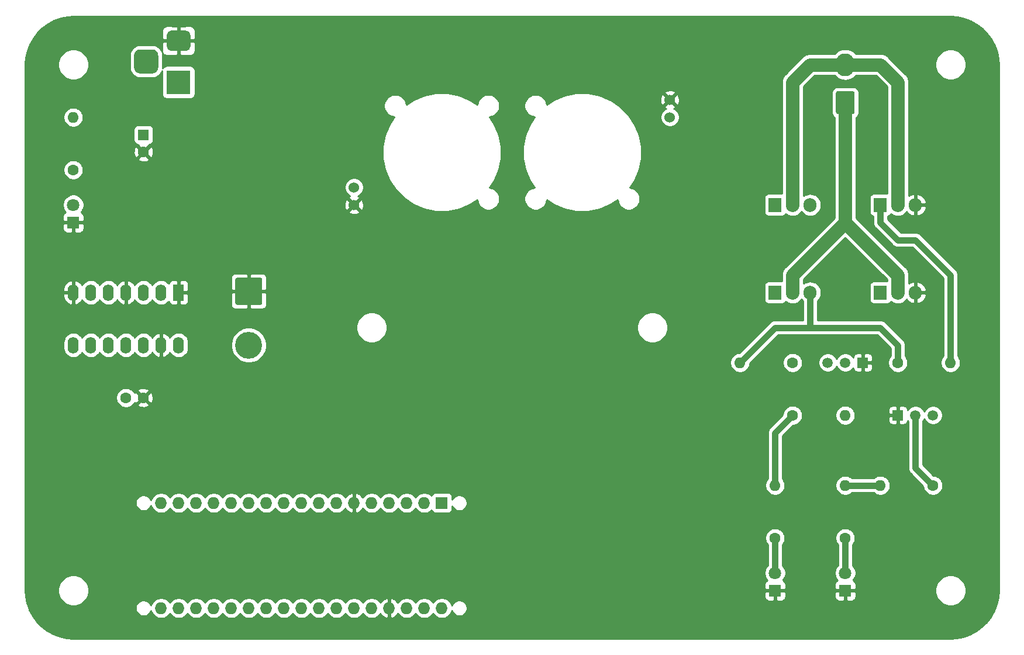
<source format=gbr>
G04 #@! TF.GenerationSoftware,KiCad,Pcbnew,5.1.8+dfsg1-1+b1*
G04 #@! TF.CreationDate,2021-07-27T16:42:41-05:00*
G04 #@! TF.ProjectId,thermoelectric-tube,74686572-6d6f-4656-9c65-63747269632d,B*
G04 #@! TF.SameCoordinates,Original*
G04 #@! TF.FileFunction,Copper,L1,Top*
G04 #@! TF.FilePolarity,Positive*
%FSLAX46Y46*%
G04 Gerber Fmt 4.6, Leading zero omitted, Abs format (unit mm)*
G04 Created by KiCad (PCBNEW 5.1.8+dfsg1-1+b1) date 2021-07-27 16:42:41*
%MOMM*%
%LPD*%
G01*
G04 APERTURE LIST*
G04 #@! TA.AperFunction,ComponentPad*
%ADD10C,3.900000*%
G04 #@! TD*
G04 #@! TA.AperFunction,ComponentPad*
%ADD11O,2.700000X3.300000*%
G04 #@! TD*
G04 #@! TA.AperFunction,ComponentPad*
%ADD12O,1.727200X1.727200*%
G04 #@! TD*
G04 #@! TA.AperFunction,ComponentPad*
%ADD13R,1.727200X1.727200*%
G04 #@! TD*
G04 #@! TA.AperFunction,ComponentPad*
%ADD14C,1.524000*%
G04 #@! TD*
G04 #@! TA.AperFunction,ComponentPad*
%ADD15O,1.600000X1.600000*%
G04 #@! TD*
G04 #@! TA.AperFunction,ComponentPad*
%ADD16C,1.600000*%
G04 #@! TD*
G04 #@! TA.AperFunction,ComponentPad*
%ADD17R,1.500000X1.500000*%
G04 #@! TD*
G04 #@! TA.AperFunction,ComponentPad*
%ADD18C,1.500000*%
G04 #@! TD*
G04 #@! TA.AperFunction,ComponentPad*
%ADD19O,1.600000X2.400000*%
G04 #@! TD*
G04 #@! TA.AperFunction,ComponentPad*
%ADD20R,1.600000X2.400000*%
G04 #@! TD*
G04 #@! TA.AperFunction,ComponentPad*
%ADD21O,1.905000X2.000000*%
G04 #@! TD*
G04 #@! TA.AperFunction,ComponentPad*
%ADD22R,1.905000X2.000000*%
G04 #@! TD*
G04 #@! TA.AperFunction,ComponentPad*
%ADD23R,3.500000X3.500000*%
G04 #@! TD*
G04 #@! TA.AperFunction,ComponentPad*
%ADD24C,1.800000*%
G04 #@! TD*
G04 #@! TA.AperFunction,ComponentPad*
%ADD25R,1.800000X1.800000*%
G04 #@! TD*
G04 #@! TA.AperFunction,ComponentPad*
%ADD26R,1.600000X1.600000*%
G04 #@! TD*
G04 #@! TA.AperFunction,Conductor*
%ADD27C,0.889000*%
G04 #@! TD*
G04 #@! TA.AperFunction,Conductor*
%ADD28C,1.905000*%
G04 #@! TD*
G04 #@! TA.AperFunction,Conductor*
%ADD29C,0.254000*%
G04 #@! TD*
G04 #@! TA.AperFunction,Conductor*
%ADD30C,0.100000*%
G04 #@! TD*
G04 APERTURE END LIST*
D10*
X76200000Y-91440000D03*
G04 #@! TA.AperFunction,ComponentPad*
G36*
G01*
X74500001Y-81690000D02*
X77899999Y-81690000D01*
G75*
G02*
X78150000Y-81940001I0J-250001D01*
G01*
X78150000Y-85339999D01*
G75*
G02*
X77899999Y-85590000I-250001J0D01*
G01*
X74500001Y-85590000D01*
G75*
G02*
X74250000Y-85339999I0J250001D01*
G01*
X74250000Y-81940001D01*
G75*
G02*
X74500001Y-81690000I250001J0D01*
G01*
G37*
G04 #@! TD.AperFunction*
D11*
X162560000Y-50800000D03*
G04 #@! TA.AperFunction,ComponentPad*
G36*
G01*
X163910000Y-54900001D02*
X163910000Y-57699999D01*
G75*
G02*
X163659999Y-57950000I-250001J0D01*
G01*
X161460001Y-57950000D01*
G75*
G02*
X161210000Y-57699999I0J250001D01*
G01*
X161210000Y-54900001D01*
G75*
G02*
X161460001Y-54650000I250001J0D01*
G01*
X163659999Y-54650000D01*
G75*
G02*
X163910000Y-54900001I0J-250001D01*
G01*
G37*
G04 #@! TD.AperFunction*
D12*
X101600000Y-129540000D03*
X83820000Y-129540000D03*
X81280000Y-129540000D03*
X78740000Y-129540000D03*
X76200000Y-129540000D03*
X73660000Y-129540000D03*
X88900000Y-129540000D03*
X66040000Y-114300000D03*
X63500000Y-114300000D03*
X63500000Y-129540000D03*
X68580000Y-129540000D03*
X68580000Y-114300000D03*
X71120000Y-114300000D03*
X73660000Y-114300000D03*
X76200000Y-114300000D03*
X78740000Y-114300000D03*
X81280000Y-114300000D03*
X83820000Y-114300000D03*
X86360000Y-114300000D03*
X88900000Y-114300000D03*
X99060000Y-114300000D03*
X96520000Y-114300000D03*
X101600000Y-114300000D03*
X93980000Y-129540000D03*
X66040000Y-129540000D03*
X91440000Y-129540000D03*
X96520000Y-129540000D03*
X91440000Y-114300000D03*
X99060000Y-129540000D03*
X71120000Y-129540000D03*
X104140000Y-129540000D03*
D13*
X104140000Y-114300000D03*
D12*
X93980000Y-114300000D03*
X86360000Y-129540000D03*
D14*
X137160000Y-58420000D03*
X137160000Y-55880000D03*
X91440000Y-68580000D03*
X91440000Y-71120000D03*
D15*
X167640000Y-111760000D03*
D16*
X175260000Y-111760000D03*
D17*
X170180000Y-101600000D03*
D18*
X175260000Y-101600000D03*
X172720000Y-101600000D03*
D17*
X165100000Y-93980000D03*
D18*
X160020000Y-93980000D03*
X162560000Y-93980000D03*
D19*
X66040000Y-91440000D03*
X50800000Y-83820000D03*
X63500000Y-91440000D03*
X53340000Y-83820000D03*
X60960000Y-91440000D03*
X55880000Y-83820000D03*
X58420000Y-91440000D03*
X58420000Y-83820000D03*
X55880000Y-91440000D03*
X60960000Y-83820000D03*
X53340000Y-91440000D03*
X63500000Y-83820000D03*
X50800000Y-91440000D03*
D20*
X66040000Y-83820000D03*
D15*
X162560000Y-111760000D03*
D16*
X162560000Y-119380000D03*
D15*
X177800000Y-93980000D03*
D16*
X170180000Y-93980000D03*
D15*
X147320000Y-93980000D03*
D16*
X154940000Y-93980000D03*
D15*
X162560000Y-101600000D03*
D16*
X154940000Y-101600000D03*
D15*
X152400000Y-111760000D03*
D16*
X152400000Y-119380000D03*
D15*
X50800000Y-58420000D03*
D16*
X50800000Y-66040000D03*
D21*
X172720000Y-83820000D03*
X170180000Y-83820000D03*
D22*
X167640000Y-83820000D03*
D21*
X157480000Y-83820000D03*
X154940000Y-83820000D03*
D22*
X152400000Y-83820000D03*
D21*
X172720000Y-71120000D03*
X170180000Y-71120000D03*
D22*
X167640000Y-71120000D03*
D21*
X157480000Y-71120000D03*
X154940000Y-71120000D03*
D22*
X152400000Y-71120000D03*
G04 #@! TA.AperFunction,ComponentPad*
G36*
G01*
X60465000Y-48590000D02*
X62215000Y-48590000D01*
G75*
G02*
X63090000Y-49465000I0J-875000D01*
G01*
X63090000Y-51215000D01*
G75*
G02*
X62215000Y-52090000I-875000J0D01*
G01*
X60465000Y-52090000D01*
G75*
G02*
X59590000Y-51215000I0J875000D01*
G01*
X59590000Y-49465000D01*
G75*
G02*
X60465000Y-48590000I875000J0D01*
G01*
G37*
G04 #@! TD.AperFunction*
G04 #@! TA.AperFunction,ComponentPad*
G36*
G01*
X65040000Y-45840000D02*
X67040000Y-45840000D01*
G75*
G02*
X67790000Y-46590000I0J-750000D01*
G01*
X67790000Y-48090000D01*
G75*
G02*
X67040000Y-48840000I-750000J0D01*
G01*
X65040000Y-48840000D01*
G75*
G02*
X64290000Y-48090000I0J750000D01*
G01*
X64290000Y-46590000D01*
G75*
G02*
X65040000Y-45840000I750000J0D01*
G01*
G37*
G04 #@! TD.AperFunction*
D23*
X66040000Y-53340000D03*
D24*
X162560000Y-124460000D03*
D25*
X162560000Y-127000000D03*
D24*
X152400000Y-124460000D03*
D25*
X152400000Y-127000000D03*
D24*
X50800000Y-71120000D03*
D25*
X50800000Y-73660000D03*
D16*
X58420000Y-99060000D03*
X60920000Y-99060000D03*
X60960000Y-63460000D03*
D26*
X60960000Y-60960000D03*
D27*
X177800000Y-93980000D02*
X177800000Y-81280000D01*
X177800000Y-81280000D02*
X172720000Y-76200000D01*
X172720000Y-76200000D02*
X170180000Y-76200000D01*
X170180000Y-76200000D02*
X167640000Y-73660000D01*
X167640000Y-73660000D02*
X167640000Y-71120000D01*
X175260000Y-111760000D02*
X172720000Y-109220000D01*
X172720000Y-101600000D02*
X172720000Y-109220000D01*
X157480000Y-88900000D02*
X167640000Y-88900000D01*
X167640000Y-88900000D02*
X170180000Y-91440000D01*
X170180000Y-91440000D02*
X170180000Y-93980000D01*
X157480000Y-83820000D02*
X157480000Y-88900000D01*
X157480000Y-88900000D02*
X152400000Y-88900000D01*
X152400000Y-88900000D02*
X147320000Y-93980000D01*
X152400000Y-124460000D02*
X152400000Y-119380000D01*
X162560000Y-124460000D02*
X162560000Y-119380000D01*
D28*
X170180000Y-53340000D02*
X170180000Y-71120000D01*
X167640000Y-50800000D02*
X170180000Y-53340000D01*
X157480000Y-50800000D02*
X167640000Y-50800000D01*
X154940000Y-53340000D02*
X157480000Y-50800000D01*
X154940000Y-71120000D02*
X154940000Y-53340000D01*
X170180000Y-83820000D02*
X170180000Y-81280000D01*
X170180000Y-81280000D02*
X162560000Y-73660000D01*
X162560000Y-73660000D02*
X154940000Y-81280000D01*
X154940000Y-83820000D02*
X154940000Y-81280000D01*
X162560000Y-56300000D02*
X162560000Y-73660000D01*
D27*
X152400000Y-104140000D02*
X154940000Y-101600000D01*
X152400000Y-104140000D02*
X152400000Y-111760000D01*
X162560000Y-111760000D02*
X167640000Y-111760000D01*
D29*
X178804470Y-43914617D02*
X179787898Y-44131739D01*
X180729675Y-44488546D01*
X181610095Y-44977575D01*
X182410687Y-45588569D01*
X183114694Y-46308732D01*
X183707370Y-47122987D01*
X184176296Y-48014269D01*
X184511647Y-48963900D01*
X184707127Y-49955692D01*
X184760000Y-50820164D01*
X184760001Y-126976080D01*
X184685382Y-128004470D01*
X184468262Y-128987896D01*
X184111454Y-129929675D01*
X183622424Y-130810095D01*
X183011435Y-131610684D01*
X182291268Y-132314694D01*
X181477013Y-132907370D01*
X180585731Y-133376296D01*
X179636099Y-133711647D01*
X178644309Y-133907127D01*
X177779835Y-133960000D01*
X50823906Y-133960000D01*
X49795530Y-133885382D01*
X48812104Y-133668262D01*
X47870325Y-133311454D01*
X46989905Y-132822424D01*
X46189316Y-132211435D01*
X45485306Y-131491268D01*
X44892630Y-130677013D01*
X44423704Y-129785731D01*
X44297173Y-129427424D01*
X59817000Y-129427424D01*
X59817000Y-129652576D01*
X59860925Y-129873401D01*
X59947087Y-130081413D01*
X60072174Y-130268620D01*
X60231380Y-130427826D01*
X60418587Y-130552913D01*
X60626599Y-130639075D01*
X60847424Y-130683000D01*
X61072576Y-130683000D01*
X61293401Y-130639075D01*
X61501413Y-130552913D01*
X61688620Y-130427826D01*
X61847826Y-130268620D01*
X61972913Y-130081413D01*
X62045079Y-129907190D01*
X62058990Y-129977125D01*
X62171958Y-130249853D01*
X62335961Y-130495302D01*
X62544698Y-130704039D01*
X62790147Y-130868042D01*
X63062875Y-130981010D01*
X63352401Y-131038600D01*
X63647599Y-131038600D01*
X63937125Y-130981010D01*
X64209853Y-130868042D01*
X64455302Y-130704039D01*
X64664039Y-130495302D01*
X64770000Y-130336719D01*
X64875961Y-130495302D01*
X65084698Y-130704039D01*
X65330147Y-130868042D01*
X65602875Y-130981010D01*
X65892401Y-131038600D01*
X66187599Y-131038600D01*
X66477125Y-130981010D01*
X66749853Y-130868042D01*
X66995302Y-130704039D01*
X67204039Y-130495302D01*
X67310000Y-130336719D01*
X67415961Y-130495302D01*
X67624698Y-130704039D01*
X67870147Y-130868042D01*
X68142875Y-130981010D01*
X68432401Y-131038600D01*
X68727599Y-131038600D01*
X69017125Y-130981010D01*
X69289853Y-130868042D01*
X69535302Y-130704039D01*
X69744039Y-130495302D01*
X69850000Y-130336719D01*
X69955961Y-130495302D01*
X70164698Y-130704039D01*
X70410147Y-130868042D01*
X70682875Y-130981010D01*
X70972401Y-131038600D01*
X71267599Y-131038600D01*
X71557125Y-130981010D01*
X71829853Y-130868042D01*
X72075302Y-130704039D01*
X72284039Y-130495302D01*
X72390000Y-130336719D01*
X72495961Y-130495302D01*
X72704698Y-130704039D01*
X72950147Y-130868042D01*
X73222875Y-130981010D01*
X73512401Y-131038600D01*
X73807599Y-131038600D01*
X74097125Y-130981010D01*
X74369853Y-130868042D01*
X74615302Y-130704039D01*
X74824039Y-130495302D01*
X74930000Y-130336719D01*
X75035961Y-130495302D01*
X75244698Y-130704039D01*
X75490147Y-130868042D01*
X75762875Y-130981010D01*
X76052401Y-131038600D01*
X76347599Y-131038600D01*
X76637125Y-130981010D01*
X76909853Y-130868042D01*
X77155302Y-130704039D01*
X77364039Y-130495302D01*
X77470000Y-130336719D01*
X77575961Y-130495302D01*
X77784698Y-130704039D01*
X78030147Y-130868042D01*
X78302875Y-130981010D01*
X78592401Y-131038600D01*
X78887599Y-131038600D01*
X79177125Y-130981010D01*
X79449853Y-130868042D01*
X79695302Y-130704039D01*
X79904039Y-130495302D01*
X80010000Y-130336719D01*
X80115961Y-130495302D01*
X80324698Y-130704039D01*
X80570147Y-130868042D01*
X80842875Y-130981010D01*
X81132401Y-131038600D01*
X81427599Y-131038600D01*
X81717125Y-130981010D01*
X81989853Y-130868042D01*
X82235302Y-130704039D01*
X82444039Y-130495302D01*
X82550000Y-130336719D01*
X82655961Y-130495302D01*
X82864698Y-130704039D01*
X83110147Y-130868042D01*
X83382875Y-130981010D01*
X83672401Y-131038600D01*
X83967599Y-131038600D01*
X84257125Y-130981010D01*
X84529853Y-130868042D01*
X84775302Y-130704039D01*
X84984039Y-130495302D01*
X85090000Y-130336719D01*
X85195961Y-130495302D01*
X85404698Y-130704039D01*
X85650147Y-130868042D01*
X85922875Y-130981010D01*
X86212401Y-131038600D01*
X86507599Y-131038600D01*
X86797125Y-130981010D01*
X87069853Y-130868042D01*
X87315302Y-130704039D01*
X87524039Y-130495302D01*
X87630000Y-130336719D01*
X87735961Y-130495302D01*
X87944698Y-130704039D01*
X88190147Y-130868042D01*
X88462875Y-130981010D01*
X88752401Y-131038600D01*
X89047599Y-131038600D01*
X89337125Y-130981010D01*
X89609853Y-130868042D01*
X89855302Y-130704039D01*
X90064039Y-130495302D01*
X90170000Y-130336719D01*
X90275961Y-130495302D01*
X90484698Y-130704039D01*
X90730147Y-130868042D01*
X91002875Y-130981010D01*
X91292401Y-131038600D01*
X91587599Y-131038600D01*
X91877125Y-130981010D01*
X92149853Y-130868042D01*
X92395302Y-130704039D01*
X92604039Y-130495302D01*
X92710000Y-130336719D01*
X92815961Y-130495302D01*
X93024698Y-130704039D01*
X93270147Y-130868042D01*
X93542875Y-130981010D01*
X93832401Y-131038600D01*
X94127599Y-131038600D01*
X94417125Y-130981010D01*
X94689853Y-130868042D01*
X94935302Y-130704039D01*
X95144039Y-130495302D01*
X95251692Y-130334187D01*
X95413146Y-130550293D01*
X95631512Y-130746817D01*
X95884022Y-130896964D01*
X96160973Y-130994963D01*
X96393000Y-130874464D01*
X96393000Y-129667000D01*
X96373000Y-129667000D01*
X96373000Y-129413000D01*
X96393000Y-129413000D01*
X96393000Y-128205536D01*
X96647000Y-128205536D01*
X96647000Y-129413000D01*
X96667000Y-129413000D01*
X96667000Y-129667000D01*
X96647000Y-129667000D01*
X96647000Y-130874464D01*
X96879027Y-130994963D01*
X97155978Y-130896964D01*
X97408488Y-130746817D01*
X97626854Y-130550293D01*
X97788308Y-130334187D01*
X97895961Y-130495302D01*
X98104698Y-130704039D01*
X98350147Y-130868042D01*
X98622875Y-130981010D01*
X98912401Y-131038600D01*
X99207599Y-131038600D01*
X99497125Y-130981010D01*
X99769853Y-130868042D01*
X100015302Y-130704039D01*
X100224039Y-130495302D01*
X100330000Y-130336719D01*
X100435961Y-130495302D01*
X100644698Y-130704039D01*
X100890147Y-130868042D01*
X101162875Y-130981010D01*
X101452401Y-131038600D01*
X101747599Y-131038600D01*
X102037125Y-130981010D01*
X102309853Y-130868042D01*
X102555302Y-130704039D01*
X102764039Y-130495302D01*
X102870000Y-130336719D01*
X102975961Y-130495302D01*
X103184698Y-130704039D01*
X103430147Y-130868042D01*
X103702875Y-130981010D01*
X103992401Y-131038600D01*
X104287599Y-131038600D01*
X104577125Y-130981010D01*
X104849853Y-130868042D01*
X105095302Y-130704039D01*
X105304039Y-130495302D01*
X105468042Y-130249853D01*
X105581010Y-129977125D01*
X105594921Y-129907190D01*
X105667087Y-130081413D01*
X105792174Y-130268620D01*
X105951380Y-130427826D01*
X106138587Y-130552913D01*
X106346599Y-130639075D01*
X106567424Y-130683000D01*
X106792576Y-130683000D01*
X107013401Y-130639075D01*
X107221413Y-130552913D01*
X107408620Y-130427826D01*
X107567826Y-130268620D01*
X107692913Y-130081413D01*
X107779075Y-129873401D01*
X107823000Y-129652576D01*
X107823000Y-129427424D01*
X107779075Y-129206599D01*
X107692913Y-128998587D01*
X107567826Y-128811380D01*
X107408620Y-128652174D01*
X107221413Y-128527087D01*
X107013401Y-128440925D01*
X106792576Y-128397000D01*
X106567424Y-128397000D01*
X106346599Y-128440925D01*
X106138587Y-128527087D01*
X105951380Y-128652174D01*
X105792174Y-128811380D01*
X105667087Y-128998587D01*
X105594921Y-129172810D01*
X105581010Y-129102875D01*
X105468042Y-128830147D01*
X105304039Y-128584698D01*
X105095302Y-128375961D01*
X104849853Y-128211958D01*
X104577125Y-128098990D01*
X104287599Y-128041400D01*
X103992401Y-128041400D01*
X103702875Y-128098990D01*
X103430147Y-128211958D01*
X103184698Y-128375961D01*
X102975961Y-128584698D01*
X102870000Y-128743281D01*
X102764039Y-128584698D01*
X102555302Y-128375961D01*
X102309853Y-128211958D01*
X102037125Y-128098990D01*
X101747599Y-128041400D01*
X101452401Y-128041400D01*
X101162875Y-128098990D01*
X100890147Y-128211958D01*
X100644698Y-128375961D01*
X100435961Y-128584698D01*
X100330000Y-128743281D01*
X100224039Y-128584698D01*
X100015302Y-128375961D01*
X99769853Y-128211958D01*
X99497125Y-128098990D01*
X99207599Y-128041400D01*
X98912401Y-128041400D01*
X98622875Y-128098990D01*
X98350147Y-128211958D01*
X98104698Y-128375961D01*
X97895961Y-128584698D01*
X97788308Y-128745813D01*
X97626854Y-128529707D01*
X97408488Y-128333183D01*
X97155978Y-128183036D01*
X96879027Y-128085037D01*
X96647000Y-128205536D01*
X96393000Y-128205536D01*
X96160973Y-128085037D01*
X95884022Y-128183036D01*
X95631512Y-128333183D01*
X95413146Y-128529707D01*
X95251692Y-128745813D01*
X95144039Y-128584698D01*
X94935302Y-128375961D01*
X94689853Y-128211958D01*
X94417125Y-128098990D01*
X94127599Y-128041400D01*
X93832401Y-128041400D01*
X93542875Y-128098990D01*
X93270147Y-128211958D01*
X93024698Y-128375961D01*
X92815961Y-128584698D01*
X92710000Y-128743281D01*
X92604039Y-128584698D01*
X92395302Y-128375961D01*
X92149853Y-128211958D01*
X91877125Y-128098990D01*
X91587599Y-128041400D01*
X91292401Y-128041400D01*
X91002875Y-128098990D01*
X90730147Y-128211958D01*
X90484698Y-128375961D01*
X90275961Y-128584698D01*
X90170000Y-128743281D01*
X90064039Y-128584698D01*
X89855302Y-128375961D01*
X89609853Y-128211958D01*
X89337125Y-128098990D01*
X89047599Y-128041400D01*
X88752401Y-128041400D01*
X88462875Y-128098990D01*
X88190147Y-128211958D01*
X87944698Y-128375961D01*
X87735961Y-128584698D01*
X87630000Y-128743281D01*
X87524039Y-128584698D01*
X87315302Y-128375961D01*
X87069853Y-128211958D01*
X86797125Y-128098990D01*
X86507599Y-128041400D01*
X86212401Y-128041400D01*
X85922875Y-128098990D01*
X85650147Y-128211958D01*
X85404698Y-128375961D01*
X85195961Y-128584698D01*
X85090000Y-128743281D01*
X84984039Y-128584698D01*
X84775302Y-128375961D01*
X84529853Y-128211958D01*
X84257125Y-128098990D01*
X83967599Y-128041400D01*
X83672401Y-128041400D01*
X83382875Y-128098990D01*
X83110147Y-128211958D01*
X82864698Y-128375961D01*
X82655961Y-128584698D01*
X82550000Y-128743281D01*
X82444039Y-128584698D01*
X82235302Y-128375961D01*
X81989853Y-128211958D01*
X81717125Y-128098990D01*
X81427599Y-128041400D01*
X81132401Y-128041400D01*
X80842875Y-128098990D01*
X80570147Y-128211958D01*
X80324698Y-128375961D01*
X80115961Y-128584698D01*
X80010000Y-128743281D01*
X79904039Y-128584698D01*
X79695302Y-128375961D01*
X79449853Y-128211958D01*
X79177125Y-128098990D01*
X78887599Y-128041400D01*
X78592401Y-128041400D01*
X78302875Y-128098990D01*
X78030147Y-128211958D01*
X77784698Y-128375961D01*
X77575961Y-128584698D01*
X77470000Y-128743281D01*
X77364039Y-128584698D01*
X77155302Y-128375961D01*
X76909853Y-128211958D01*
X76637125Y-128098990D01*
X76347599Y-128041400D01*
X76052401Y-128041400D01*
X75762875Y-128098990D01*
X75490147Y-128211958D01*
X75244698Y-128375961D01*
X75035961Y-128584698D01*
X74930000Y-128743281D01*
X74824039Y-128584698D01*
X74615302Y-128375961D01*
X74369853Y-128211958D01*
X74097125Y-128098990D01*
X73807599Y-128041400D01*
X73512401Y-128041400D01*
X73222875Y-128098990D01*
X72950147Y-128211958D01*
X72704698Y-128375961D01*
X72495961Y-128584698D01*
X72390000Y-128743281D01*
X72284039Y-128584698D01*
X72075302Y-128375961D01*
X71829853Y-128211958D01*
X71557125Y-128098990D01*
X71267599Y-128041400D01*
X70972401Y-128041400D01*
X70682875Y-128098990D01*
X70410147Y-128211958D01*
X70164698Y-128375961D01*
X69955961Y-128584698D01*
X69850000Y-128743281D01*
X69744039Y-128584698D01*
X69535302Y-128375961D01*
X69289853Y-128211958D01*
X69017125Y-128098990D01*
X68727599Y-128041400D01*
X68432401Y-128041400D01*
X68142875Y-128098990D01*
X67870147Y-128211958D01*
X67624698Y-128375961D01*
X67415961Y-128584698D01*
X67310000Y-128743281D01*
X67204039Y-128584698D01*
X66995302Y-128375961D01*
X66749853Y-128211958D01*
X66477125Y-128098990D01*
X66187599Y-128041400D01*
X65892401Y-128041400D01*
X65602875Y-128098990D01*
X65330147Y-128211958D01*
X65084698Y-128375961D01*
X64875961Y-128584698D01*
X64770000Y-128743281D01*
X64664039Y-128584698D01*
X64455302Y-128375961D01*
X64209853Y-128211958D01*
X63937125Y-128098990D01*
X63647599Y-128041400D01*
X63352401Y-128041400D01*
X63062875Y-128098990D01*
X62790147Y-128211958D01*
X62544698Y-128375961D01*
X62335961Y-128584698D01*
X62171958Y-128830147D01*
X62058990Y-129102875D01*
X62045079Y-129172810D01*
X61972913Y-128998587D01*
X61847826Y-128811380D01*
X61688620Y-128652174D01*
X61501413Y-128527087D01*
X61293401Y-128440925D01*
X61072576Y-128397000D01*
X60847424Y-128397000D01*
X60626599Y-128440925D01*
X60418587Y-128527087D01*
X60231380Y-128652174D01*
X60072174Y-128811380D01*
X59947087Y-128998587D01*
X59860925Y-129206599D01*
X59817000Y-129427424D01*
X44297173Y-129427424D01*
X44088353Y-128836099D01*
X43892873Y-127844309D01*
X43840000Y-126979835D01*
X43840000Y-126779872D01*
X48565000Y-126779872D01*
X48565000Y-127220128D01*
X48650890Y-127651925D01*
X48819369Y-128058669D01*
X49063962Y-128424729D01*
X49375271Y-128736038D01*
X49741331Y-128980631D01*
X50148075Y-129149110D01*
X50579872Y-129235000D01*
X51020128Y-129235000D01*
X51451925Y-129149110D01*
X51858669Y-128980631D01*
X52224729Y-128736038D01*
X52536038Y-128424729D01*
X52780631Y-128058669D01*
X52846353Y-127900000D01*
X150861928Y-127900000D01*
X150874188Y-128024482D01*
X150910498Y-128144180D01*
X150969463Y-128254494D01*
X151048815Y-128351185D01*
X151145506Y-128430537D01*
X151255820Y-128489502D01*
X151375518Y-128525812D01*
X151500000Y-128538072D01*
X152114250Y-128535000D01*
X152273000Y-128376250D01*
X152273000Y-127127000D01*
X152527000Y-127127000D01*
X152527000Y-128376250D01*
X152685750Y-128535000D01*
X153300000Y-128538072D01*
X153424482Y-128525812D01*
X153544180Y-128489502D01*
X153654494Y-128430537D01*
X153751185Y-128351185D01*
X153830537Y-128254494D01*
X153889502Y-128144180D01*
X153925812Y-128024482D01*
X153938072Y-127900000D01*
X161021928Y-127900000D01*
X161034188Y-128024482D01*
X161070498Y-128144180D01*
X161129463Y-128254494D01*
X161208815Y-128351185D01*
X161305506Y-128430537D01*
X161415820Y-128489502D01*
X161535518Y-128525812D01*
X161660000Y-128538072D01*
X162274250Y-128535000D01*
X162433000Y-128376250D01*
X162433000Y-127127000D01*
X162687000Y-127127000D01*
X162687000Y-128376250D01*
X162845750Y-128535000D01*
X163460000Y-128538072D01*
X163584482Y-128525812D01*
X163704180Y-128489502D01*
X163814494Y-128430537D01*
X163911185Y-128351185D01*
X163990537Y-128254494D01*
X164049502Y-128144180D01*
X164085812Y-128024482D01*
X164098072Y-127900000D01*
X164095000Y-127285750D01*
X163936250Y-127127000D01*
X162687000Y-127127000D01*
X162433000Y-127127000D01*
X161183750Y-127127000D01*
X161025000Y-127285750D01*
X161021928Y-127900000D01*
X153938072Y-127900000D01*
X153935000Y-127285750D01*
X153776250Y-127127000D01*
X152527000Y-127127000D01*
X152273000Y-127127000D01*
X151023750Y-127127000D01*
X150865000Y-127285750D01*
X150861928Y-127900000D01*
X52846353Y-127900000D01*
X52949110Y-127651925D01*
X53035000Y-127220128D01*
X53035000Y-126779872D01*
X52949110Y-126348075D01*
X52846354Y-126100000D01*
X150861928Y-126100000D01*
X150865000Y-126714250D01*
X151023750Y-126873000D01*
X152273000Y-126873000D01*
X152273000Y-126853000D01*
X152527000Y-126853000D01*
X152527000Y-126873000D01*
X153776250Y-126873000D01*
X153935000Y-126714250D01*
X153938072Y-126100000D01*
X161021928Y-126100000D01*
X161025000Y-126714250D01*
X161183750Y-126873000D01*
X162433000Y-126873000D01*
X162433000Y-126853000D01*
X162687000Y-126853000D01*
X162687000Y-126873000D01*
X163936250Y-126873000D01*
X164029378Y-126779872D01*
X175565000Y-126779872D01*
X175565000Y-127220128D01*
X175650890Y-127651925D01*
X175819369Y-128058669D01*
X176063962Y-128424729D01*
X176375271Y-128736038D01*
X176741331Y-128980631D01*
X177148075Y-129149110D01*
X177579872Y-129235000D01*
X178020128Y-129235000D01*
X178451925Y-129149110D01*
X178858669Y-128980631D01*
X179224729Y-128736038D01*
X179536038Y-128424729D01*
X179780631Y-128058669D01*
X179949110Y-127651925D01*
X180035000Y-127220128D01*
X180035000Y-126779872D01*
X179949110Y-126348075D01*
X179780631Y-125941331D01*
X179536038Y-125575271D01*
X179224729Y-125263962D01*
X178858669Y-125019369D01*
X178451925Y-124850890D01*
X178020128Y-124765000D01*
X177579872Y-124765000D01*
X177148075Y-124850890D01*
X176741331Y-125019369D01*
X176375271Y-125263962D01*
X176063962Y-125575271D01*
X175819369Y-125941331D01*
X175650890Y-126348075D01*
X175565000Y-126779872D01*
X164029378Y-126779872D01*
X164095000Y-126714250D01*
X164098072Y-126100000D01*
X164085812Y-125975518D01*
X164049502Y-125855820D01*
X163990537Y-125745506D01*
X163911185Y-125648815D01*
X163814494Y-125569463D01*
X163704180Y-125510498D01*
X163685873Y-125504944D01*
X163752312Y-125438505D01*
X163920299Y-125187095D01*
X164036011Y-124907743D01*
X164095000Y-124611184D01*
X164095000Y-124308816D01*
X164036011Y-124012257D01*
X163920299Y-123732905D01*
X163752312Y-123481495D01*
X163639500Y-123368683D01*
X163639500Y-120329896D01*
X163674637Y-120294759D01*
X163831680Y-120059727D01*
X163939853Y-119798574D01*
X163995000Y-119521335D01*
X163995000Y-119238665D01*
X163939853Y-118961426D01*
X163831680Y-118700273D01*
X163674637Y-118465241D01*
X163474759Y-118265363D01*
X163239727Y-118108320D01*
X162978574Y-118000147D01*
X162701335Y-117945000D01*
X162418665Y-117945000D01*
X162141426Y-118000147D01*
X161880273Y-118108320D01*
X161645241Y-118265363D01*
X161445363Y-118465241D01*
X161288320Y-118700273D01*
X161180147Y-118961426D01*
X161125000Y-119238665D01*
X161125000Y-119521335D01*
X161180147Y-119798574D01*
X161288320Y-120059727D01*
X161445363Y-120294759D01*
X161480501Y-120329897D01*
X161480500Y-123368683D01*
X161367688Y-123481495D01*
X161199701Y-123732905D01*
X161083989Y-124012257D01*
X161025000Y-124308816D01*
X161025000Y-124611184D01*
X161083989Y-124907743D01*
X161199701Y-125187095D01*
X161367688Y-125438505D01*
X161434127Y-125504944D01*
X161415820Y-125510498D01*
X161305506Y-125569463D01*
X161208815Y-125648815D01*
X161129463Y-125745506D01*
X161070498Y-125855820D01*
X161034188Y-125975518D01*
X161021928Y-126100000D01*
X153938072Y-126100000D01*
X153925812Y-125975518D01*
X153889502Y-125855820D01*
X153830537Y-125745506D01*
X153751185Y-125648815D01*
X153654494Y-125569463D01*
X153544180Y-125510498D01*
X153525873Y-125504944D01*
X153592312Y-125438505D01*
X153760299Y-125187095D01*
X153876011Y-124907743D01*
X153935000Y-124611184D01*
X153935000Y-124308816D01*
X153876011Y-124012257D01*
X153760299Y-123732905D01*
X153592312Y-123481495D01*
X153479500Y-123368683D01*
X153479500Y-120329896D01*
X153514637Y-120294759D01*
X153671680Y-120059727D01*
X153779853Y-119798574D01*
X153835000Y-119521335D01*
X153835000Y-119238665D01*
X153779853Y-118961426D01*
X153671680Y-118700273D01*
X153514637Y-118465241D01*
X153314759Y-118265363D01*
X153079727Y-118108320D01*
X152818574Y-118000147D01*
X152541335Y-117945000D01*
X152258665Y-117945000D01*
X151981426Y-118000147D01*
X151720273Y-118108320D01*
X151485241Y-118265363D01*
X151285363Y-118465241D01*
X151128320Y-118700273D01*
X151020147Y-118961426D01*
X150965000Y-119238665D01*
X150965000Y-119521335D01*
X151020147Y-119798574D01*
X151128320Y-120059727D01*
X151285363Y-120294759D01*
X151320501Y-120329897D01*
X151320500Y-123368683D01*
X151207688Y-123481495D01*
X151039701Y-123732905D01*
X150923989Y-124012257D01*
X150865000Y-124308816D01*
X150865000Y-124611184D01*
X150923989Y-124907743D01*
X151039701Y-125187095D01*
X151207688Y-125438505D01*
X151274127Y-125504944D01*
X151255820Y-125510498D01*
X151145506Y-125569463D01*
X151048815Y-125648815D01*
X150969463Y-125745506D01*
X150910498Y-125855820D01*
X150874188Y-125975518D01*
X150861928Y-126100000D01*
X52846354Y-126100000D01*
X52780631Y-125941331D01*
X52536038Y-125575271D01*
X52224729Y-125263962D01*
X51858669Y-125019369D01*
X51451925Y-124850890D01*
X51020128Y-124765000D01*
X50579872Y-124765000D01*
X50148075Y-124850890D01*
X49741331Y-125019369D01*
X49375271Y-125263962D01*
X49063962Y-125575271D01*
X48819369Y-125941331D01*
X48650890Y-126348075D01*
X48565000Y-126779872D01*
X43840000Y-126779872D01*
X43840000Y-114187424D01*
X59817000Y-114187424D01*
X59817000Y-114412576D01*
X59860925Y-114633401D01*
X59947087Y-114841413D01*
X60072174Y-115028620D01*
X60231380Y-115187826D01*
X60418587Y-115312913D01*
X60626599Y-115399075D01*
X60847424Y-115443000D01*
X61072576Y-115443000D01*
X61293401Y-115399075D01*
X61501413Y-115312913D01*
X61688620Y-115187826D01*
X61847826Y-115028620D01*
X61972913Y-114841413D01*
X62045079Y-114667190D01*
X62058990Y-114737125D01*
X62171958Y-115009853D01*
X62335961Y-115255302D01*
X62544698Y-115464039D01*
X62790147Y-115628042D01*
X63062875Y-115741010D01*
X63352401Y-115798600D01*
X63647599Y-115798600D01*
X63937125Y-115741010D01*
X64209853Y-115628042D01*
X64455302Y-115464039D01*
X64664039Y-115255302D01*
X64770000Y-115096719D01*
X64875961Y-115255302D01*
X65084698Y-115464039D01*
X65330147Y-115628042D01*
X65602875Y-115741010D01*
X65892401Y-115798600D01*
X66187599Y-115798600D01*
X66477125Y-115741010D01*
X66749853Y-115628042D01*
X66995302Y-115464039D01*
X67204039Y-115255302D01*
X67310000Y-115096719D01*
X67415961Y-115255302D01*
X67624698Y-115464039D01*
X67870147Y-115628042D01*
X68142875Y-115741010D01*
X68432401Y-115798600D01*
X68727599Y-115798600D01*
X69017125Y-115741010D01*
X69289853Y-115628042D01*
X69535302Y-115464039D01*
X69744039Y-115255302D01*
X69850000Y-115096719D01*
X69955961Y-115255302D01*
X70164698Y-115464039D01*
X70410147Y-115628042D01*
X70682875Y-115741010D01*
X70972401Y-115798600D01*
X71267599Y-115798600D01*
X71557125Y-115741010D01*
X71829853Y-115628042D01*
X72075302Y-115464039D01*
X72284039Y-115255302D01*
X72390000Y-115096719D01*
X72495961Y-115255302D01*
X72704698Y-115464039D01*
X72950147Y-115628042D01*
X73222875Y-115741010D01*
X73512401Y-115798600D01*
X73807599Y-115798600D01*
X74097125Y-115741010D01*
X74369853Y-115628042D01*
X74615302Y-115464039D01*
X74824039Y-115255302D01*
X74930000Y-115096719D01*
X75035961Y-115255302D01*
X75244698Y-115464039D01*
X75490147Y-115628042D01*
X75762875Y-115741010D01*
X76052401Y-115798600D01*
X76347599Y-115798600D01*
X76637125Y-115741010D01*
X76909853Y-115628042D01*
X77155302Y-115464039D01*
X77364039Y-115255302D01*
X77470000Y-115096719D01*
X77575961Y-115255302D01*
X77784698Y-115464039D01*
X78030147Y-115628042D01*
X78302875Y-115741010D01*
X78592401Y-115798600D01*
X78887599Y-115798600D01*
X79177125Y-115741010D01*
X79449853Y-115628042D01*
X79695302Y-115464039D01*
X79904039Y-115255302D01*
X80010000Y-115096719D01*
X80115961Y-115255302D01*
X80324698Y-115464039D01*
X80570147Y-115628042D01*
X80842875Y-115741010D01*
X81132401Y-115798600D01*
X81427599Y-115798600D01*
X81717125Y-115741010D01*
X81989853Y-115628042D01*
X82235302Y-115464039D01*
X82444039Y-115255302D01*
X82550000Y-115096719D01*
X82655961Y-115255302D01*
X82864698Y-115464039D01*
X83110147Y-115628042D01*
X83382875Y-115741010D01*
X83672401Y-115798600D01*
X83967599Y-115798600D01*
X84257125Y-115741010D01*
X84529853Y-115628042D01*
X84775302Y-115464039D01*
X84984039Y-115255302D01*
X85090000Y-115096719D01*
X85195961Y-115255302D01*
X85404698Y-115464039D01*
X85650147Y-115628042D01*
X85922875Y-115741010D01*
X86212401Y-115798600D01*
X86507599Y-115798600D01*
X86797125Y-115741010D01*
X87069853Y-115628042D01*
X87315302Y-115464039D01*
X87524039Y-115255302D01*
X87630000Y-115096719D01*
X87735961Y-115255302D01*
X87944698Y-115464039D01*
X88190147Y-115628042D01*
X88462875Y-115741010D01*
X88752401Y-115798600D01*
X89047599Y-115798600D01*
X89337125Y-115741010D01*
X89609853Y-115628042D01*
X89855302Y-115464039D01*
X90064039Y-115255302D01*
X90171692Y-115094187D01*
X90333146Y-115310293D01*
X90551512Y-115506817D01*
X90804022Y-115656964D01*
X91080973Y-115754963D01*
X91313000Y-115634464D01*
X91313000Y-114427000D01*
X91293000Y-114427000D01*
X91293000Y-114173000D01*
X91313000Y-114173000D01*
X91313000Y-112965536D01*
X91567000Y-112965536D01*
X91567000Y-114173000D01*
X91587000Y-114173000D01*
X91587000Y-114427000D01*
X91567000Y-114427000D01*
X91567000Y-115634464D01*
X91799027Y-115754963D01*
X92075978Y-115656964D01*
X92328488Y-115506817D01*
X92546854Y-115310293D01*
X92708308Y-115094187D01*
X92815961Y-115255302D01*
X93024698Y-115464039D01*
X93270147Y-115628042D01*
X93542875Y-115741010D01*
X93832401Y-115798600D01*
X94127599Y-115798600D01*
X94417125Y-115741010D01*
X94689853Y-115628042D01*
X94935302Y-115464039D01*
X95144039Y-115255302D01*
X95250000Y-115096719D01*
X95355961Y-115255302D01*
X95564698Y-115464039D01*
X95810147Y-115628042D01*
X96082875Y-115741010D01*
X96372401Y-115798600D01*
X96667599Y-115798600D01*
X96957125Y-115741010D01*
X97229853Y-115628042D01*
X97475302Y-115464039D01*
X97684039Y-115255302D01*
X97790000Y-115096719D01*
X97895961Y-115255302D01*
X98104698Y-115464039D01*
X98350147Y-115628042D01*
X98622875Y-115741010D01*
X98912401Y-115798600D01*
X99207599Y-115798600D01*
X99497125Y-115741010D01*
X99769853Y-115628042D01*
X100015302Y-115464039D01*
X100224039Y-115255302D01*
X100330000Y-115096719D01*
X100435961Y-115255302D01*
X100644698Y-115464039D01*
X100890147Y-115628042D01*
X101162875Y-115741010D01*
X101452401Y-115798600D01*
X101747599Y-115798600D01*
X102037125Y-115741010D01*
X102309853Y-115628042D01*
X102555302Y-115464039D01*
X102669364Y-115349977D01*
X102686898Y-115407780D01*
X102745863Y-115518094D01*
X102825215Y-115614785D01*
X102921906Y-115694137D01*
X103032220Y-115753102D01*
X103151918Y-115789412D01*
X103276400Y-115801672D01*
X105003600Y-115801672D01*
X105128082Y-115789412D01*
X105247780Y-115753102D01*
X105358094Y-115694137D01*
X105454785Y-115614785D01*
X105534137Y-115518094D01*
X105593102Y-115407780D01*
X105629412Y-115288082D01*
X105641672Y-115163600D01*
X105641672Y-114780056D01*
X105667087Y-114841413D01*
X105792174Y-115028620D01*
X105951380Y-115187826D01*
X106138587Y-115312913D01*
X106346599Y-115399075D01*
X106567424Y-115443000D01*
X106792576Y-115443000D01*
X107013401Y-115399075D01*
X107221413Y-115312913D01*
X107408620Y-115187826D01*
X107567826Y-115028620D01*
X107692913Y-114841413D01*
X107779075Y-114633401D01*
X107823000Y-114412576D01*
X107823000Y-114187424D01*
X107779075Y-113966599D01*
X107692913Y-113758587D01*
X107567826Y-113571380D01*
X107408620Y-113412174D01*
X107221413Y-113287087D01*
X107013401Y-113200925D01*
X106792576Y-113157000D01*
X106567424Y-113157000D01*
X106346599Y-113200925D01*
X106138587Y-113287087D01*
X105951380Y-113412174D01*
X105792174Y-113571380D01*
X105667087Y-113758587D01*
X105641672Y-113819944D01*
X105641672Y-113436400D01*
X105629412Y-113311918D01*
X105593102Y-113192220D01*
X105534137Y-113081906D01*
X105454785Y-112985215D01*
X105358094Y-112905863D01*
X105247780Y-112846898D01*
X105128082Y-112810588D01*
X105003600Y-112798328D01*
X103276400Y-112798328D01*
X103151918Y-112810588D01*
X103032220Y-112846898D01*
X102921906Y-112905863D01*
X102825215Y-112985215D01*
X102745863Y-113081906D01*
X102686898Y-113192220D01*
X102669364Y-113250023D01*
X102555302Y-113135961D01*
X102309853Y-112971958D01*
X102037125Y-112858990D01*
X101747599Y-112801400D01*
X101452401Y-112801400D01*
X101162875Y-112858990D01*
X100890147Y-112971958D01*
X100644698Y-113135961D01*
X100435961Y-113344698D01*
X100330000Y-113503281D01*
X100224039Y-113344698D01*
X100015302Y-113135961D01*
X99769853Y-112971958D01*
X99497125Y-112858990D01*
X99207599Y-112801400D01*
X98912401Y-112801400D01*
X98622875Y-112858990D01*
X98350147Y-112971958D01*
X98104698Y-113135961D01*
X97895961Y-113344698D01*
X97790000Y-113503281D01*
X97684039Y-113344698D01*
X97475302Y-113135961D01*
X97229853Y-112971958D01*
X96957125Y-112858990D01*
X96667599Y-112801400D01*
X96372401Y-112801400D01*
X96082875Y-112858990D01*
X95810147Y-112971958D01*
X95564698Y-113135961D01*
X95355961Y-113344698D01*
X95250000Y-113503281D01*
X95144039Y-113344698D01*
X94935302Y-113135961D01*
X94689853Y-112971958D01*
X94417125Y-112858990D01*
X94127599Y-112801400D01*
X93832401Y-112801400D01*
X93542875Y-112858990D01*
X93270147Y-112971958D01*
X93024698Y-113135961D01*
X92815961Y-113344698D01*
X92708308Y-113505813D01*
X92546854Y-113289707D01*
X92328488Y-113093183D01*
X92075978Y-112943036D01*
X91799027Y-112845037D01*
X91567000Y-112965536D01*
X91313000Y-112965536D01*
X91080973Y-112845037D01*
X90804022Y-112943036D01*
X90551512Y-113093183D01*
X90333146Y-113289707D01*
X90171692Y-113505813D01*
X90064039Y-113344698D01*
X89855302Y-113135961D01*
X89609853Y-112971958D01*
X89337125Y-112858990D01*
X89047599Y-112801400D01*
X88752401Y-112801400D01*
X88462875Y-112858990D01*
X88190147Y-112971958D01*
X87944698Y-113135961D01*
X87735961Y-113344698D01*
X87630000Y-113503281D01*
X87524039Y-113344698D01*
X87315302Y-113135961D01*
X87069853Y-112971958D01*
X86797125Y-112858990D01*
X86507599Y-112801400D01*
X86212401Y-112801400D01*
X85922875Y-112858990D01*
X85650147Y-112971958D01*
X85404698Y-113135961D01*
X85195961Y-113344698D01*
X85090000Y-113503281D01*
X84984039Y-113344698D01*
X84775302Y-113135961D01*
X84529853Y-112971958D01*
X84257125Y-112858990D01*
X83967599Y-112801400D01*
X83672401Y-112801400D01*
X83382875Y-112858990D01*
X83110147Y-112971958D01*
X82864698Y-113135961D01*
X82655961Y-113344698D01*
X82550000Y-113503281D01*
X82444039Y-113344698D01*
X82235302Y-113135961D01*
X81989853Y-112971958D01*
X81717125Y-112858990D01*
X81427599Y-112801400D01*
X81132401Y-112801400D01*
X80842875Y-112858990D01*
X80570147Y-112971958D01*
X80324698Y-113135961D01*
X80115961Y-113344698D01*
X80010000Y-113503281D01*
X79904039Y-113344698D01*
X79695302Y-113135961D01*
X79449853Y-112971958D01*
X79177125Y-112858990D01*
X78887599Y-112801400D01*
X78592401Y-112801400D01*
X78302875Y-112858990D01*
X78030147Y-112971958D01*
X77784698Y-113135961D01*
X77575961Y-113344698D01*
X77470000Y-113503281D01*
X77364039Y-113344698D01*
X77155302Y-113135961D01*
X76909853Y-112971958D01*
X76637125Y-112858990D01*
X76347599Y-112801400D01*
X76052401Y-112801400D01*
X75762875Y-112858990D01*
X75490147Y-112971958D01*
X75244698Y-113135961D01*
X75035961Y-113344698D01*
X74930000Y-113503281D01*
X74824039Y-113344698D01*
X74615302Y-113135961D01*
X74369853Y-112971958D01*
X74097125Y-112858990D01*
X73807599Y-112801400D01*
X73512401Y-112801400D01*
X73222875Y-112858990D01*
X72950147Y-112971958D01*
X72704698Y-113135961D01*
X72495961Y-113344698D01*
X72390000Y-113503281D01*
X72284039Y-113344698D01*
X72075302Y-113135961D01*
X71829853Y-112971958D01*
X71557125Y-112858990D01*
X71267599Y-112801400D01*
X70972401Y-112801400D01*
X70682875Y-112858990D01*
X70410147Y-112971958D01*
X70164698Y-113135961D01*
X69955961Y-113344698D01*
X69850000Y-113503281D01*
X69744039Y-113344698D01*
X69535302Y-113135961D01*
X69289853Y-112971958D01*
X69017125Y-112858990D01*
X68727599Y-112801400D01*
X68432401Y-112801400D01*
X68142875Y-112858990D01*
X67870147Y-112971958D01*
X67624698Y-113135961D01*
X67415961Y-113344698D01*
X67310000Y-113503281D01*
X67204039Y-113344698D01*
X66995302Y-113135961D01*
X66749853Y-112971958D01*
X66477125Y-112858990D01*
X66187599Y-112801400D01*
X65892401Y-112801400D01*
X65602875Y-112858990D01*
X65330147Y-112971958D01*
X65084698Y-113135961D01*
X64875961Y-113344698D01*
X64770000Y-113503281D01*
X64664039Y-113344698D01*
X64455302Y-113135961D01*
X64209853Y-112971958D01*
X63937125Y-112858990D01*
X63647599Y-112801400D01*
X63352401Y-112801400D01*
X63062875Y-112858990D01*
X62790147Y-112971958D01*
X62544698Y-113135961D01*
X62335961Y-113344698D01*
X62171958Y-113590147D01*
X62058990Y-113862875D01*
X62045079Y-113932810D01*
X61972913Y-113758587D01*
X61847826Y-113571380D01*
X61688620Y-113412174D01*
X61501413Y-113287087D01*
X61293401Y-113200925D01*
X61072576Y-113157000D01*
X60847424Y-113157000D01*
X60626599Y-113200925D01*
X60418587Y-113287087D01*
X60231380Y-113412174D01*
X60072174Y-113571380D01*
X59947087Y-113758587D01*
X59860925Y-113966599D01*
X59817000Y-114187424D01*
X43840000Y-114187424D01*
X43840000Y-111618665D01*
X150965000Y-111618665D01*
X150965000Y-111901335D01*
X151020147Y-112178574D01*
X151128320Y-112439727D01*
X151285363Y-112674759D01*
X151485241Y-112874637D01*
X151720273Y-113031680D01*
X151981426Y-113139853D01*
X152258665Y-113195000D01*
X152541335Y-113195000D01*
X152818574Y-113139853D01*
X153079727Y-113031680D01*
X153314759Y-112874637D01*
X153514637Y-112674759D01*
X153671680Y-112439727D01*
X153779853Y-112178574D01*
X153835000Y-111901335D01*
X153835000Y-111618665D01*
X161125000Y-111618665D01*
X161125000Y-111901335D01*
X161180147Y-112178574D01*
X161288320Y-112439727D01*
X161445363Y-112674759D01*
X161645241Y-112874637D01*
X161880273Y-113031680D01*
X162141426Y-113139853D01*
X162418665Y-113195000D01*
X162701335Y-113195000D01*
X162978574Y-113139853D01*
X163239727Y-113031680D01*
X163474759Y-112874637D01*
X163509896Y-112839500D01*
X166690104Y-112839500D01*
X166725241Y-112874637D01*
X166960273Y-113031680D01*
X167221426Y-113139853D01*
X167498665Y-113195000D01*
X167781335Y-113195000D01*
X168058574Y-113139853D01*
X168319727Y-113031680D01*
X168554759Y-112874637D01*
X168754637Y-112674759D01*
X168911680Y-112439727D01*
X169019853Y-112178574D01*
X169075000Y-111901335D01*
X169075000Y-111618665D01*
X169019853Y-111341426D01*
X168911680Y-111080273D01*
X168754637Y-110845241D01*
X168554759Y-110645363D01*
X168319727Y-110488320D01*
X168058574Y-110380147D01*
X167781335Y-110325000D01*
X167498665Y-110325000D01*
X167221426Y-110380147D01*
X166960273Y-110488320D01*
X166725241Y-110645363D01*
X166690104Y-110680500D01*
X163509896Y-110680500D01*
X163474759Y-110645363D01*
X163239727Y-110488320D01*
X162978574Y-110380147D01*
X162701335Y-110325000D01*
X162418665Y-110325000D01*
X162141426Y-110380147D01*
X161880273Y-110488320D01*
X161645241Y-110645363D01*
X161445363Y-110845241D01*
X161288320Y-111080273D01*
X161180147Y-111341426D01*
X161125000Y-111618665D01*
X153835000Y-111618665D01*
X153779853Y-111341426D01*
X153671680Y-111080273D01*
X153514637Y-110845241D01*
X153479500Y-110810104D01*
X153479500Y-104587142D01*
X155031643Y-103035000D01*
X155081335Y-103035000D01*
X155358574Y-102979853D01*
X155619727Y-102871680D01*
X155854759Y-102714637D01*
X156054637Y-102514759D01*
X156211680Y-102279727D01*
X156319853Y-102018574D01*
X156375000Y-101741335D01*
X156375000Y-101458665D01*
X161125000Y-101458665D01*
X161125000Y-101741335D01*
X161180147Y-102018574D01*
X161288320Y-102279727D01*
X161445363Y-102514759D01*
X161645241Y-102714637D01*
X161880273Y-102871680D01*
X162141426Y-102979853D01*
X162418665Y-103035000D01*
X162701335Y-103035000D01*
X162978574Y-102979853D01*
X163239727Y-102871680D01*
X163474759Y-102714637D01*
X163674637Y-102514759D01*
X163784725Y-102350000D01*
X168791928Y-102350000D01*
X168804188Y-102474482D01*
X168840498Y-102594180D01*
X168899463Y-102704494D01*
X168978815Y-102801185D01*
X169075506Y-102880537D01*
X169185820Y-102939502D01*
X169305518Y-102975812D01*
X169430000Y-102988072D01*
X169894250Y-102985000D01*
X170053000Y-102826250D01*
X170053000Y-101727000D01*
X168953750Y-101727000D01*
X168795000Y-101885750D01*
X168791928Y-102350000D01*
X163784725Y-102350000D01*
X163831680Y-102279727D01*
X163939853Y-102018574D01*
X163995000Y-101741335D01*
X163995000Y-101458665D01*
X163939853Y-101181426D01*
X163831680Y-100920273D01*
X163784726Y-100850000D01*
X168791928Y-100850000D01*
X168795000Y-101314250D01*
X168953750Y-101473000D01*
X170053000Y-101473000D01*
X170053000Y-100373750D01*
X170307000Y-100373750D01*
X170307000Y-101473000D01*
X170327000Y-101473000D01*
X170327000Y-101727000D01*
X170307000Y-101727000D01*
X170307000Y-102826250D01*
X170465750Y-102985000D01*
X170930000Y-102988072D01*
X171054482Y-102975812D01*
X171174180Y-102939502D01*
X171284494Y-102880537D01*
X171381185Y-102801185D01*
X171460537Y-102704494D01*
X171519502Y-102594180D01*
X171555812Y-102474482D01*
X171566445Y-102366517D01*
X171640500Y-102477347D01*
X171640501Y-109166961D01*
X171635277Y-109220000D01*
X171656120Y-109431618D01*
X171717847Y-109635104D01*
X171717848Y-109635106D01*
X171818087Y-109822640D01*
X171952986Y-109987015D01*
X171994180Y-110020822D01*
X173825000Y-111851643D01*
X173825000Y-111901335D01*
X173880147Y-112178574D01*
X173988320Y-112439727D01*
X174145363Y-112674759D01*
X174345241Y-112874637D01*
X174580273Y-113031680D01*
X174841426Y-113139853D01*
X175118665Y-113195000D01*
X175401335Y-113195000D01*
X175678574Y-113139853D01*
X175939727Y-113031680D01*
X176174759Y-112874637D01*
X176374637Y-112674759D01*
X176531680Y-112439727D01*
X176639853Y-112178574D01*
X176695000Y-111901335D01*
X176695000Y-111618665D01*
X176639853Y-111341426D01*
X176531680Y-111080273D01*
X176374637Y-110845241D01*
X176174759Y-110645363D01*
X175939727Y-110488320D01*
X175678574Y-110380147D01*
X175401335Y-110325000D01*
X175351643Y-110325000D01*
X173799500Y-108772858D01*
X173799500Y-102477347D01*
X173947371Y-102256043D01*
X173990000Y-102153127D01*
X174032629Y-102256043D01*
X174184201Y-102482886D01*
X174377114Y-102675799D01*
X174603957Y-102827371D01*
X174856011Y-102931775D01*
X175123589Y-102985000D01*
X175396411Y-102985000D01*
X175663989Y-102931775D01*
X175916043Y-102827371D01*
X176142886Y-102675799D01*
X176335799Y-102482886D01*
X176487371Y-102256043D01*
X176591775Y-102003989D01*
X176645000Y-101736411D01*
X176645000Y-101463589D01*
X176591775Y-101196011D01*
X176487371Y-100943957D01*
X176335799Y-100717114D01*
X176142886Y-100524201D01*
X175916043Y-100372629D01*
X175663989Y-100268225D01*
X175396411Y-100215000D01*
X175123589Y-100215000D01*
X174856011Y-100268225D01*
X174603957Y-100372629D01*
X174377114Y-100524201D01*
X174184201Y-100717114D01*
X174032629Y-100943957D01*
X173990000Y-101046873D01*
X173947371Y-100943957D01*
X173795799Y-100717114D01*
X173602886Y-100524201D01*
X173376043Y-100372629D01*
X173123989Y-100268225D01*
X172856411Y-100215000D01*
X172583589Y-100215000D01*
X172316011Y-100268225D01*
X172063957Y-100372629D01*
X171837114Y-100524201D01*
X171644201Y-100717114D01*
X171566445Y-100833483D01*
X171555812Y-100725518D01*
X171519502Y-100605820D01*
X171460537Y-100495506D01*
X171381185Y-100398815D01*
X171284494Y-100319463D01*
X171174180Y-100260498D01*
X171054482Y-100224188D01*
X170930000Y-100211928D01*
X170465750Y-100215000D01*
X170307000Y-100373750D01*
X170053000Y-100373750D01*
X169894250Y-100215000D01*
X169430000Y-100211928D01*
X169305518Y-100224188D01*
X169185820Y-100260498D01*
X169075506Y-100319463D01*
X168978815Y-100398815D01*
X168899463Y-100495506D01*
X168840498Y-100605820D01*
X168804188Y-100725518D01*
X168791928Y-100850000D01*
X163784726Y-100850000D01*
X163674637Y-100685241D01*
X163474759Y-100485363D01*
X163239727Y-100328320D01*
X162978574Y-100220147D01*
X162701335Y-100165000D01*
X162418665Y-100165000D01*
X162141426Y-100220147D01*
X161880273Y-100328320D01*
X161645241Y-100485363D01*
X161445363Y-100685241D01*
X161288320Y-100920273D01*
X161180147Y-101181426D01*
X161125000Y-101458665D01*
X156375000Y-101458665D01*
X156319853Y-101181426D01*
X156211680Y-100920273D01*
X156054637Y-100685241D01*
X155854759Y-100485363D01*
X155619727Y-100328320D01*
X155358574Y-100220147D01*
X155081335Y-100165000D01*
X154798665Y-100165000D01*
X154521426Y-100220147D01*
X154260273Y-100328320D01*
X154025241Y-100485363D01*
X153825363Y-100685241D01*
X153668320Y-100920273D01*
X153560147Y-101181426D01*
X153505000Y-101458665D01*
X153505000Y-101508357D01*
X151674185Y-103339173D01*
X151632985Y-103372985D01*
X151498086Y-103537360D01*
X151397847Y-103724895D01*
X151397847Y-103724896D01*
X151336120Y-103928382D01*
X151315277Y-104140000D01*
X151320500Y-104193029D01*
X151320501Y-110810103D01*
X151285363Y-110845241D01*
X151128320Y-111080273D01*
X151020147Y-111341426D01*
X150965000Y-111618665D01*
X43840000Y-111618665D01*
X43840000Y-98918665D01*
X56985000Y-98918665D01*
X56985000Y-99201335D01*
X57040147Y-99478574D01*
X57148320Y-99739727D01*
X57305363Y-99974759D01*
X57505241Y-100174637D01*
X57740273Y-100331680D01*
X58001426Y-100439853D01*
X58278665Y-100495000D01*
X58561335Y-100495000D01*
X58838574Y-100439853D01*
X59099727Y-100331680D01*
X59334759Y-100174637D01*
X59456694Y-100052702D01*
X60106903Y-100052702D01*
X60178486Y-100296671D01*
X60433996Y-100417571D01*
X60708184Y-100486300D01*
X60990512Y-100500217D01*
X61270130Y-100458787D01*
X61536292Y-100363603D01*
X61661514Y-100296671D01*
X61733097Y-100052702D01*
X60920000Y-99239605D01*
X60106903Y-100052702D01*
X59456694Y-100052702D01*
X59534637Y-99974759D01*
X59668692Y-99774131D01*
X59683329Y-99801514D01*
X59927298Y-99873097D01*
X60740395Y-99060000D01*
X61099605Y-99060000D01*
X61912702Y-99873097D01*
X62156671Y-99801514D01*
X62277571Y-99546004D01*
X62346300Y-99271816D01*
X62360217Y-98989488D01*
X62318787Y-98709870D01*
X62223603Y-98443708D01*
X62156671Y-98318486D01*
X61912702Y-98246903D01*
X61099605Y-99060000D01*
X60740395Y-99060000D01*
X59927298Y-98246903D01*
X59683329Y-98318486D01*
X59669676Y-98347341D01*
X59534637Y-98145241D01*
X59456694Y-98067298D01*
X60106903Y-98067298D01*
X60920000Y-98880395D01*
X61733097Y-98067298D01*
X61661514Y-97823329D01*
X61406004Y-97702429D01*
X61131816Y-97633700D01*
X60849488Y-97619783D01*
X60569870Y-97661213D01*
X60303708Y-97756397D01*
X60178486Y-97823329D01*
X60106903Y-98067298D01*
X59456694Y-98067298D01*
X59334759Y-97945363D01*
X59099727Y-97788320D01*
X58838574Y-97680147D01*
X58561335Y-97625000D01*
X58278665Y-97625000D01*
X58001426Y-97680147D01*
X57740273Y-97788320D01*
X57505241Y-97945363D01*
X57305363Y-98145241D01*
X57148320Y-98380273D01*
X57040147Y-98641426D01*
X56985000Y-98918665D01*
X43840000Y-98918665D01*
X43840000Y-90969508D01*
X49365000Y-90969508D01*
X49365000Y-91910491D01*
X49385764Y-92121308D01*
X49467818Y-92391807D01*
X49601068Y-92641100D01*
X49780392Y-92859607D01*
X49998899Y-93038932D01*
X50248192Y-93172182D01*
X50518691Y-93254236D01*
X50800000Y-93281943D01*
X51081308Y-93254236D01*
X51351807Y-93172182D01*
X51601100Y-93038932D01*
X51819607Y-92859608D01*
X51998932Y-92641101D01*
X52070000Y-92508142D01*
X52141068Y-92641100D01*
X52320392Y-92859607D01*
X52538899Y-93038932D01*
X52788192Y-93172182D01*
X53058691Y-93254236D01*
X53340000Y-93281943D01*
X53621308Y-93254236D01*
X53891807Y-93172182D01*
X54141100Y-93038932D01*
X54359607Y-92859608D01*
X54538932Y-92641101D01*
X54610000Y-92508142D01*
X54681068Y-92641100D01*
X54860392Y-92859607D01*
X55078899Y-93038932D01*
X55328192Y-93172182D01*
X55598691Y-93254236D01*
X55880000Y-93281943D01*
X56161308Y-93254236D01*
X56431807Y-93172182D01*
X56681100Y-93038932D01*
X56899607Y-92859608D01*
X57078932Y-92641101D01*
X57150000Y-92508142D01*
X57221068Y-92641100D01*
X57400392Y-92859607D01*
X57618899Y-93038932D01*
X57868192Y-93172182D01*
X58138691Y-93254236D01*
X58420000Y-93281943D01*
X58701308Y-93254236D01*
X58971807Y-93172182D01*
X59221100Y-93038932D01*
X59439607Y-92859608D01*
X59618932Y-92641101D01*
X59690000Y-92508142D01*
X59761068Y-92641100D01*
X59940392Y-92859607D01*
X60158899Y-93038932D01*
X60408192Y-93172182D01*
X60678691Y-93254236D01*
X60960000Y-93281943D01*
X61241308Y-93254236D01*
X61511807Y-93172182D01*
X61761100Y-93038932D01*
X61979607Y-92859608D01*
X62158932Y-92641101D01*
X62227265Y-92513259D01*
X62377399Y-92742839D01*
X62575105Y-92944500D01*
X62808354Y-93103715D01*
X63068182Y-93214367D01*
X63150961Y-93231904D01*
X63373000Y-93109915D01*
X63373000Y-91567000D01*
X63353000Y-91567000D01*
X63353000Y-91313000D01*
X63373000Y-91313000D01*
X63373000Y-89770085D01*
X63627000Y-89770085D01*
X63627000Y-91313000D01*
X63647000Y-91313000D01*
X63647000Y-91567000D01*
X63627000Y-91567000D01*
X63627000Y-93109915D01*
X63849039Y-93231904D01*
X63931818Y-93214367D01*
X64191646Y-93103715D01*
X64424895Y-92944500D01*
X64622601Y-92742839D01*
X64772735Y-92513258D01*
X64841068Y-92641100D01*
X65020392Y-92859607D01*
X65238899Y-93038932D01*
X65488192Y-93172182D01*
X65758691Y-93254236D01*
X66040000Y-93281943D01*
X66321308Y-93254236D01*
X66591807Y-93172182D01*
X66841100Y-93038932D01*
X67059607Y-92859608D01*
X67238932Y-92641101D01*
X67372182Y-92391808D01*
X67454236Y-92121309D01*
X67475000Y-91910492D01*
X67475000Y-91185400D01*
X73615000Y-91185400D01*
X73615000Y-91694600D01*
X73714340Y-92194017D01*
X73909202Y-92664457D01*
X74192099Y-93087842D01*
X74552158Y-93447901D01*
X74975543Y-93730798D01*
X75445983Y-93925660D01*
X75945400Y-94025000D01*
X76454600Y-94025000D01*
X76954017Y-93925660D01*
X77164042Y-93838665D01*
X145885000Y-93838665D01*
X145885000Y-94121335D01*
X145940147Y-94398574D01*
X146048320Y-94659727D01*
X146205363Y-94894759D01*
X146405241Y-95094637D01*
X146640273Y-95251680D01*
X146901426Y-95359853D01*
X147178665Y-95415000D01*
X147461335Y-95415000D01*
X147738574Y-95359853D01*
X147999727Y-95251680D01*
X148234759Y-95094637D01*
X148434637Y-94894759D01*
X148591680Y-94659727D01*
X148699853Y-94398574D01*
X148755000Y-94121335D01*
X148755000Y-94071642D01*
X148987977Y-93838665D01*
X153505000Y-93838665D01*
X153505000Y-94121335D01*
X153560147Y-94398574D01*
X153668320Y-94659727D01*
X153825363Y-94894759D01*
X154025241Y-95094637D01*
X154260273Y-95251680D01*
X154521426Y-95359853D01*
X154798665Y-95415000D01*
X155081335Y-95415000D01*
X155358574Y-95359853D01*
X155619727Y-95251680D01*
X155854759Y-95094637D01*
X156054637Y-94894759D01*
X156211680Y-94659727D01*
X156319853Y-94398574D01*
X156375000Y-94121335D01*
X156375000Y-93843589D01*
X158635000Y-93843589D01*
X158635000Y-94116411D01*
X158688225Y-94383989D01*
X158792629Y-94636043D01*
X158944201Y-94862886D01*
X159137114Y-95055799D01*
X159363957Y-95207371D01*
X159616011Y-95311775D01*
X159883589Y-95365000D01*
X160156411Y-95365000D01*
X160423989Y-95311775D01*
X160676043Y-95207371D01*
X160902886Y-95055799D01*
X161095799Y-94862886D01*
X161247371Y-94636043D01*
X161290000Y-94533127D01*
X161332629Y-94636043D01*
X161484201Y-94862886D01*
X161677114Y-95055799D01*
X161903957Y-95207371D01*
X162156011Y-95311775D01*
X162423589Y-95365000D01*
X162696411Y-95365000D01*
X162963989Y-95311775D01*
X163216043Y-95207371D01*
X163442886Y-95055799D01*
X163635799Y-94862886D01*
X163713555Y-94746517D01*
X163724188Y-94854482D01*
X163760498Y-94974180D01*
X163819463Y-95084494D01*
X163898815Y-95181185D01*
X163995506Y-95260537D01*
X164105820Y-95319502D01*
X164225518Y-95355812D01*
X164350000Y-95368072D01*
X164814250Y-95365000D01*
X164973000Y-95206250D01*
X164973000Y-94107000D01*
X165227000Y-94107000D01*
X165227000Y-95206250D01*
X165385750Y-95365000D01*
X165850000Y-95368072D01*
X165974482Y-95355812D01*
X166094180Y-95319502D01*
X166204494Y-95260537D01*
X166301185Y-95181185D01*
X166380537Y-95084494D01*
X166439502Y-94974180D01*
X166475812Y-94854482D01*
X166488072Y-94730000D01*
X166485000Y-94265750D01*
X166326250Y-94107000D01*
X165227000Y-94107000D01*
X164973000Y-94107000D01*
X164953000Y-94107000D01*
X164953000Y-93853000D01*
X164973000Y-93853000D01*
X164973000Y-92753750D01*
X165227000Y-92753750D01*
X165227000Y-93853000D01*
X166326250Y-93853000D01*
X166485000Y-93694250D01*
X166488072Y-93230000D01*
X166475812Y-93105518D01*
X166439502Y-92985820D01*
X166380537Y-92875506D01*
X166301185Y-92778815D01*
X166204494Y-92699463D01*
X166094180Y-92640498D01*
X165974482Y-92604188D01*
X165850000Y-92591928D01*
X165385750Y-92595000D01*
X165227000Y-92753750D01*
X164973000Y-92753750D01*
X164814250Y-92595000D01*
X164350000Y-92591928D01*
X164225518Y-92604188D01*
X164105820Y-92640498D01*
X163995506Y-92699463D01*
X163898815Y-92778815D01*
X163819463Y-92875506D01*
X163760498Y-92985820D01*
X163724188Y-93105518D01*
X163713555Y-93213483D01*
X163635799Y-93097114D01*
X163442886Y-92904201D01*
X163216043Y-92752629D01*
X162963989Y-92648225D01*
X162696411Y-92595000D01*
X162423589Y-92595000D01*
X162156011Y-92648225D01*
X161903957Y-92752629D01*
X161677114Y-92904201D01*
X161484201Y-93097114D01*
X161332629Y-93323957D01*
X161290000Y-93426873D01*
X161247371Y-93323957D01*
X161095799Y-93097114D01*
X160902886Y-92904201D01*
X160676043Y-92752629D01*
X160423989Y-92648225D01*
X160156411Y-92595000D01*
X159883589Y-92595000D01*
X159616011Y-92648225D01*
X159363957Y-92752629D01*
X159137114Y-92904201D01*
X158944201Y-93097114D01*
X158792629Y-93323957D01*
X158688225Y-93576011D01*
X158635000Y-93843589D01*
X156375000Y-93843589D01*
X156375000Y-93838665D01*
X156319853Y-93561426D01*
X156211680Y-93300273D01*
X156054637Y-93065241D01*
X155854759Y-92865363D01*
X155619727Y-92708320D01*
X155358574Y-92600147D01*
X155081335Y-92545000D01*
X154798665Y-92545000D01*
X154521426Y-92600147D01*
X154260273Y-92708320D01*
X154025241Y-92865363D01*
X153825363Y-93065241D01*
X153668320Y-93300273D01*
X153560147Y-93561426D01*
X153505000Y-93838665D01*
X148987977Y-93838665D01*
X152847144Y-89979500D01*
X157426971Y-89979500D01*
X157480000Y-89984723D01*
X157533029Y-89979500D01*
X167192858Y-89979500D01*
X169100500Y-91887143D01*
X169100501Y-93030103D01*
X169065363Y-93065241D01*
X168908320Y-93300273D01*
X168800147Y-93561426D01*
X168745000Y-93838665D01*
X168745000Y-94121335D01*
X168800147Y-94398574D01*
X168908320Y-94659727D01*
X169065363Y-94894759D01*
X169265241Y-95094637D01*
X169500273Y-95251680D01*
X169761426Y-95359853D01*
X170038665Y-95415000D01*
X170321335Y-95415000D01*
X170598574Y-95359853D01*
X170859727Y-95251680D01*
X171094759Y-95094637D01*
X171294637Y-94894759D01*
X171451680Y-94659727D01*
X171559853Y-94398574D01*
X171615000Y-94121335D01*
X171615000Y-93838665D01*
X171559853Y-93561426D01*
X171451680Y-93300273D01*
X171294637Y-93065241D01*
X171259500Y-93030104D01*
X171259500Y-91493021D01*
X171264722Y-91439999D01*
X171259500Y-91386978D01*
X171259500Y-91386971D01*
X171243880Y-91228381D01*
X171182153Y-91024894D01*
X171081914Y-90837360D01*
X170947015Y-90672985D01*
X170905821Y-90639178D01*
X168440827Y-88174185D01*
X168407015Y-88132985D01*
X168242640Y-87998086D01*
X168055106Y-87897847D01*
X167851619Y-87836120D01*
X167693029Y-87820500D01*
X167640000Y-87815277D01*
X167586971Y-87820500D01*
X158559500Y-87820500D01*
X158559500Y-85035236D01*
X158607963Y-84995463D01*
X158806345Y-84753734D01*
X158953755Y-84477948D01*
X159044530Y-84178703D01*
X159067500Y-83945485D01*
X159067500Y-83694514D01*
X159044530Y-83461296D01*
X158953755Y-83162051D01*
X158806345Y-82886265D01*
X158607963Y-82644537D01*
X158366234Y-82446155D01*
X158090448Y-82298745D01*
X157791203Y-82207970D01*
X157480000Y-82177319D01*
X157168796Y-82207970D01*
X156869551Y-82298745D01*
X156593765Y-82446155D01*
X156527500Y-82500538D01*
X156527500Y-81937563D01*
X162560000Y-75905064D01*
X168592501Y-81937565D01*
X168592501Y-82181928D01*
X166687500Y-82181928D01*
X166563018Y-82194188D01*
X166443320Y-82230498D01*
X166333006Y-82289463D01*
X166236315Y-82368815D01*
X166156963Y-82465506D01*
X166097998Y-82575820D01*
X166061688Y-82695518D01*
X166049428Y-82820000D01*
X166049428Y-84820000D01*
X166061688Y-84944482D01*
X166097998Y-85064180D01*
X166156963Y-85174494D01*
X166236315Y-85271185D01*
X166333006Y-85350537D01*
X166443320Y-85409502D01*
X166563018Y-85445812D01*
X166687500Y-85458072D01*
X168592500Y-85458072D01*
X168716982Y-85445812D01*
X168836680Y-85409502D01*
X168946994Y-85350537D01*
X169043685Y-85271185D01*
X169123037Y-85174494D01*
X169167905Y-85090553D01*
X169293766Y-85193845D01*
X169569552Y-85341255D01*
X169868797Y-85432030D01*
X170180000Y-85462681D01*
X170491204Y-85432030D01*
X170790449Y-85341255D01*
X171066235Y-85193845D01*
X171307963Y-84995463D01*
X171455162Y-84816100D01*
X171610563Y-85001315D01*
X171853077Y-85195969D01*
X172128906Y-85339571D01*
X172347020Y-85410563D01*
X172593000Y-85290594D01*
X172593000Y-83947000D01*
X172847000Y-83947000D01*
X172847000Y-85290594D01*
X173092980Y-85410563D01*
X173311094Y-85339571D01*
X173586923Y-85195969D01*
X173829437Y-85001315D01*
X174029316Y-84763089D01*
X174178879Y-84490446D01*
X174272378Y-84193863D01*
X174145570Y-83947000D01*
X172847000Y-83947000D01*
X172593000Y-83947000D01*
X172573000Y-83947000D01*
X172573000Y-83693000D01*
X172593000Y-83693000D01*
X172593000Y-82349406D01*
X172847000Y-82349406D01*
X172847000Y-83693000D01*
X174145570Y-83693000D01*
X174272378Y-83446137D01*
X174178879Y-83149554D01*
X174029316Y-82876911D01*
X173829437Y-82638685D01*
X173586923Y-82444031D01*
X173311094Y-82300429D01*
X173092980Y-82229437D01*
X172847000Y-82349406D01*
X172593000Y-82349406D01*
X172347020Y-82229437D01*
X172128906Y-82300429D01*
X171853077Y-82444031D01*
X171767500Y-82512719D01*
X171767500Y-81357978D01*
X171775180Y-81279999D01*
X171767500Y-81202020D01*
X171767500Y-81202014D01*
X171744530Y-80968796D01*
X171744530Y-80968794D01*
X171702275Y-80829499D01*
X171653755Y-80669551D01*
X171506345Y-80393765D01*
X171307963Y-80152037D01*
X171247389Y-80102325D01*
X164147500Y-73002437D01*
X164147500Y-58441551D01*
X164153386Y-58438405D01*
X164287961Y-58327961D01*
X164398405Y-58193386D01*
X164480471Y-58039850D01*
X164531008Y-57873253D01*
X164548072Y-57699999D01*
X164548072Y-54900001D01*
X164531008Y-54726747D01*
X164480471Y-54560150D01*
X164398405Y-54406614D01*
X164287961Y-54272039D01*
X164153386Y-54161595D01*
X163999850Y-54079529D01*
X163833253Y-54028992D01*
X163659999Y-54011928D01*
X161460001Y-54011928D01*
X161286747Y-54028992D01*
X161120150Y-54079529D01*
X160966614Y-54161595D01*
X160832039Y-54272039D01*
X160721595Y-54406614D01*
X160639529Y-54560150D01*
X160588992Y-54726747D01*
X160571928Y-54900001D01*
X160571928Y-57699999D01*
X160588992Y-57873253D01*
X160639529Y-58039850D01*
X160721595Y-58193386D01*
X160832039Y-58327961D01*
X160966614Y-58438405D01*
X160972500Y-58441551D01*
X160972501Y-73002435D01*
X153872612Y-80102325D01*
X153812038Y-80152037D01*
X153762326Y-80212611D01*
X153762324Y-80212613D01*
X153613656Y-80393765D01*
X153466246Y-80669551D01*
X153375470Y-80968796D01*
X153344820Y-81280000D01*
X153352501Y-81357988D01*
X153352501Y-82181928D01*
X151447500Y-82181928D01*
X151323018Y-82194188D01*
X151203320Y-82230498D01*
X151093006Y-82289463D01*
X150996315Y-82368815D01*
X150916963Y-82465506D01*
X150857998Y-82575820D01*
X150821688Y-82695518D01*
X150809428Y-82820000D01*
X150809428Y-84820000D01*
X150821688Y-84944482D01*
X150857998Y-85064180D01*
X150916963Y-85174494D01*
X150996315Y-85271185D01*
X151093006Y-85350537D01*
X151203320Y-85409502D01*
X151323018Y-85445812D01*
X151447500Y-85458072D01*
X153352500Y-85458072D01*
X153476982Y-85445812D01*
X153596680Y-85409502D01*
X153706994Y-85350537D01*
X153803685Y-85271185D01*
X153883037Y-85174494D01*
X153927905Y-85090553D01*
X154053766Y-85193845D01*
X154329552Y-85341255D01*
X154628797Y-85432030D01*
X154940000Y-85462681D01*
X155251204Y-85432030D01*
X155550449Y-85341255D01*
X155826235Y-85193845D01*
X156067963Y-84995463D01*
X156210000Y-84822391D01*
X156352037Y-84995463D01*
X156400500Y-85035236D01*
X156400501Y-87820500D01*
X152453029Y-87820500D01*
X152400000Y-87815277D01*
X152346971Y-87820500D01*
X152188381Y-87836120D01*
X151984894Y-87897847D01*
X151797360Y-87998086D01*
X151632985Y-88132985D01*
X151599182Y-88174174D01*
X147228358Y-92545000D01*
X147178665Y-92545000D01*
X146901426Y-92600147D01*
X146640273Y-92708320D01*
X146405241Y-92865363D01*
X146205363Y-93065241D01*
X146048320Y-93300273D01*
X145940147Y-93561426D01*
X145885000Y-93838665D01*
X77164042Y-93838665D01*
X77424457Y-93730798D01*
X77847842Y-93447901D01*
X78207901Y-93087842D01*
X78490798Y-92664457D01*
X78685660Y-92194017D01*
X78785000Y-91694600D01*
X78785000Y-91185400D01*
X78685660Y-90685983D01*
X78490798Y-90215543D01*
X78207901Y-89792158D01*
X77847842Y-89432099D01*
X77424457Y-89149202D01*
X76954017Y-88954340D01*
X76454600Y-88855000D01*
X75945400Y-88855000D01*
X75445983Y-88954340D01*
X74975543Y-89149202D01*
X74552158Y-89432099D01*
X74192099Y-89792158D01*
X73909202Y-90215543D01*
X73714340Y-90685983D01*
X73615000Y-91185400D01*
X67475000Y-91185400D01*
X67475000Y-90969509D01*
X67454236Y-90758691D01*
X67372182Y-90488192D01*
X67238932Y-90238899D01*
X67059608Y-90020392D01*
X66841101Y-89841068D01*
X66591808Y-89707818D01*
X66321309Y-89625764D01*
X66040000Y-89598057D01*
X65758692Y-89625764D01*
X65488193Y-89707818D01*
X65238900Y-89841068D01*
X65020393Y-90020392D01*
X64841068Y-90238899D01*
X64772735Y-90366741D01*
X64622601Y-90137161D01*
X64424895Y-89935500D01*
X64191646Y-89776285D01*
X63931818Y-89665633D01*
X63849039Y-89648096D01*
X63627000Y-89770085D01*
X63373000Y-89770085D01*
X63150961Y-89648096D01*
X63068182Y-89665633D01*
X62808354Y-89776285D01*
X62575105Y-89935500D01*
X62377399Y-90137161D01*
X62227265Y-90366741D01*
X62158932Y-90238899D01*
X61979608Y-90020392D01*
X61761101Y-89841068D01*
X61511808Y-89707818D01*
X61241309Y-89625764D01*
X60960000Y-89598057D01*
X60678692Y-89625764D01*
X60408193Y-89707818D01*
X60158900Y-89841068D01*
X59940393Y-90020392D01*
X59761068Y-90238899D01*
X59690000Y-90371858D01*
X59618932Y-90238899D01*
X59439608Y-90020392D01*
X59221101Y-89841068D01*
X58971808Y-89707818D01*
X58701309Y-89625764D01*
X58420000Y-89598057D01*
X58138692Y-89625764D01*
X57868193Y-89707818D01*
X57618900Y-89841068D01*
X57400393Y-90020392D01*
X57221068Y-90238899D01*
X57150000Y-90371858D01*
X57078932Y-90238899D01*
X56899608Y-90020392D01*
X56681101Y-89841068D01*
X56431808Y-89707818D01*
X56161309Y-89625764D01*
X55880000Y-89598057D01*
X55598692Y-89625764D01*
X55328193Y-89707818D01*
X55078900Y-89841068D01*
X54860393Y-90020392D01*
X54681068Y-90238899D01*
X54610000Y-90371858D01*
X54538932Y-90238899D01*
X54359608Y-90020392D01*
X54141101Y-89841068D01*
X53891808Y-89707818D01*
X53621309Y-89625764D01*
X53340000Y-89598057D01*
X53058692Y-89625764D01*
X52788193Y-89707818D01*
X52538900Y-89841068D01*
X52320393Y-90020392D01*
X52141068Y-90238899D01*
X52070000Y-90371858D01*
X51998932Y-90238899D01*
X51819608Y-90020392D01*
X51601101Y-89841068D01*
X51351808Y-89707818D01*
X51081309Y-89625764D01*
X50800000Y-89598057D01*
X50518692Y-89625764D01*
X50248193Y-89707818D01*
X49998900Y-89841068D01*
X49780393Y-90020392D01*
X49601068Y-90238899D01*
X49467818Y-90488192D01*
X49385764Y-90758691D01*
X49365000Y-90969508D01*
X43840000Y-90969508D01*
X43840000Y-88679872D01*
X91745000Y-88679872D01*
X91745000Y-89120128D01*
X91830890Y-89551925D01*
X91999369Y-89958669D01*
X92243962Y-90324729D01*
X92555271Y-90636038D01*
X92921331Y-90880631D01*
X93328075Y-91049110D01*
X93759872Y-91135000D01*
X94200128Y-91135000D01*
X94631925Y-91049110D01*
X95038669Y-90880631D01*
X95404729Y-90636038D01*
X95716038Y-90324729D01*
X95960631Y-89958669D01*
X96129110Y-89551925D01*
X96215000Y-89120128D01*
X96215000Y-88679872D01*
X132385000Y-88679872D01*
X132385000Y-89120128D01*
X132470890Y-89551925D01*
X132639369Y-89958669D01*
X132883962Y-90324729D01*
X133195271Y-90636038D01*
X133561331Y-90880631D01*
X133968075Y-91049110D01*
X134399872Y-91135000D01*
X134840128Y-91135000D01*
X135271925Y-91049110D01*
X135678669Y-90880631D01*
X136044729Y-90636038D01*
X136356038Y-90324729D01*
X136600631Y-89958669D01*
X136769110Y-89551925D01*
X136855000Y-89120128D01*
X136855000Y-88679872D01*
X136769110Y-88248075D01*
X136600631Y-87841331D01*
X136356038Y-87475271D01*
X136044729Y-87163962D01*
X135678669Y-86919369D01*
X135271925Y-86750890D01*
X134840128Y-86665000D01*
X134399872Y-86665000D01*
X133968075Y-86750890D01*
X133561331Y-86919369D01*
X133195271Y-87163962D01*
X132883962Y-87475271D01*
X132639369Y-87841331D01*
X132470890Y-88248075D01*
X132385000Y-88679872D01*
X96215000Y-88679872D01*
X96129110Y-88248075D01*
X95960631Y-87841331D01*
X95716038Y-87475271D01*
X95404729Y-87163962D01*
X95038669Y-86919369D01*
X94631925Y-86750890D01*
X94200128Y-86665000D01*
X93759872Y-86665000D01*
X93328075Y-86750890D01*
X92921331Y-86919369D01*
X92555271Y-87163962D01*
X92243962Y-87475271D01*
X91999369Y-87841331D01*
X91830890Y-88248075D01*
X91745000Y-88679872D01*
X43840000Y-88679872D01*
X43840000Y-83947000D01*
X49365000Y-83947000D01*
X49365000Y-84347000D01*
X49417350Y-84624514D01*
X49522834Y-84886483D01*
X49677399Y-85122839D01*
X49875105Y-85324500D01*
X50108354Y-85483715D01*
X50368182Y-85594367D01*
X50450961Y-85611904D01*
X50673000Y-85489915D01*
X50673000Y-83947000D01*
X49365000Y-83947000D01*
X43840000Y-83947000D01*
X43840000Y-83293000D01*
X49365000Y-83293000D01*
X49365000Y-83693000D01*
X50673000Y-83693000D01*
X50673000Y-82150085D01*
X50927000Y-82150085D01*
X50927000Y-83693000D01*
X50947000Y-83693000D01*
X50947000Y-83947000D01*
X50927000Y-83947000D01*
X50927000Y-85489915D01*
X51149039Y-85611904D01*
X51231818Y-85594367D01*
X51491646Y-85483715D01*
X51724895Y-85324500D01*
X51922601Y-85122839D01*
X52072735Y-84893258D01*
X52141068Y-85021100D01*
X52320392Y-85239607D01*
X52538899Y-85418932D01*
X52788192Y-85552182D01*
X53058691Y-85634236D01*
X53340000Y-85661943D01*
X53621308Y-85634236D01*
X53891807Y-85552182D01*
X54141100Y-85418932D01*
X54359607Y-85239608D01*
X54538932Y-85021101D01*
X54610000Y-84888142D01*
X54681068Y-85021100D01*
X54860392Y-85239607D01*
X55078899Y-85418932D01*
X55328192Y-85552182D01*
X55598691Y-85634236D01*
X55880000Y-85661943D01*
X56161308Y-85634236D01*
X56431807Y-85552182D01*
X56681100Y-85418932D01*
X56899607Y-85239608D01*
X57078932Y-85021101D01*
X57147265Y-84893259D01*
X57297399Y-85122839D01*
X57495105Y-85324500D01*
X57728354Y-85483715D01*
X57988182Y-85594367D01*
X58070961Y-85611904D01*
X58293000Y-85489915D01*
X58293000Y-83947000D01*
X58273000Y-83947000D01*
X58273000Y-83693000D01*
X58293000Y-83693000D01*
X58293000Y-82150085D01*
X58547000Y-82150085D01*
X58547000Y-83693000D01*
X58567000Y-83693000D01*
X58567000Y-83947000D01*
X58547000Y-83947000D01*
X58547000Y-85489915D01*
X58769039Y-85611904D01*
X58851818Y-85594367D01*
X59111646Y-85483715D01*
X59344895Y-85324500D01*
X59542601Y-85122839D01*
X59692735Y-84893258D01*
X59761068Y-85021100D01*
X59940392Y-85239607D01*
X60158899Y-85418932D01*
X60408192Y-85552182D01*
X60678691Y-85634236D01*
X60960000Y-85661943D01*
X61241308Y-85634236D01*
X61511807Y-85552182D01*
X61761100Y-85418932D01*
X61979607Y-85239608D01*
X62158932Y-85021101D01*
X62230000Y-84888142D01*
X62301068Y-85021100D01*
X62480392Y-85239607D01*
X62698899Y-85418932D01*
X62948192Y-85552182D01*
X63218691Y-85634236D01*
X63500000Y-85661943D01*
X63781308Y-85634236D01*
X64051807Y-85552182D01*
X64301100Y-85418932D01*
X64519607Y-85239608D01*
X64612419Y-85126517D01*
X64614188Y-85144482D01*
X64650498Y-85264180D01*
X64709463Y-85374494D01*
X64788815Y-85471185D01*
X64885506Y-85550537D01*
X64995820Y-85609502D01*
X65115518Y-85645812D01*
X65240000Y-85658072D01*
X65754250Y-85655000D01*
X65913000Y-85496250D01*
X65913000Y-83947000D01*
X66167000Y-83947000D01*
X66167000Y-85496250D01*
X66325750Y-85655000D01*
X66840000Y-85658072D01*
X66964482Y-85645812D01*
X67084180Y-85609502D01*
X67120665Y-85590000D01*
X73611928Y-85590000D01*
X73624188Y-85714482D01*
X73660498Y-85834180D01*
X73719463Y-85944494D01*
X73798815Y-86041185D01*
X73895506Y-86120537D01*
X74005820Y-86179502D01*
X74125518Y-86215812D01*
X74250000Y-86228072D01*
X75914250Y-86225000D01*
X76073000Y-86066250D01*
X76073000Y-83767000D01*
X76327000Y-83767000D01*
X76327000Y-86066250D01*
X76485750Y-86225000D01*
X78150000Y-86228072D01*
X78274482Y-86215812D01*
X78394180Y-86179502D01*
X78504494Y-86120537D01*
X78601185Y-86041185D01*
X78680537Y-85944494D01*
X78739502Y-85834180D01*
X78775812Y-85714482D01*
X78788072Y-85590000D01*
X78785000Y-83925750D01*
X78626250Y-83767000D01*
X76327000Y-83767000D01*
X76073000Y-83767000D01*
X73773750Y-83767000D01*
X73615000Y-83925750D01*
X73611928Y-85590000D01*
X67120665Y-85590000D01*
X67194494Y-85550537D01*
X67291185Y-85471185D01*
X67370537Y-85374494D01*
X67429502Y-85264180D01*
X67465812Y-85144482D01*
X67478072Y-85020000D01*
X67475000Y-84105750D01*
X67316250Y-83947000D01*
X66167000Y-83947000D01*
X65913000Y-83947000D01*
X65893000Y-83947000D01*
X65893000Y-83693000D01*
X65913000Y-83693000D01*
X65913000Y-82143750D01*
X66167000Y-82143750D01*
X66167000Y-83693000D01*
X67316250Y-83693000D01*
X67475000Y-83534250D01*
X67478072Y-82620000D01*
X67465812Y-82495518D01*
X67429502Y-82375820D01*
X67370537Y-82265506D01*
X67291185Y-82168815D01*
X67194494Y-82089463D01*
X67084180Y-82030498D01*
X66964482Y-81994188D01*
X66840000Y-81981928D01*
X66325750Y-81985000D01*
X66167000Y-82143750D01*
X65913000Y-82143750D01*
X65754250Y-81985000D01*
X65240000Y-81981928D01*
X65115518Y-81994188D01*
X64995820Y-82030498D01*
X64885506Y-82089463D01*
X64788815Y-82168815D01*
X64709463Y-82265506D01*
X64650498Y-82375820D01*
X64614188Y-82495518D01*
X64612419Y-82513482D01*
X64519608Y-82400392D01*
X64301101Y-82221068D01*
X64051808Y-82087818D01*
X63781309Y-82005764D01*
X63500000Y-81978057D01*
X63218692Y-82005764D01*
X62948193Y-82087818D01*
X62698900Y-82221068D01*
X62480393Y-82400392D01*
X62301068Y-82618899D01*
X62230000Y-82751858D01*
X62158932Y-82618899D01*
X61979608Y-82400392D01*
X61761101Y-82221068D01*
X61511808Y-82087818D01*
X61241309Y-82005764D01*
X60960000Y-81978057D01*
X60678692Y-82005764D01*
X60408193Y-82087818D01*
X60158900Y-82221068D01*
X59940393Y-82400392D01*
X59761068Y-82618899D01*
X59692735Y-82746741D01*
X59542601Y-82517161D01*
X59344895Y-82315500D01*
X59111646Y-82156285D01*
X58851818Y-82045633D01*
X58769039Y-82028096D01*
X58547000Y-82150085D01*
X58293000Y-82150085D01*
X58070961Y-82028096D01*
X57988182Y-82045633D01*
X57728354Y-82156285D01*
X57495105Y-82315500D01*
X57297399Y-82517161D01*
X57147265Y-82746741D01*
X57078932Y-82618899D01*
X56899608Y-82400392D01*
X56681101Y-82221068D01*
X56431808Y-82087818D01*
X56161309Y-82005764D01*
X55880000Y-81978057D01*
X55598692Y-82005764D01*
X55328193Y-82087818D01*
X55078900Y-82221068D01*
X54860393Y-82400392D01*
X54681068Y-82618899D01*
X54610000Y-82751858D01*
X54538932Y-82618899D01*
X54359608Y-82400392D01*
X54141101Y-82221068D01*
X53891808Y-82087818D01*
X53621309Y-82005764D01*
X53340000Y-81978057D01*
X53058692Y-82005764D01*
X52788193Y-82087818D01*
X52538900Y-82221068D01*
X52320393Y-82400392D01*
X52141068Y-82618899D01*
X52072735Y-82746741D01*
X51922601Y-82517161D01*
X51724895Y-82315500D01*
X51491646Y-82156285D01*
X51231818Y-82045633D01*
X51149039Y-82028096D01*
X50927000Y-82150085D01*
X50673000Y-82150085D01*
X50450961Y-82028096D01*
X50368182Y-82045633D01*
X50108354Y-82156285D01*
X49875105Y-82315500D01*
X49677399Y-82517161D01*
X49522834Y-82753517D01*
X49417350Y-83015486D01*
X49365000Y-83293000D01*
X43840000Y-83293000D01*
X43840000Y-81690000D01*
X73611928Y-81690000D01*
X73615000Y-83354250D01*
X73773750Y-83513000D01*
X76073000Y-83513000D01*
X76073000Y-81213750D01*
X76327000Y-81213750D01*
X76327000Y-83513000D01*
X78626250Y-83513000D01*
X78785000Y-83354250D01*
X78788072Y-81690000D01*
X78775812Y-81565518D01*
X78739502Y-81445820D01*
X78680537Y-81335506D01*
X78601185Y-81238815D01*
X78504494Y-81159463D01*
X78394180Y-81100498D01*
X78274482Y-81064188D01*
X78150000Y-81051928D01*
X76485750Y-81055000D01*
X76327000Y-81213750D01*
X76073000Y-81213750D01*
X75914250Y-81055000D01*
X74250000Y-81051928D01*
X74125518Y-81064188D01*
X74005820Y-81100498D01*
X73895506Y-81159463D01*
X73798815Y-81238815D01*
X73719463Y-81335506D01*
X73660498Y-81445820D01*
X73624188Y-81565518D01*
X73611928Y-81690000D01*
X43840000Y-81690000D01*
X43840000Y-74560000D01*
X49261928Y-74560000D01*
X49274188Y-74684482D01*
X49310498Y-74804180D01*
X49369463Y-74914494D01*
X49448815Y-75011185D01*
X49545506Y-75090537D01*
X49655820Y-75149502D01*
X49775518Y-75185812D01*
X49900000Y-75198072D01*
X50514250Y-75195000D01*
X50673000Y-75036250D01*
X50673000Y-73787000D01*
X50927000Y-73787000D01*
X50927000Y-75036250D01*
X51085750Y-75195000D01*
X51700000Y-75198072D01*
X51824482Y-75185812D01*
X51944180Y-75149502D01*
X52054494Y-75090537D01*
X52151185Y-75011185D01*
X52230537Y-74914494D01*
X52289502Y-74804180D01*
X52325812Y-74684482D01*
X52338072Y-74560000D01*
X52335000Y-73945750D01*
X52176250Y-73787000D01*
X50927000Y-73787000D01*
X50673000Y-73787000D01*
X49423750Y-73787000D01*
X49265000Y-73945750D01*
X49261928Y-74560000D01*
X43840000Y-74560000D01*
X43840000Y-72760000D01*
X49261928Y-72760000D01*
X49265000Y-73374250D01*
X49423750Y-73533000D01*
X50673000Y-73533000D01*
X50673000Y-73513000D01*
X50927000Y-73513000D01*
X50927000Y-73533000D01*
X52176250Y-73533000D01*
X52335000Y-73374250D01*
X52338072Y-72760000D01*
X52325812Y-72635518D01*
X52289502Y-72515820D01*
X52230537Y-72405506D01*
X52151185Y-72308815D01*
X52054494Y-72229463D01*
X51944180Y-72170498D01*
X51925873Y-72164944D01*
X51992312Y-72098505D01*
X52000958Y-72085565D01*
X90654040Y-72085565D01*
X90721020Y-72325656D01*
X90970048Y-72442756D01*
X91237135Y-72509023D01*
X91512017Y-72521910D01*
X91784133Y-72480922D01*
X92043023Y-72387636D01*
X92158980Y-72325656D01*
X92225960Y-72085565D01*
X91440000Y-71299605D01*
X90654040Y-72085565D01*
X52000958Y-72085565D01*
X52160299Y-71847095D01*
X52276011Y-71567743D01*
X52335000Y-71271184D01*
X52335000Y-71192017D01*
X90038090Y-71192017D01*
X90079078Y-71464133D01*
X90172364Y-71723023D01*
X90234344Y-71838980D01*
X90474435Y-71905960D01*
X91260395Y-71120000D01*
X91619605Y-71120000D01*
X92405565Y-71905960D01*
X92645656Y-71838980D01*
X92762756Y-71589952D01*
X92829023Y-71322865D01*
X92841910Y-71047983D01*
X92800922Y-70775867D01*
X92707636Y-70516977D01*
X92645656Y-70401020D01*
X92405565Y-70334040D01*
X91619605Y-71120000D01*
X91260395Y-71120000D01*
X90474435Y-70334040D01*
X90234344Y-70401020D01*
X90117244Y-70650048D01*
X90050977Y-70917135D01*
X90038090Y-71192017D01*
X52335000Y-71192017D01*
X52335000Y-70968816D01*
X52276011Y-70672257D01*
X52160299Y-70392905D01*
X51992312Y-70141495D01*
X51778505Y-69927688D01*
X51527095Y-69759701D01*
X51247743Y-69643989D01*
X50951184Y-69585000D01*
X50648816Y-69585000D01*
X50352257Y-69643989D01*
X50072905Y-69759701D01*
X49821495Y-69927688D01*
X49607688Y-70141495D01*
X49439701Y-70392905D01*
X49323989Y-70672257D01*
X49265000Y-70968816D01*
X49265000Y-71271184D01*
X49323989Y-71567743D01*
X49439701Y-71847095D01*
X49607688Y-72098505D01*
X49674127Y-72164944D01*
X49655820Y-72170498D01*
X49545506Y-72229463D01*
X49448815Y-72308815D01*
X49369463Y-72405506D01*
X49310498Y-72515820D01*
X49274188Y-72635518D01*
X49261928Y-72760000D01*
X43840000Y-72760000D01*
X43840000Y-68442408D01*
X90043000Y-68442408D01*
X90043000Y-68717592D01*
X90096686Y-68987490D01*
X90201995Y-69241727D01*
X90354880Y-69470535D01*
X90549465Y-69665120D01*
X90778273Y-69818005D01*
X90849943Y-69847692D01*
X90836977Y-69852364D01*
X90721020Y-69914344D01*
X90654040Y-70154435D01*
X91440000Y-70940395D01*
X92225960Y-70154435D01*
X92158980Y-69914344D01*
X92023240Y-69850515D01*
X92101727Y-69818005D01*
X92330535Y-69665120D01*
X92525120Y-69470535D01*
X92678005Y-69241727D01*
X92783314Y-68987490D01*
X92837000Y-68717592D01*
X92837000Y-68442408D01*
X92783314Y-68172510D01*
X92678005Y-67918273D01*
X92525120Y-67689465D01*
X92330535Y-67494880D01*
X92101727Y-67341995D01*
X91847490Y-67236686D01*
X91577592Y-67183000D01*
X91302408Y-67183000D01*
X91032510Y-67236686D01*
X90778273Y-67341995D01*
X90549465Y-67494880D01*
X90354880Y-67689465D01*
X90201995Y-67918273D01*
X90096686Y-68172510D01*
X90043000Y-68442408D01*
X43840000Y-68442408D01*
X43840000Y-65898665D01*
X49365000Y-65898665D01*
X49365000Y-66181335D01*
X49420147Y-66458574D01*
X49528320Y-66719727D01*
X49685363Y-66954759D01*
X49885241Y-67154637D01*
X50120273Y-67311680D01*
X50381426Y-67419853D01*
X50658665Y-67475000D01*
X50941335Y-67475000D01*
X51218574Y-67419853D01*
X51479727Y-67311680D01*
X51714759Y-67154637D01*
X51914637Y-66954759D01*
X52071680Y-66719727D01*
X52179853Y-66458574D01*
X52235000Y-66181335D01*
X52235000Y-65898665D01*
X52179853Y-65621426D01*
X52071680Y-65360273D01*
X51914637Y-65125241D01*
X51714759Y-64925363D01*
X51479727Y-64768320D01*
X51218574Y-64660147D01*
X50941335Y-64605000D01*
X50658665Y-64605000D01*
X50381426Y-64660147D01*
X50120273Y-64768320D01*
X49885241Y-64925363D01*
X49685363Y-65125241D01*
X49528320Y-65360273D01*
X49420147Y-65621426D01*
X49365000Y-65898665D01*
X43840000Y-65898665D01*
X43840000Y-64452702D01*
X60146903Y-64452702D01*
X60218486Y-64696671D01*
X60473996Y-64817571D01*
X60748184Y-64886300D01*
X61030512Y-64900217D01*
X61310130Y-64858787D01*
X61576292Y-64763603D01*
X61701514Y-64696671D01*
X61773097Y-64452702D01*
X60960000Y-63639605D01*
X60146903Y-64452702D01*
X43840000Y-64452702D01*
X43840000Y-63530512D01*
X59519783Y-63530512D01*
X59561213Y-63810130D01*
X59656397Y-64076292D01*
X59723329Y-64201514D01*
X59967298Y-64273097D01*
X60780395Y-63460000D01*
X61139605Y-63460000D01*
X61952702Y-64273097D01*
X62196671Y-64201514D01*
X62317571Y-63946004D01*
X62386300Y-63671816D01*
X62400217Y-63389488D01*
X62358787Y-63109870D01*
X62263603Y-62843708D01*
X62196671Y-62718486D01*
X61978428Y-62654451D01*
X95555000Y-62654451D01*
X95555000Y-64345549D01*
X95884917Y-66004152D01*
X96532072Y-67566522D01*
X97471595Y-68972618D01*
X98667382Y-70168405D01*
X100073478Y-71107928D01*
X101635848Y-71755083D01*
X103294451Y-72085000D01*
X104985549Y-72085000D01*
X106644152Y-71755083D01*
X108206522Y-71107928D01*
X109255000Y-70407358D01*
X109255000Y-70411033D01*
X109317832Y-70726912D01*
X109441082Y-71024463D01*
X109620013Y-71292252D01*
X109847748Y-71519987D01*
X110115537Y-71698918D01*
X110413088Y-71822168D01*
X110728967Y-71885000D01*
X111051033Y-71885000D01*
X111366912Y-71822168D01*
X111664463Y-71698918D01*
X111932252Y-71519987D01*
X112159987Y-71292252D01*
X112338918Y-71024463D01*
X112462168Y-70726912D01*
X112525000Y-70411033D01*
X112525000Y-70088967D01*
X112462168Y-69773088D01*
X112338918Y-69475537D01*
X112159987Y-69207748D01*
X111932252Y-68980013D01*
X111664463Y-68801082D01*
X111366912Y-68677832D01*
X111051033Y-68615000D01*
X111047358Y-68615000D01*
X111747928Y-67566522D01*
X112395083Y-66004152D01*
X112725000Y-64345549D01*
X112725000Y-62654451D01*
X115875000Y-62654451D01*
X115875000Y-64345549D01*
X116204917Y-66004152D01*
X116852072Y-67566522D01*
X117552642Y-68615000D01*
X117548967Y-68615000D01*
X117233088Y-68677832D01*
X116935537Y-68801082D01*
X116667748Y-68980013D01*
X116440013Y-69207748D01*
X116261082Y-69475537D01*
X116137832Y-69773088D01*
X116075000Y-70088967D01*
X116075000Y-70411033D01*
X116137832Y-70726912D01*
X116261082Y-71024463D01*
X116440013Y-71292252D01*
X116667748Y-71519987D01*
X116935537Y-71698918D01*
X117233088Y-71822168D01*
X117548967Y-71885000D01*
X117871033Y-71885000D01*
X118186912Y-71822168D01*
X118484463Y-71698918D01*
X118752252Y-71519987D01*
X118979987Y-71292252D01*
X119158918Y-71024463D01*
X119282168Y-70726912D01*
X119345000Y-70411033D01*
X119345000Y-70407358D01*
X120393478Y-71107928D01*
X121955848Y-71755083D01*
X123614451Y-72085000D01*
X125305549Y-72085000D01*
X126964152Y-71755083D01*
X128526522Y-71107928D01*
X129575000Y-70407358D01*
X129575000Y-70411033D01*
X129637832Y-70726912D01*
X129761082Y-71024463D01*
X129940013Y-71292252D01*
X130167748Y-71519987D01*
X130435537Y-71698918D01*
X130733088Y-71822168D01*
X131048967Y-71885000D01*
X131371033Y-71885000D01*
X131686912Y-71822168D01*
X131984463Y-71698918D01*
X132252252Y-71519987D01*
X132479987Y-71292252D01*
X132658918Y-71024463D01*
X132782168Y-70726912D01*
X132845000Y-70411033D01*
X132845000Y-70120000D01*
X150809428Y-70120000D01*
X150809428Y-72120000D01*
X150821688Y-72244482D01*
X150857998Y-72364180D01*
X150916963Y-72474494D01*
X150996315Y-72571185D01*
X151093006Y-72650537D01*
X151203320Y-72709502D01*
X151323018Y-72745812D01*
X151447500Y-72758072D01*
X153352500Y-72758072D01*
X153476982Y-72745812D01*
X153596680Y-72709502D01*
X153706994Y-72650537D01*
X153803685Y-72571185D01*
X153883037Y-72474494D01*
X153927905Y-72390553D01*
X154053766Y-72493845D01*
X154329552Y-72641255D01*
X154628797Y-72732030D01*
X154940000Y-72762681D01*
X155251204Y-72732030D01*
X155550449Y-72641255D01*
X155826235Y-72493845D01*
X156067963Y-72295463D01*
X156210000Y-72122391D01*
X156352037Y-72295463D01*
X156593766Y-72493845D01*
X156869552Y-72641255D01*
X157168797Y-72732030D01*
X157480000Y-72762681D01*
X157791204Y-72732030D01*
X158090449Y-72641255D01*
X158366235Y-72493845D01*
X158607963Y-72295463D01*
X158806345Y-72053734D01*
X158953755Y-71777948D01*
X159044530Y-71478703D01*
X159067500Y-71245485D01*
X159067500Y-70994514D01*
X159044530Y-70761296D01*
X158953755Y-70462051D01*
X158806345Y-70186265D01*
X158607963Y-69944537D01*
X158366234Y-69746155D01*
X158090448Y-69598745D01*
X157791203Y-69507970D01*
X157480000Y-69477319D01*
X157168796Y-69507970D01*
X156869551Y-69598745D01*
X156593765Y-69746155D01*
X156527500Y-69800538D01*
X156527500Y-53997563D01*
X158137564Y-52387500D01*
X161048742Y-52387500D01*
X161149602Y-52510398D01*
X161451857Y-52758453D01*
X161796698Y-52942774D01*
X162170872Y-53056278D01*
X162560000Y-53094604D01*
X162949127Y-53056278D01*
X163323301Y-52942774D01*
X163668143Y-52758453D01*
X163970398Y-52510398D01*
X164071258Y-52387500D01*
X166982437Y-52387500D01*
X168592500Y-53997564D01*
X168592501Y-69481928D01*
X166687500Y-69481928D01*
X166563018Y-69494188D01*
X166443320Y-69530498D01*
X166333006Y-69589463D01*
X166236315Y-69668815D01*
X166156963Y-69765506D01*
X166097998Y-69875820D01*
X166061688Y-69995518D01*
X166049428Y-70120000D01*
X166049428Y-72120000D01*
X166061688Y-72244482D01*
X166097998Y-72364180D01*
X166156963Y-72474494D01*
X166236315Y-72571185D01*
X166333006Y-72650537D01*
X166443320Y-72709502D01*
X166560500Y-72745048D01*
X166560500Y-73606971D01*
X166555277Y-73660000D01*
X166560500Y-73713028D01*
X166576120Y-73871618D01*
X166637847Y-74075105D01*
X166738086Y-74262640D01*
X166872985Y-74427015D01*
X166914185Y-74460827D01*
X169379178Y-76925821D01*
X169412985Y-76967015D01*
X169577360Y-77101914D01*
X169764894Y-77202153D01*
X169968381Y-77263880D01*
X170126971Y-77279500D01*
X170126978Y-77279500D01*
X170179999Y-77284722D01*
X170233021Y-77279500D01*
X172272858Y-77279500D01*
X176720501Y-81727145D01*
X176720500Y-93030104D01*
X176685363Y-93065241D01*
X176528320Y-93300273D01*
X176420147Y-93561426D01*
X176365000Y-93838665D01*
X176365000Y-94121335D01*
X176420147Y-94398574D01*
X176528320Y-94659727D01*
X176685363Y-94894759D01*
X176885241Y-95094637D01*
X177120273Y-95251680D01*
X177381426Y-95359853D01*
X177658665Y-95415000D01*
X177941335Y-95415000D01*
X178218574Y-95359853D01*
X178479727Y-95251680D01*
X178714759Y-95094637D01*
X178914637Y-94894759D01*
X179071680Y-94659727D01*
X179179853Y-94398574D01*
X179235000Y-94121335D01*
X179235000Y-93838665D01*
X179179853Y-93561426D01*
X179071680Y-93300273D01*
X178914637Y-93065241D01*
X178879500Y-93030104D01*
X178879500Y-81333029D01*
X178884723Y-81280000D01*
X178863880Y-81068381D01*
X178802153Y-80864895D01*
X178802153Y-80864894D01*
X178701914Y-80677360D01*
X178567015Y-80512985D01*
X178525826Y-80479182D01*
X173520827Y-75474185D01*
X173487015Y-75432985D01*
X173322640Y-75298086D01*
X173135106Y-75197847D01*
X172931619Y-75136120D01*
X172773029Y-75120500D01*
X172720000Y-75115277D01*
X172666971Y-75120500D01*
X170627143Y-75120500D01*
X168719500Y-73212858D01*
X168719500Y-72745048D01*
X168836680Y-72709502D01*
X168946994Y-72650537D01*
X169043685Y-72571185D01*
X169123037Y-72474494D01*
X169167905Y-72390553D01*
X169293766Y-72493845D01*
X169569552Y-72641255D01*
X169868797Y-72732030D01*
X170180000Y-72762681D01*
X170491204Y-72732030D01*
X170790449Y-72641255D01*
X171066235Y-72493845D01*
X171307963Y-72295463D01*
X171455162Y-72116100D01*
X171610563Y-72301315D01*
X171853077Y-72495969D01*
X172128906Y-72639571D01*
X172347020Y-72710563D01*
X172593000Y-72590594D01*
X172593000Y-71247000D01*
X172847000Y-71247000D01*
X172847000Y-72590594D01*
X173092980Y-72710563D01*
X173311094Y-72639571D01*
X173586923Y-72495969D01*
X173829437Y-72301315D01*
X174029316Y-72063089D01*
X174178879Y-71790446D01*
X174272378Y-71493863D01*
X174145570Y-71247000D01*
X172847000Y-71247000D01*
X172593000Y-71247000D01*
X172573000Y-71247000D01*
X172573000Y-70993000D01*
X172593000Y-70993000D01*
X172593000Y-69649406D01*
X172847000Y-69649406D01*
X172847000Y-70993000D01*
X174145570Y-70993000D01*
X174272378Y-70746137D01*
X174178879Y-70449554D01*
X174029316Y-70176911D01*
X173829437Y-69938685D01*
X173586923Y-69744031D01*
X173311094Y-69600429D01*
X173092980Y-69529437D01*
X172847000Y-69649406D01*
X172593000Y-69649406D01*
X172347020Y-69529437D01*
X172128906Y-69600429D01*
X171853077Y-69744031D01*
X171767500Y-69812719D01*
X171767500Y-53417978D01*
X171775180Y-53339999D01*
X171767500Y-53262015D01*
X171767500Y-53262014D01*
X171744530Y-53028796D01*
X171744530Y-53028794D01*
X171702275Y-52889499D01*
X171653755Y-52729551D01*
X171506345Y-52453765D01*
X171307963Y-52212037D01*
X171247390Y-52162326D01*
X169664936Y-50579872D01*
X175565000Y-50579872D01*
X175565000Y-51020128D01*
X175650890Y-51451925D01*
X175819369Y-51858669D01*
X176063962Y-52224729D01*
X176375271Y-52536038D01*
X176741331Y-52780631D01*
X177148075Y-52949110D01*
X177579872Y-53035000D01*
X178020128Y-53035000D01*
X178451925Y-52949110D01*
X178858669Y-52780631D01*
X179224729Y-52536038D01*
X179536038Y-52224729D01*
X179780631Y-51858669D01*
X179949110Y-51451925D01*
X180035000Y-51020128D01*
X180035000Y-50579872D01*
X179949110Y-50148075D01*
X179780631Y-49741331D01*
X179536038Y-49375271D01*
X179224729Y-49063962D01*
X178858669Y-48819369D01*
X178451925Y-48650890D01*
X178020128Y-48565000D01*
X177579872Y-48565000D01*
X177148075Y-48650890D01*
X176741331Y-48819369D01*
X176375271Y-49063962D01*
X176063962Y-49375271D01*
X175819369Y-49741331D01*
X175650890Y-50148075D01*
X175565000Y-50579872D01*
X169664936Y-50579872D01*
X168817680Y-49732617D01*
X168767963Y-49672037D01*
X168526235Y-49473655D01*
X168250449Y-49326245D01*
X167951204Y-49235470D01*
X167717986Y-49212500D01*
X167717979Y-49212500D01*
X167640000Y-49204820D01*
X167562021Y-49212500D01*
X164071258Y-49212500D01*
X163970398Y-49089602D01*
X163668143Y-48841547D01*
X163323302Y-48657226D01*
X162949128Y-48543722D01*
X162560000Y-48505396D01*
X162170873Y-48543722D01*
X161796699Y-48657226D01*
X161451858Y-48841547D01*
X161149603Y-49089602D01*
X161048743Y-49212500D01*
X157557978Y-49212500D01*
X157479999Y-49204820D01*
X157402020Y-49212500D01*
X157402014Y-49212500D01*
X157239239Y-49228532D01*
X157168794Y-49235470D01*
X157029499Y-49277725D01*
X156869551Y-49326245D01*
X156593765Y-49473655D01*
X156352037Y-49672037D01*
X156302325Y-49732611D01*
X153872612Y-52162325D01*
X153812038Y-52212037D01*
X153762326Y-52272611D01*
X153762324Y-52272613D01*
X153613656Y-52453765D01*
X153466246Y-52729551D01*
X153375470Y-53028796D01*
X153344820Y-53340000D01*
X153352501Y-53417989D01*
X153352500Y-69481928D01*
X151447500Y-69481928D01*
X151323018Y-69494188D01*
X151203320Y-69530498D01*
X151093006Y-69589463D01*
X150996315Y-69668815D01*
X150916963Y-69765506D01*
X150857998Y-69875820D01*
X150821688Y-69995518D01*
X150809428Y-70120000D01*
X132845000Y-70120000D01*
X132845000Y-70088967D01*
X132782168Y-69773088D01*
X132658918Y-69475537D01*
X132479987Y-69207748D01*
X132252252Y-68980013D01*
X131984463Y-68801082D01*
X131686912Y-68677832D01*
X131371033Y-68615000D01*
X131367358Y-68615000D01*
X132067928Y-67566522D01*
X132715083Y-66004152D01*
X133045000Y-64345549D01*
X133045000Y-62654451D01*
X132715083Y-60995848D01*
X132067928Y-59433478D01*
X131298808Y-58282408D01*
X135763000Y-58282408D01*
X135763000Y-58557592D01*
X135816686Y-58827490D01*
X135921995Y-59081727D01*
X136074880Y-59310535D01*
X136269465Y-59505120D01*
X136498273Y-59658005D01*
X136752510Y-59763314D01*
X137022408Y-59817000D01*
X137297592Y-59817000D01*
X137567490Y-59763314D01*
X137821727Y-59658005D01*
X138050535Y-59505120D01*
X138245120Y-59310535D01*
X138398005Y-59081727D01*
X138503314Y-58827490D01*
X138557000Y-58557592D01*
X138557000Y-58282408D01*
X138503314Y-58012510D01*
X138398005Y-57758273D01*
X138245120Y-57529465D01*
X138050535Y-57334880D01*
X137821727Y-57181995D01*
X137750057Y-57152308D01*
X137763023Y-57147636D01*
X137878980Y-57085656D01*
X137945960Y-56845565D01*
X137160000Y-56059605D01*
X136374040Y-56845565D01*
X136441020Y-57085656D01*
X136576760Y-57149485D01*
X136498273Y-57181995D01*
X136269465Y-57334880D01*
X136074880Y-57529465D01*
X135921995Y-57758273D01*
X135816686Y-58012510D01*
X135763000Y-58282408D01*
X131298808Y-58282408D01*
X131128405Y-58027382D01*
X129932618Y-56831595D01*
X128616237Y-55952017D01*
X135758090Y-55952017D01*
X135799078Y-56224133D01*
X135892364Y-56483023D01*
X135954344Y-56598980D01*
X136194435Y-56665960D01*
X136980395Y-55880000D01*
X137339605Y-55880000D01*
X138125565Y-56665960D01*
X138365656Y-56598980D01*
X138482756Y-56349952D01*
X138549023Y-56082865D01*
X138561910Y-55807983D01*
X138520922Y-55535867D01*
X138427636Y-55276977D01*
X138365656Y-55161020D01*
X138125565Y-55094040D01*
X137339605Y-55880000D01*
X136980395Y-55880000D01*
X136194435Y-55094040D01*
X135954344Y-55161020D01*
X135837244Y-55410048D01*
X135770977Y-55677135D01*
X135758090Y-55952017D01*
X128616237Y-55952017D01*
X128526522Y-55892072D01*
X126964152Y-55244917D01*
X125305549Y-54915000D01*
X123614451Y-54915000D01*
X121955848Y-55244917D01*
X120393478Y-55892072D01*
X119345000Y-56592642D01*
X119345000Y-56588967D01*
X119282168Y-56273088D01*
X119158918Y-55975537D01*
X118979987Y-55707748D01*
X118752252Y-55480013D01*
X118484463Y-55301082D01*
X118186912Y-55177832D01*
X117871033Y-55115000D01*
X117548967Y-55115000D01*
X117233088Y-55177832D01*
X116935537Y-55301082D01*
X116667748Y-55480013D01*
X116440013Y-55707748D01*
X116261082Y-55975537D01*
X116137832Y-56273088D01*
X116075000Y-56588967D01*
X116075000Y-56911033D01*
X116137832Y-57226912D01*
X116261082Y-57524463D01*
X116440013Y-57792252D01*
X116667748Y-58019987D01*
X116935537Y-58198918D01*
X117233088Y-58322168D01*
X117548967Y-58385000D01*
X117552642Y-58385000D01*
X116852072Y-59433478D01*
X116204917Y-60995848D01*
X115875000Y-62654451D01*
X112725000Y-62654451D01*
X112395083Y-60995848D01*
X111747928Y-59433478D01*
X111047358Y-58385000D01*
X111051033Y-58385000D01*
X111366912Y-58322168D01*
X111664463Y-58198918D01*
X111932252Y-58019987D01*
X112159987Y-57792252D01*
X112338918Y-57524463D01*
X112462168Y-57226912D01*
X112525000Y-56911033D01*
X112525000Y-56588967D01*
X112462168Y-56273088D01*
X112338918Y-55975537D01*
X112159987Y-55707748D01*
X111932252Y-55480013D01*
X111664463Y-55301082D01*
X111366912Y-55177832D01*
X111051033Y-55115000D01*
X110728967Y-55115000D01*
X110413088Y-55177832D01*
X110115537Y-55301082D01*
X109847748Y-55480013D01*
X109620013Y-55707748D01*
X109441082Y-55975537D01*
X109317832Y-56273088D01*
X109255000Y-56588967D01*
X109255000Y-56592642D01*
X108206522Y-55892072D01*
X106644152Y-55244917D01*
X104985549Y-54915000D01*
X103294451Y-54915000D01*
X101635848Y-55244917D01*
X100073478Y-55892072D01*
X99025000Y-56592642D01*
X99025000Y-56588967D01*
X98962168Y-56273088D01*
X98838918Y-55975537D01*
X98659987Y-55707748D01*
X98432252Y-55480013D01*
X98164463Y-55301082D01*
X97866912Y-55177832D01*
X97551033Y-55115000D01*
X97228967Y-55115000D01*
X96913088Y-55177832D01*
X96615537Y-55301082D01*
X96347748Y-55480013D01*
X96120013Y-55707748D01*
X95941082Y-55975537D01*
X95817832Y-56273088D01*
X95755000Y-56588967D01*
X95755000Y-56911033D01*
X95817832Y-57226912D01*
X95941082Y-57524463D01*
X96120013Y-57792252D01*
X96347748Y-58019987D01*
X96615537Y-58198918D01*
X96913088Y-58322168D01*
X97228967Y-58385000D01*
X97232642Y-58385000D01*
X96532072Y-59433478D01*
X95884917Y-60995848D01*
X95555000Y-62654451D01*
X61978428Y-62654451D01*
X61952702Y-62646903D01*
X61139605Y-63460000D01*
X60780395Y-63460000D01*
X59967298Y-62646903D01*
X59723329Y-62718486D01*
X59602429Y-62973996D01*
X59533700Y-63248184D01*
X59519783Y-63530512D01*
X43840000Y-63530512D01*
X43840000Y-60160000D01*
X59521928Y-60160000D01*
X59521928Y-61760000D01*
X59534188Y-61884482D01*
X59570498Y-62004180D01*
X59629463Y-62114494D01*
X59708815Y-62211185D01*
X59805506Y-62290537D01*
X59915820Y-62349502D01*
X60035518Y-62385812D01*
X60160000Y-62398072D01*
X60167215Y-62398072D01*
X60146903Y-62467298D01*
X60960000Y-63280395D01*
X61773097Y-62467298D01*
X61752785Y-62398072D01*
X61760000Y-62398072D01*
X61884482Y-62385812D01*
X62004180Y-62349502D01*
X62114494Y-62290537D01*
X62211185Y-62211185D01*
X62290537Y-62114494D01*
X62349502Y-62004180D01*
X62385812Y-61884482D01*
X62398072Y-61760000D01*
X62398072Y-60160000D01*
X62385812Y-60035518D01*
X62349502Y-59915820D01*
X62290537Y-59805506D01*
X62211185Y-59708815D01*
X62114494Y-59629463D01*
X62004180Y-59570498D01*
X61884482Y-59534188D01*
X61760000Y-59521928D01*
X60160000Y-59521928D01*
X60035518Y-59534188D01*
X59915820Y-59570498D01*
X59805506Y-59629463D01*
X59708815Y-59708815D01*
X59629463Y-59805506D01*
X59570498Y-59915820D01*
X59534188Y-60035518D01*
X59521928Y-60160000D01*
X43840000Y-60160000D01*
X43840000Y-58278665D01*
X49365000Y-58278665D01*
X49365000Y-58561335D01*
X49420147Y-58838574D01*
X49528320Y-59099727D01*
X49685363Y-59334759D01*
X49885241Y-59534637D01*
X50120273Y-59691680D01*
X50381426Y-59799853D01*
X50658665Y-59855000D01*
X50941335Y-59855000D01*
X51218574Y-59799853D01*
X51479727Y-59691680D01*
X51714759Y-59534637D01*
X51914637Y-59334759D01*
X52071680Y-59099727D01*
X52179853Y-58838574D01*
X52235000Y-58561335D01*
X52235000Y-58278665D01*
X52179853Y-58001426D01*
X52071680Y-57740273D01*
X51914637Y-57505241D01*
X51714759Y-57305363D01*
X51479727Y-57148320D01*
X51218574Y-57040147D01*
X50941335Y-56985000D01*
X50658665Y-56985000D01*
X50381426Y-57040147D01*
X50120273Y-57148320D01*
X49885241Y-57305363D01*
X49685363Y-57505241D01*
X49528320Y-57740273D01*
X49420147Y-58001426D01*
X49365000Y-58278665D01*
X43840000Y-58278665D01*
X43840000Y-50823920D01*
X43857707Y-50579872D01*
X48565000Y-50579872D01*
X48565000Y-51020128D01*
X48650890Y-51451925D01*
X48819369Y-51858669D01*
X49063962Y-52224729D01*
X49375271Y-52536038D01*
X49741331Y-52780631D01*
X50148075Y-52949110D01*
X50579872Y-53035000D01*
X51020128Y-53035000D01*
X51451925Y-52949110D01*
X51858669Y-52780631D01*
X52224729Y-52536038D01*
X52536038Y-52224729D01*
X52780631Y-51858669D01*
X52949110Y-51451925D01*
X53035000Y-51020128D01*
X53035000Y-50579872D01*
X52949110Y-50148075D01*
X52780631Y-49741331D01*
X52595993Y-49465000D01*
X58951928Y-49465000D01*
X58951928Y-51215000D01*
X58981001Y-51510186D01*
X59067104Y-51794028D01*
X59206927Y-52055618D01*
X59395097Y-52284903D01*
X59624382Y-52473073D01*
X59885972Y-52612896D01*
X60169814Y-52698999D01*
X60465000Y-52728072D01*
X62215000Y-52728072D01*
X62510186Y-52698999D01*
X62794028Y-52612896D01*
X63055618Y-52473073D01*
X63284903Y-52284903D01*
X63473073Y-52055618D01*
X63612896Y-51794028D01*
X63651928Y-51665357D01*
X63651928Y-55090000D01*
X63664188Y-55214482D01*
X63700498Y-55334180D01*
X63759463Y-55444494D01*
X63838815Y-55541185D01*
X63935506Y-55620537D01*
X64045820Y-55679502D01*
X64165518Y-55715812D01*
X64290000Y-55728072D01*
X67790000Y-55728072D01*
X67914482Y-55715812D01*
X68034180Y-55679502D01*
X68144494Y-55620537D01*
X68241185Y-55541185D01*
X68320537Y-55444494D01*
X68379502Y-55334180D01*
X68415812Y-55214482D01*
X68428072Y-55090000D01*
X68428072Y-54914435D01*
X136374040Y-54914435D01*
X137160000Y-55700395D01*
X137945960Y-54914435D01*
X137878980Y-54674344D01*
X137629952Y-54557244D01*
X137362865Y-54490977D01*
X137087983Y-54478090D01*
X136815867Y-54519078D01*
X136556977Y-54612364D01*
X136441020Y-54674344D01*
X136374040Y-54914435D01*
X68428072Y-54914435D01*
X68428072Y-51590000D01*
X68415812Y-51465518D01*
X68379502Y-51345820D01*
X68320537Y-51235506D01*
X68241185Y-51138815D01*
X68144494Y-51059463D01*
X68034180Y-51000498D01*
X67914482Y-50964188D01*
X67790000Y-50951928D01*
X64290000Y-50951928D01*
X64165518Y-50964188D01*
X64045820Y-51000498D01*
X63935506Y-51059463D01*
X63838815Y-51138815D01*
X63759463Y-51235506D01*
X63718506Y-51312131D01*
X63728072Y-51215000D01*
X63728072Y-49465000D01*
X63698999Y-49169814D01*
X63612896Y-48885972D01*
X63588324Y-48840000D01*
X63651928Y-48840000D01*
X63664188Y-48964482D01*
X63700498Y-49084180D01*
X63759463Y-49194494D01*
X63838815Y-49291185D01*
X63935506Y-49370537D01*
X64045820Y-49429502D01*
X64165518Y-49465812D01*
X64290000Y-49478072D01*
X65754250Y-49475000D01*
X65913000Y-49316250D01*
X65913000Y-47467000D01*
X66167000Y-47467000D01*
X66167000Y-49316250D01*
X66325750Y-49475000D01*
X67790000Y-49478072D01*
X67914482Y-49465812D01*
X68034180Y-49429502D01*
X68144494Y-49370537D01*
X68241185Y-49291185D01*
X68320537Y-49194494D01*
X68379502Y-49084180D01*
X68415812Y-48964482D01*
X68428072Y-48840000D01*
X68425000Y-47625750D01*
X68266250Y-47467000D01*
X66167000Y-47467000D01*
X65913000Y-47467000D01*
X63813750Y-47467000D01*
X63655000Y-47625750D01*
X63651928Y-48840000D01*
X63588324Y-48840000D01*
X63473073Y-48624382D01*
X63284903Y-48395097D01*
X63055618Y-48206927D01*
X62794028Y-48067104D01*
X62510186Y-47981001D01*
X62215000Y-47951928D01*
X60465000Y-47951928D01*
X60169814Y-47981001D01*
X59885972Y-48067104D01*
X59624382Y-48206927D01*
X59395097Y-48395097D01*
X59206927Y-48624382D01*
X59067104Y-48885972D01*
X58981001Y-49169814D01*
X58951928Y-49465000D01*
X52595993Y-49465000D01*
X52536038Y-49375271D01*
X52224729Y-49063962D01*
X51858669Y-48819369D01*
X51451925Y-48650890D01*
X51020128Y-48565000D01*
X50579872Y-48565000D01*
X50148075Y-48650890D01*
X49741331Y-48819369D01*
X49375271Y-49063962D01*
X49063962Y-49375271D01*
X48819369Y-49741331D01*
X48650890Y-50148075D01*
X48565000Y-50579872D01*
X43857707Y-50579872D01*
X43914617Y-49795530D01*
X44131739Y-48812102D01*
X44488546Y-47870325D01*
X44977575Y-46989905D01*
X45588569Y-46189313D01*
X45945898Y-45840000D01*
X63651928Y-45840000D01*
X63655000Y-47054250D01*
X63813750Y-47213000D01*
X65913000Y-47213000D01*
X65913000Y-45363750D01*
X66167000Y-45363750D01*
X66167000Y-47213000D01*
X68266250Y-47213000D01*
X68425000Y-47054250D01*
X68428072Y-45840000D01*
X68415812Y-45715518D01*
X68379502Y-45595820D01*
X68320537Y-45485506D01*
X68241185Y-45388815D01*
X68144494Y-45309463D01*
X68034180Y-45250498D01*
X67914482Y-45214188D01*
X67790000Y-45201928D01*
X66325750Y-45205000D01*
X66167000Y-45363750D01*
X65913000Y-45363750D01*
X65754250Y-45205000D01*
X64290000Y-45201928D01*
X64165518Y-45214188D01*
X64045820Y-45250498D01*
X63935506Y-45309463D01*
X63838815Y-45388815D01*
X63759463Y-45485506D01*
X63700498Y-45595820D01*
X63664188Y-45715518D01*
X63651928Y-45840000D01*
X45945898Y-45840000D01*
X46308732Y-45485306D01*
X47122987Y-44892630D01*
X48014269Y-44423704D01*
X48963900Y-44088353D01*
X49955692Y-43892873D01*
X50820164Y-43840000D01*
X177776080Y-43840000D01*
X178804470Y-43914617D01*
G04 #@! TA.AperFunction,Conductor*
D30*
G36*
X178804470Y-43914617D02*
G01*
X179787898Y-44131739D01*
X180729675Y-44488546D01*
X181610095Y-44977575D01*
X182410687Y-45588569D01*
X183114694Y-46308732D01*
X183707370Y-47122987D01*
X184176296Y-48014269D01*
X184511647Y-48963900D01*
X184707127Y-49955692D01*
X184760000Y-50820164D01*
X184760001Y-126976080D01*
X184685382Y-128004470D01*
X184468262Y-128987896D01*
X184111454Y-129929675D01*
X183622424Y-130810095D01*
X183011435Y-131610684D01*
X182291268Y-132314694D01*
X181477013Y-132907370D01*
X180585731Y-133376296D01*
X179636099Y-133711647D01*
X178644309Y-133907127D01*
X177779835Y-133960000D01*
X50823906Y-133960000D01*
X49795530Y-133885382D01*
X48812104Y-133668262D01*
X47870325Y-133311454D01*
X46989905Y-132822424D01*
X46189316Y-132211435D01*
X45485306Y-131491268D01*
X44892630Y-130677013D01*
X44423704Y-129785731D01*
X44297173Y-129427424D01*
X59817000Y-129427424D01*
X59817000Y-129652576D01*
X59860925Y-129873401D01*
X59947087Y-130081413D01*
X60072174Y-130268620D01*
X60231380Y-130427826D01*
X60418587Y-130552913D01*
X60626599Y-130639075D01*
X60847424Y-130683000D01*
X61072576Y-130683000D01*
X61293401Y-130639075D01*
X61501413Y-130552913D01*
X61688620Y-130427826D01*
X61847826Y-130268620D01*
X61972913Y-130081413D01*
X62045079Y-129907190D01*
X62058990Y-129977125D01*
X62171958Y-130249853D01*
X62335961Y-130495302D01*
X62544698Y-130704039D01*
X62790147Y-130868042D01*
X63062875Y-130981010D01*
X63352401Y-131038600D01*
X63647599Y-131038600D01*
X63937125Y-130981010D01*
X64209853Y-130868042D01*
X64455302Y-130704039D01*
X64664039Y-130495302D01*
X64770000Y-130336719D01*
X64875961Y-130495302D01*
X65084698Y-130704039D01*
X65330147Y-130868042D01*
X65602875Y-130981010D01*
X65892401Y-131038600D01*
X66187599Y-131038600D01*
X66477125Y-130981010D01*
X66749853Y-130868042D01*
X66995302Y-130704039D01*
X67204039Y-130495302D01*
X67310000Y-130336719D01*
X67415961Y-130495302D01*
X67624698Y-130704039D01*
X67870147Y-130868042D01*
X68142875Y-130981010D01*
X68432401Y-131038600D01*
X68727599Y-131038600D01*
X69017125Y-130981010D01*
X69289853Y-130868042D01*
X69535302Y-130704039D01*
X69744039Y-130495302D01*
X69850000Y-130336719D01*
X69955961Y-130495302D01*
X70164698Y-130704039D01*
X70410147Y-130868042D01*
X70682875Y-130981010D01*
X70972401Y-131038600D01*
X71267599Y-131038600D01*
X71557125Y-130981010D01*
X71829853Y-130868042D01*
X72075302Y-130704039D01*
X72284039Y-130495302D01*
X72390000Y-130336719D01*
X72495961Y-130495302D01*
X72704698Y-130704039D01*
X72950147Y-130868042D01*
X73222875Y-130981010D01*
X73512401Y-131038600D01*
X73807599Y-131038600D01*
X74097125Y-130981010D01*
X74369853Y-130868042D01*
X74615302Y-130704039D01*
X74824039Y-130495302D01*
X74930000Y-130336719D01*
X75035961Y-130495302D01*
X75244698Y-130704039D01*
X75490147Y-130868042D01*
X75762875Y-130981010D01*
X76052401Y-131038600D01*
X76347599Y-131038600D01*
X76637125Y-130981010D01*
X76909853Y-130868042D01*
X77155302Y-130704039D01*
X77364039Y-130495302D01*
X77470000Y-130336719D01*
X77575961Y-130495302D01*
X77784698Y-130704039D01*
X78030147Y-130868042D01*
X78302875Y-130981010D01*
X78592401Y-131038600D01*
X78887599Y-131038600D01*
X79177125Y-130981010D01*
X79449853Y-130868042D01*
X79695302Y-130704039D01*
X79904039Y-130495302D01*
X80010000Y-130336719D01*
X80115961Y-130495302D01*
X80324698Y-130704039D01*
X80570147Y-130868042D01*
X80842875Y-130981010D01*
X81132401Y-131038600D01*
X81427599Y-131038600D01*
X81717125Y-130981010D01*
X81989853Y-130868042D01*
X82235302Y-130704039D01*
X82444039Y-130495302D01*
X82550000Y-130336719D01*
X82655961Y-130495302D01*
X82864698Y-130704039D01*
X83110147Y-130868042D01*
X83382875Y-130981010D01*
X83672401Y-131038600D01*
X83967599Y-131038600D01*
X84257125Y-130981010D01*
X84529853Y-130868042D01*
X84775302Y-130704039D01*
X84984039Y-130495302D01*
X85090000Y-130336719D01*
X85195961Y-130495302D01*
X85404698Y-130704039D01*
X85650147Y-130868042D01*
X85922875Y-130981010D01*
X86212401Y-131038600D01*
X86507599Y-131038600D01*
X86797125Y-130981010D01*
X87069853Y-130868042D01*
X87315302Y-130704039D01*
X87524039Y-130495302D01*
X87630000Y-130336719D01*
X87735961Y-130495302D01*
X87944698Y-130704039D01*
X88190147Y-130868042D01*
X88462875Y-130981010D01*
X88752401Y-131038600D01*
X89047599Y-131038600D01*
X89337125Y-130981010D01*
X89609853Y-130868042D01*
X89855302Y-130704039D01*
X90064039Y-130495302D01*
X90170000Y-130336719D01*
X90275961Y-130495302D01*
X90484698Y-130704039D01*
X90730147Y-130868042D01*
X91002875Y-130981010D01*
X91292401Y-131038600D01*
X91587599Y-131038600D01*
X91877125Y-130981010D01*
X92149853Y-130868042D01*
X92395302Y-130704039D01*
X92604039Y-130495302D01*
X92710000Y-130336719D01*
X92815961Y-130495302D01*
X93024698Y-130704039D01*
X93270147Y-130868042D01*
X93542875Y-130981010D01*
X93832401Y-131038600D01*
X94127599Y-131038600D01*
X94417125Y-130981010D01*
X94689853Y-130868042D01*
X94935302Y-130704039D01*
X95144039Y-130495302D01*
X95251692Y-130334187D01*
X95413146Y-130550293D01*
X95631512Y-130746817D01*
X95884022Y-130896964D01*
X96160973Y-130994963D01*
X96393000Y-130874464D01*
X96393000Y-129667000D01*
X96373000Y-129667000D01*
X96373000Y-129413000D01*
X96393000Y-129413000D01*
X96393000Y-128205536D01*
X96647000Y-128205536D01*
X96647000Y-129413000D01*
X96667000Y-129413000D01*
X96667000Y-129667000D01*
X96647000Y-129667000D01*
X96647000Y-130874464D01*
X96879027Y-130994963D01*
X97155978Y-130896964D01*
X97408488Y-130746817D01*
X97626854Y-130550293D01*
X97788308Y-130334187D01*
X97895961Y-130495302D01*
X98104698Y-130704039D01*
X98350147Y-130868042D01*
X98622875Y-130981010D01*
X98912401Y-131038600D01*
X99207599Y-131038600D01*
X99497125Y-130981010D01*
X99769853Y-130868042D01*
X100015302Y-130704039D01*
X100224039Y-130495302D01*
X100330000Y-130336719D01*
X100435961Y-130495302D01*
X100644698Y-130704039D01*
X100890147Y-130868042D01*
X101162875Y-130981010D01*
X101452401Y-131038600D01*
X101747599Y-131038600D01*
X102037125Y-130981010D01*
X102309853Y-130868042D01*
X102555302Y-130704039D01*
X102764039Y-130495302D01*
X102870000Y-130336719D01*
X102975961Y-130495302D01*
X103184698Y-130704039D01*
X103430147Y-130868042D01*
X103702875Y-130981010D01*
X103992401Y-131038600D01*
X104287599Y-131038600D01*
X104577125Y-130981010D01*
X104849853Y-130868042D01*
X105095302Y-130704039D01*
X105304039Y-130495302D01*
X105468042Y-130249853D01*
X105581010Y-129977125D01*
X105594921Y-129907190D01*
X105667087Y-130081413D01*
X105792174Y-130268620D01*
X105951380Y-130427826D01*
X106138587Y-130552913D01*
X106346599Y-130639075D01*
X106567424Y-130683000D01*
X106792576Y-130683000D01*
X107013401Y-130639075D01*
X107221413Y-130552913D01*
X107408620Y-130427826D01*
X107567826Y-130268620D01*
X107692913Y-130081413D01*
X107779075Y-129873401D01*
X107823000Y-129652576D01*
X107823000Y-129427424D01*
X107779075Y-129206599D01*
X107692913Y-128998587D01*
X107567826Y-128811380D01*
X107408620Y-128652174D01*
X107221413Y-128527087D01*
X107013401Y-128440925D01*
X106792576Y-128397000D01*
X106567424Y-128397000D01*
X106346599Y-128440925D01*
X106138587Y-128527087D01*
X105951380Y-128652174D01*
X105792174Y-128811380D01*
X105667087Y-128998587D01*
X105594921Y-129172810D01*
X105581010Y-129102875D01*
X105468042Y-128830147D01*
X105304039Y-128584698D01*
X105095302Y-128375961D01*
X104849853Y-128211958D01*
X104577125Y-128098990D01*
X104287599Y-128041400D01*
X103992401Y-128041400D01*
X103702875Y-128098990D01*
X103430147Y-128211958D01*
X103184698Y-128375961D01*
X102975961Y-128584698D01*
X102870000Y-128743281D01*
X102764039Y-128584698D01*
X102555302Y-128375961D01*
X102309853Y-128211958D01*
X102037125Y-128098990D01*
X101747599Y-128041400D01*
X101452401Y-128041400D01*
X101162875Y-128098990D01*
X100890147Y-128211958D01*
X100644698Y-128375961D01*
X100435961Y-128584698D01*
X100330000Y-128743281D01*
X100224039Y-128584698D01*
X100015302Y-128375961D01*
X99769853Y-128211958D01*
X99497125Y-128098990D01*
X99207599Y-128041400D01*
X98912401Y-128041400D01*
X98622875Y-128098990D01*
X98350147Y-128211958D01*
X98104698Y-128375961D01*
X97895961Y-128584698D01*
X97788308Y-128745813D01*
X97626854Y-128529707D01*
X97408488Y-128333183D01*
X97155978Y-128183036D01*
X96879027Y-128085037D01*
X96647000Y-128205536D01*
X96393000Y-128205536D01*
X96160973Y-128085037D01*
X95884022Y-128183036D01*
X95631512Y-128333183D01*
X95413146Y-128529707D01*
X95251692Y-128745813D01*
X95144039Y-128584698D01*
X94935302Y-128375961D01*
X94689853Y-128211958D01*
X94417125Y-128098990D01*
X94127599Y-128041400D01*
X93832401Y-128041400D01*
X93542875Y-128098990D01*
X93270147Y-128211958D01*
X93024698Y-128375961D01*
X92815961Y-128584698D01*
X92710000Y-128743281D01*
X92604039Y-128584698D01*
X92395302Y-128375961D01*
X92149853Y-128211958D01*
X91877125Y-128098990D01*
X91587599Y-128041400D01*
X91292401Y-128041400D01*
X91002875Y-128098990D01*
X90730147Y-128211958D01*
X90484698Y-128375961D01*
X90275961Y-128584698D01*
X90170000Y-128743281D01*
X90064039Y-128584698D01*
X89855302Y-128375961D01*
X89609853Y-128211958D01*
X89337125Y-128098990D01*
X89047599Y-128041400D01*
X88752401Y-128041400D01*
X88462875Y-128098990D01*
X88190147Y-128211958D01*
X87944698Y-128375961D01*
X87735961Y-128584698D01*
X87630000Y-128743281D01*
X87524039Y-128584698D01*
X87315302Y-128375961D01*
X87069853Y-128211958D01*
X86797125Y-128098990D01*
X86507599Y-128041400D01*
X86212401Y-128041400D01*
X85922875Y-128098990D01*
X85650147Y-128211958D01*
X85404698Y-128375961D01*
X85195961Y-128584698D01*
X85090000Y-128743281D01*
X84984039Y-128584698D01*
X84775302Y-128375961D01*
X84529853Y-128211958D01*
X84257125Y-128098990D01*
X83967599Y-128041400D01*
X83672401Y-128041400D01*
X83382875Y-128098990D01*
X83110147Y-128211958D01*
X82864698Y-128375961D01*
X82655961Y-128584698D01*
X82550000Y-128743281D01*
X82444039Y-128584698D01*
X82235302Y-128375961D01*
X81989853Y-128211958D01*
X81717125Y-128098990D01*
X81427599Y-128041400D01*
X81132401Y-128041400D01*
X80842875Y-128098990D01*
X80570147Y-128211958D01*
X80324698Y-128375961D01*
X80115961Y-128584698D01*
X80010000Y-128743281D01*
X79904039Y-128584698D01*
X79695302Y-128375961D01*
X79449853Y-128211958D01*
X79177125Y-128098990D01*
X78887599Y-128041400D01*
X78592401Y-128041400D01*
X78302875Y-128098990D01*
X78030147Y-128211958D01*
X77784698Y-128375961D01*
X77575961Y-128584698D01*
X77470000Y-128743281D01*
X77364039Y-128584698D01*
X77155302Y-128375961D01*
X76909853Y-128211958D01*
X76637125Y-128098990D01*
X76347599Y-128041400D01*
X76052401Y-128041400D01*
X75762875Y-128098990D01*
X75490147Y-128211958D01*
X75244698Y-128375961D01*
X75035961Y-128584698D01*
X74930000Y-128743281D01*
X74824039Y-128584698D01*
X74615302Y-128375961D01*
X74369853Y-128211958D01*
X74097125Y-128098990D01*
X73807599Y-128041400D01*
X73512401Y-128041400D01*
X73222875Y-128098990D01*
X72950147Y-128211958D01*
X72704698Y-128375961D01*
X72495961Y-128584698D01*
X72390000Y-128743281D01*
X72284039Y-128584698D01*
X72075302Y-128375961D01*
X71829853Y-128211958D01*
X71557125Y-128098990D01*
X71267599Y-128041400D01*
X70972401Y-128041400D01*
X70682875Y-128098990D01*
X70410147Y-128211958D01*
X70164698Y-128375961D01*
X69955961Y-128584698D01*
X69850000Y-128743281D01*
X69744039Y-128584698D01*
X69535302Y-128375961D01*
X69289853Y-128211958D01*
X69017125Y-128098990D01*
X68727599Y-128041400D01*
X68432401Y-128041400D01*
X68142875Y-128098990D01*
X67870147Y-128211958D01*
X67624698Y-128375961D01*
X67415961Y-128584698D01*
X67310000Y-128743281D01*
X67204039Y-128584698D01*
X66995302Y-128375961D01*
X66749853Y-128211958D01*
X66477125Y-128098990D01*
X66187599Y-128041400D01*
X65892401Y-128041400D01*
X65602875Y-128098990D01*
X65330147Y-128211958D01*
X65084698Y-128375961D01*
X64875961Y-128584698D01*
X64770000Y-128743281D01*
X64664039Y-128584698D01*
X64455302Y-128375961D01*
X64209853Y-128211958D01*
X63937125Y-128098990D01*
X63647599Y-128041400D01*
X63352401Y-128041400D01*
X63062875Y-128098990D01*
X62790147Y-128211958D01*
X62544698Y-128375961D01*
X62335961Y-128584698D01*
X62171958Y-128830147D01*
X62058990Y-129102875D01*
X62045079Y-129172810D01*
X61972913Y-128998587D01*
X61847826Y-128811380D01*
X61688620Y-128652174D01*
X61501413Y-128527087D01*
X61293401Y-128440925D01*
X61072576Y-128397000D01*
X60847424Y-128397000D01*
X60626599Y-128440925D01*
X60418587Y-128527087D01*
X60231380Y-128652174D01*
X60072174Y-128811380D01*
X59947087Y-128998587D01*
X59860925Y-129206599D01*
X59817000Y-129427424D01*
X44297173Y-129427424D01*
X44088353Y-128836099D01*
X43892873Y-127844309D01*
X43840000Y-126979835D01*
X43840000Y-126779872D01*
X48565000Y-126779872D01*
X48565000Y-127220128D01*
X48650890Y-127651925D01*
X48819369Y-128058669D01*
X49063962Y-128424729D01*
X49375271Y-128736038D01*
X49741331Y-128980631D01*
X50148075Y-129149110D01*
X50579872Y-129235000D01*
X51020128Y-129235000D01*
X51451925Y-129149110D01*
X51858669Y-128980631D01*
X52224729Y-128736038D01*
X52536038Y-128424729D01*
X52780631Y-128058669D01*
X52846353Y-127900000D01*
X150861928Y-127900000D01*
X150874188Y-128024482D01*
X150910498Y-128144180D01*
X150969463Y-128254494D01*
X151048815Y-128351185D01*
X151145506Y-128430537D01*
X151255820Y-128489502D01*
X151375518Y-128525812D01*
X151500000Y-128538072D01*
X152114250Y-128535000D01*
X152273000Y-128376250D01*
X152273000Y-127127000D01*
X152527000Y-127127000D01*
X152527000Y-128376250D01*
X152685750Y-128535000D01*
X153300000Y-128538072D01*
X153424482Y-128525812D01*
X153544180Y-128489502D01*
X153654494Y-128430537D01*
X153751185Y-128351185D01*
X153830537Y-128254494D01*
X153889502Y-128144180D01*
X153925812Y-128024482D01*
X153938072Y-127900000D01*
X161021928Y-127900000D01*
X161034188Y-128024482D01*
X161070498Y-128144180D01*
X161129463Y-128254494D01*
X161208815Y-128351185D01*
X161305506Y-128430537D01*
X161415820Y-128489502D01*
X161535518Y-128525812D01*
X161660000Y-128538072D01*
X162274250Y-128535000D01*
X162433000Y-128376250D01*
X162433000Y-127127000D01*
X162687000Y-127127000D01*
X162687000Y-128376250D01*
X162845750Y-128535000D01*
X163460000Y-128538072D01*
X163584482Y-128525812D01*
X163704180Y-128489502D01*
X163814494Y-128430537D01*
X163911185Y-128351185D01*
X163990537Y-128254494D01*
X164049502Y-128144180D01*
X164085812Y-128024482D01*
X164098072Y-127900000D01*
X164095000Y-127285750D01*
X163936250Y-127127000D01*
X162687000Y-127127000D01*
X162433000Y-127127000D01*
X161183750Y-127127000D01*
X161025000Y-127285750D01*
X161021928Y-127900000D01*
X153938072Y-127900000D01*
X153935000Y-127285750D01*
X153776250Y-127127000D01*
X152527000Y-127127000D01*
X152273000Y-127127000D01*
X151023750Y-127127000D01*
X150865000Y-127285750D01*
X150861928Y-127900000D01*
X52846353Y-127900000D01*
X52949110Y-127651925D01*
X53035000Y-127220128D01*
X53035000Y-126779872D01*
X52949110Y-126348075D01*
X52846354Y-126100000D01*
X150861928Y-126100000D01*
X150865000Y-126714250D01*
X151023750Y-126873000D01*
X152273000Y-126873000D01*
X152273000Y-126853000D01*
X152527000Y-126853000D01*
X152527000Y-126873000D01*
X153776250Y-126873000D01*
X153935000Y-126714250D01*
X153938072Y-126100000D01*
X161021928Y-126100000D01*
X161025000Y-126714250D01*
X161183750Y-126873000D01*
X162433000Y-126873000D01*
X162433000Y-126853000D01*
X162687000Y-126853000D01*
X162687000Y-126873000D01*
X163936250Y-126873000D01*
X164029378Y-126779872D01*
X175565000Y-126779872D01*
X175565000Y-127220128D01*
X175650890Y-127651925D01*
X175819369Y-128058669D01*
X176063962Y-128424729D01*
X176375271Y-128736038D01*
X176741331Y-128980631D01*
X177148075Y-129149110D01*
X177579872Y-129235000D01*
X178020128Y-129235000D01*
X178451925Y-129149110D01*
X178858669Y-128980631D01*
X179224729Y-128736038D01*
X179536038Y-128424729D01*
X179780631Y-128058669D01*
X179949110Y-127651925D01*
X180035000Y-127220128D01*
X180035000Y-126779872D01*
X179949110Y-126348075D01*
X179780631Y-125941331D01*
X179536038Y-125575271D01*
X179224729Y-125263962D01*
X178858669Y-125019369D01*
X178451925Y-124850890D01*
X178020128Y-124765000D01*
X177579872Y-124765000D01*
X177148075Y-124850890D01*
X176741331Y-125019369D01*
X176375271Y-125263962D01*
X176063962Y-125575271D01*
X175819369Y-125941331D01*
X175650890Y-126348075D01*
X175565000Y-126779872D01*
X164029378Y-126779872D01*
X164095000Y-126714250D01*
X164098072Y-126100000D01*
X164085812Y-125975518D01*
X164049502Y-125855820D01*
X163990537Y-125745506D01*
X163911185Y-125648815D01*
X163814494Y-125569463D01*
X163704180Y-125510498D01*
X163685873Y-125504944D01*
X163752312Y-125438505D01*
X163920299Y-125187095D01*
X164036011Y-124907743D01*
X164095000Y-124611184D01*
X164095000Y-124308816D01*
X164036011Y-124012257D01*
X163920299Y-123732905D01*
X163752312Y-123481495D01*
X163639500Y-123368683D01*
X163639500Y-120329896D01*
X163674637Y-120294759D01*
X163831680Y-120059727D01*
X163939853Y-119798574D01*
X163995000Y-119521335D01*
X163995000Y-119238665D01*
X163939853Y-118961426D01*
X163831680Y-118700273D01*
X163674637Y-118465241D01*
X163474759Y-118265363D01*
X163239727Y-118108320D01*
X162978574Y-118000147D01*
X162701335Y-117945000D01*
X162418665Y-117945000D01*
X162141426Y-118000147D01*
X161880273Y-118108320D01*
X161645241Y-118265363D01*
X161445363Y-118465241D01*
X161288320Y-118700273D01*
X161180147Y-118961426D01*
X161125000Y-119238665D01*
X161125000Y-119521335D01*
X161180147Y-119798574D01*
X161288320Y-120059727D01*
X161445363Y-120294759D01*
X161480501Y-120329897D01*
X161480500Y-123368683D01*
X161367688Y-123481495D01*
X161199701Y-123732905D01*
X161083989Y-124012257D01*
X161025000Y-124308816D01*
X161025000Y-124611184D01*
X161083989Y-124907743D01*
X161199701Y-125187095D01*
X161367688Y-125438505D01*
X161434127Y-125504944D01*
X161415820Y-125510498D01*
X161305506Y-125569463D01*
X161208815Y-125648815D01*
X161129463Y-125745506D01*
X161070498Y-125855820D01*
X161034188Y-125975518D01*
X161021928Y-126100000D01*
X153938072Y-126100000D01*
X153925812Y-125975518D01*
X153889502Y-125855820D01*
X153830537Y-125745506D01*
X153751185Y-125648815D01*
X153654494Y-125569463D01*
X153544180Y-125510498D01*
X153525873Y-125504944D01*
X153592312Y-125438505D01*
X153760299Y-125187095D01*
X153876011Y-124907743D01*
X153935000Y-124611184D01*
X153935000Y-124308816D01*
X153876011Y-124012257D01*
X153760299Y-123732905D01*
X153592312Y-123481495D01*
X153479500Y-123368683D01*
X153479500Y-120329896D01*
X153514637Y-120294759D01*
X153671680Y-120059727D01*
X153779853Y-119798574D01*
X153835000Y-119521335D01*
X153835000Y-119238665D01*
X153779853Y-118961426D01*
X153671680Y-118700273D01*
X153514637Y-118465241D01*
X153314759Y-118265363D01*
X153079727Y-118108320D01*
X152818574Y-118000147D01*
X152541335Y-117945000D01*
X152258665Y-117945000D01*
X151981426Y-118000147D01*
X151720273Y-118108320D01*
X151485241Y-118265363D01*
X151285363Y-118465241D01*
X151128320Y-118700273D01*
X151020147Y-118961426D01*
X150965000Y-119238665D01*
X150965000Y-119521335D01*
X151020147Y-119798574D01*
X151128320Y-120059727D01*
X151285363Y-120294759D01*
X151320501Y-120329897D01*
X151320500Y-123368683D01*
X151207688Y-123481495D01*
X151039701Y-123732905D01*
X150923989Y-124012257D01*
X150865000Y-124308816D01*
X150865000Y-124611184D01*
X150923989Y-124907743D01*
X151039701Y-125187095D01*
X151207688Y-125438505D01*
X151274127Y-125504944D01*
X151255820Y-125510498D01*
X151145506Y-125569463D01*
X151048815Y-125648815D01*
X150969463Y-125745506D01*
X150910498Y-125855820D01*
X150874188Y-125975518D01*
X150861928Y-126100000D01*
X52846354Y-126100000D01*
X52780631Y-125941331D01*
X52536038Y-125575271D01*
X52224729Y-125263962D01*
X51858669Y-125019369D01*
X51451925Y-124850890D01*
X51020128Y-124765000D01*
X50579872Y-124765000D01*
X50148075Y-124850890D01*
X49741331Y-125019369D01*
X49375271Y-125263962D01*
X49063962Y-125575271D01*
X48819369Y-125941331D01*
X48650890Y-126348075D01*
X48565000Y-126779872D01*
X43840000Y-126779872D01*
X43840000Y-114187424D01*
X59817000Y-114187424D01*
X59817000Y-114412576D01*
X59860925Y-114633401D01*
X59947087Y-114841413D01*
X60072174Y-115028620D01*
X60231380Y-115187826D01*
X60418587Y-115312913D01*
X60626599Y-115399075D01*
X60847424Y-115443000D01*
X61072576Y-115443000D01*
X61293401Y-115399075D01*
X61501413Y-115312913D01*
X61688620Y-115187826D01*
X61847826Y-115028620D01*
X61972913Y-114841413D01*
X62045079Y-114667190D01*
X62058990Y-114737125D01*
X62171958Y-115009853D01*
X62335961Y-115255302D01*
X62544698Y-115464039D01*
X62790147Y-115628042D01*
X63062875Y-115741010D01*
X63352401Y-115798600D01*
X63647599Y-115798600D01*
X63937125Y-115741010D01*
X64209853Y-115628042D01*
X64455302Y-115464039D01*
X64664039Y-115255302D01*
X64770000Y-115096719D01*
X64875961Y-115255302D01*
X65084698Y-115464039D01*
X65330147Y-115628042D01*
X65602875Y-115741010D01*
X65892401Y-115798600D01*
X66187599Y-115798600D01*
X66477125Y-115741010D01*
X66749853Y-115628042D01*
X66995302Y-115464039D01*
X67204039Y-115255302D01*
X67310000Y-115096719D01*
X67415961Y-115255302D01*
X67624698Y-115464039D01*
X67870147Y-115628042D01*
X68142875Y-115741010D01*
X68432401Y-115798600D01*
X68727599Y-115798600D01*
X69017125Y-115741010D01*
X69289853Y-115628042D01*
X69535302Y-115464039D01*
X69744039Y-115255302D01*
X69850000Y-115096719D01*
X69955961Y-115255302D01*
X70164698Y-115464039D01*
X70410147Y-115628042D01*
X70682875Y-115741010D01*
X70972401Y-115798600D01*
X71267599Y-115798600D01*
X71557125Y-115741010D01*
X71829853Y-115628042D01*
X72075302Y-115464039D01*
X72284039Y-115255302D01*
X72390000Y-115096719D01*
X72495961Y-115255302D01*
X72704698Y-115464039D01*
X72950147Y-115628042D01*
X73222875Y-115741010D01*
X73512401Y-115798600D01*
X73807599Y-115798600D01*
X74097125Y-115741010D01*
X74369853Y-115628042D01*
X74615302Y-115464039D01*
X74824039Y-115255302D01*
X74930000Y-115096719D01*
X75035961Y-115255302D01*
X75244698Y-115464039D01*
X75490147Y-115628042D01*
X75762875Y-115741010D01*
X76052401Y-115798600D01*
X76347599Y-115798600D01*
X76637125Y-115741010D01*
X76909853Y-115628042D01*
X77155302Y-115464039D01*
X77364039Y-115255302D01*
X77470000Y-115096719D01*
X77575961Y-115255302D01*
X77784698Y-115464039D01*
X78030147Y-115628042D01*
X78302875Y-115741010D01*
X78592401Y-115798600D01*
X78887599Y-115798600D01*
X79177125Y-115741010D01*
X79449853Y-115628042D01*
X79695302Y-115464039D01*
X79904039Y-115255302D01*
X80010000Y-115096719D01*
X80115961Y-115255302D01*
X80324698Y-115464039D01*
X80570147Y-115628042D01*
X80842875Y-115741010D01*
X81132401Y-115798600D01*
X81427599Y-115798600D01*
X81717125Y-115741010D01*
X81989853Y-115628042D01*
X82235302Y-115464039D01*
X82444039Y-115255302D01*
X82550000Y-115096719D01*
X82655961Y-115255302D01*
X82864698Y-115464039D01*
X83110147Y-115628042D01*
X83382875Y-115741010D01*
X83672401Y-115798600D01*
X83967599Y-115798600D01*
X84257125Y-115741010D01*
X84529853Y-115628042D01*
X84775302Y-115464039D01*
X84984039Y-115255302D01*
X85090000Y-115096719D01*
X85195961Y-115255302D01*
X85404698Y-115464039D01*
X85650147Y-115628042D01*
X85922875Y-115741010D01*
X86212401Y-115798600D01*
X86507599Y-115798600D01*
X86797125Y-115741010D01*
X87069853Y-115628042D01*
X87315302Y-115464039D01*
X87524039Y-115255302D01*
X87630000Y-115096719D01*
X87735961Y-115255302D01*
X87944698Y-115464039D01*
X88190147Y-115628042D01*
X88462875Y-115741010D01*
X88752401Y-115798600D01*
X89047599Y-115798600D01*
X89337125Y-115741010D01*
X89609853Y-115628042D01*
X89855302Y-115464039D01*
X90064039Y-115255302D01*
X90171692Y-115094187D01*
X90333146Y-115310293D01*
X90551512Y-115506817D01*
X90804022Y-115656964D01*
X91080973Y-115754963D01*
X91313000Y-115634464D01*
X91313000Y-114427000D01*
X91293000Y-114427000D01*
X91293000Y-114173000D01*
X91313000Y-114173000D01*
X91313000Y-112965536D01*
X91567000Y-112965536D01*
X91567000Y-114173000D01*
X91587000Y-114173000D01*
X91587000Y-114427000D01*
X91567000Y-114427000D01*
X91567000Y-115634464D01*
X91799027Y-115754963D01*
X92075978Y-115656964D01*
X92328488Y-115506817D01*
X92546854Y-115310293D01*
X92708308Y-115094187D01*
X92815961Y-115255302D01*
X93024698Y-115464039D01*
X93270147Y-115628042D01*
X93542875Y-115741010D01*
X93832401Y-115798600D01*
X94127599Y-115798600D01*
X94417125Y-115741010D01*
X94689853Y-115628042D01*
X94935302Y-115464039D01*
X95144039Y-115255302D01*
X95250000Y-115096719D01*
X95355961Y-115255302D01*
X95564698Y-115464039D01*
X95810147Y-115628042D01*
X96082875Y-115741010D01*
X96372401Y-115798600D01*
X96667599Y-115798600D01*
X96957125Y-115741010D01*
X97229853Y-115628042D01*
X97475302Y-115464039D01*
X97684039Y-115255302D01*
X97790000Y-115096719D01*
X97895961Y-115255302D01*
X98104698Y-115464039D01*
X98350147Y-115628042D01*
X98622875Y-115741010D01*
X98912401Y-115798600D01*
X99207599Y-115798600D01*
X99497125Y-115741010D01*
X99769853Y-115628042D01*
X100015302Y-115464039D01*
X100224039Y-115255302D01*
X100330000Y-115096719D01*
X100435961Y-115255302D01*
X100644698Y-115464039D01*
X100890147Y-115628042D01*
X101162875Y-115741010D01*
X101452401Y-115798600D01*
X101747599Y-115798600D01*
X102037125Y-115741010D01*
X102309853Y-115628042D01*
X102555302Y-115464039D01*
X102669364Y-115349977D01*
X102686898Y-115407780D01*
X102745863Y-115518094D01*
X102825215Y-115614785D01*
X102921906Y-115694137D01*
X103032220Y-115753102D01*
X103151918Y-115789412D01*
X103276400Y-115801672D01*
X105003600Y-115801672D01*
X105128082Y-115789412D01*
X105247780Y-115753102D01*
X105358094Y-115694137D01*
X105454785Y-115614785D01*
X105534137Y-115518094D01*
X105593102Y-115407780D01*
X105629412Y-115288082D01*
X105641672Y-115163600D01*
X105641672Y-114780056D01*
X105667087Y-114841413D01*
X105792174Y-115028620D01*
X105951380Y-115187826D01*
X106138587Y-115312913D01*
X106346599Y-115399075D01*
X106567424Y-115443000D01*
X106792576Y-115443000D01*
X107013401Y-115399075D01*
X107221413Y-115312913D01*
X107408620Y-115187826D01*
X107567826Y-115028620D01*
X107692913Y-114841413D01*
X107779075Y-114633401D01*
X107823000Y-114412576D01*
X107823000Y-114187424D01*
X107779075Y-113966599D01*
X107692913Y-113758587D01*
X107567826Y-113571380D01*
X107408620Y-113412174D01*
X107221413Y-113287087D01*
X107013401Y-113200925D01*
X106792576Y-113157000D01*
X106567424Y-113157000D01*
X106346599Y-113200925D01*
X106138587Y-113287087D01*
X105951380Y-113412174D01*
X105792174Y-113571380D01*
X105667087Y-113758587D01*
X105641672Y-113819944D01*
X105641672Y-113436400D01*
X105629412Y-113311918D01*
X105593102Y-113192220D01*
X105534137Y-113081906D01*
X105454785Y-112985215D01*
X105358094Y-112905863D01*
X105247780Y-112846898D01*
X105128082Y-112810588D01*
X105003600Y-112798328D01*
X103276400Y-112798328D01*
X103151918Y-112810588D01*
X103032220Y-112846898D01*
X102921906Y-112905863D01*
X102825215Y-112985215D01*
X102745863Y-113081906D01*
X102686898Y-113192220D01*
X102669364Y-113250023D01*
X102555302Y-113135961D01*
X102309853Y-112971958D01*
X102037125Y-112858990D01*
X101747599Y-112801400D01*
X101452401Y-112801400D01*
X101162875Y-112858990D01*
X100890147Y-112971958D01*
X100644698Y-113135961D01*
X100435961Y-113344698D01*
X100330000Y-113503281D01*
X100224039Y-113344698D01*
X100015302Y-113135961D01*
X99769853Y-112971958D01*
X99497125Y-112858990D01*
X99207599Y-112801400D01*
X98912401Y-112801400D01*
X98622875Y-112858990D01*
X98350147Y-112971958D01*
X98104698Y-113135961D01*
X97895961Y-113344698D01*
X97790000Y-113503281D01*
X97684039Y-113344698D01*
X97475302Y-113135961D01*
X97229853Y-112971958D01*
X96957125Y-112858990D01*
X96667599Y-112801400D01*
X96372401Y-112801400D01*
X96082875Y-112858990D01*
X95810147Y-112971958D01*
X95564698Y-113135961D01*
X95355961Y-113344698D01*
X95250000Y-113503281D01*
X95144039Y-113344698D01*
X94935302Y-113135961D01*
X94689853Y-112971958D01*
X94417125Y-112858990D01*
X94127599Y-112801400D01*
X93832401Y-112801400D01*
X93542875Y-112858990D01*
X93270147Y-112971958D01*
X93024698Y-113135961D01*
X92815961Y-113344698D01*
X92708308Y-113505813D01*
X92546854Y-113289707D01*
X92328488Y-113093183D01*
X92075978Y-112943036D01*
X91799027Y-112845037D01*
X91567000Y-112965536D01*
X91313000Y-112965536D01*
X91080973Y-112845037D01*
X90804022Y-112943036D01*
X90551512Y-113093183D01*
X90333146Y-113289707D01*
X90171692Y-113505813D01*
X90064039Y-113344698D01*
X89855302Y-113135961D01*
X89609853Y-112971958D01*
X89337125Y-112858990D01*
X89047599Y-112801400D01*
X88752401Y-112801400D01*
X88462875Y-112858990D01*
X88190147Y-112971958D01*
X87944698Y-113135961D01*
X87735961Y-113344698D01*
X87630000Y-113503281D01*
X87524039Y-113344698D01*
X87315302Y-113135961D01*
X87069853Y-112971958D01*
X86797125Y-112858990D01*
X86507599Y-112801400D01*
X86212401Y-112801400D01*
X85922875Y-112858990D01*
X85650147Y-112971958D01*
X85404698Y-113135961D01*
X85195961Y-113344698D01*
X85090000Y-113503281D01*
X84984039Y-113344698D01*
X84775302Y-113135961D01*
X84529853Y-112971958D01*
X84257125Y-112858990D01*
X83967599Y-112801400D01*
X83672401Y-112801400D01*
X83382875Y-112858990D01*
X83110147Y-112971958D01*
X82864698Y-113135961D01*
X82655961Y-113344698D01*
X82550000Y-113503281D01*
X82444039Y-113344698D01*
X82235302Y-113135961D01*
X81989853Y-112971958D01*
X81717125Y-112858990D01*
X81427599Y-112801400D01*
X81132401Y-112801400D01*
X80842875Y-112858990D01*
X80570147Y-112971958D01*
X80324698Y-113135961D01*
X80115961Y-113344698D01*
X80010000Y-113503281D01*
X79904039Y-113344698D01*
X79695302Y-113135961D01*
X79449853Y-112971958D01*
X79177125Y-112858990D01*
X78887599Y-112801400D01*
X78592401Y-112801400D01*
X78302875Y-112858990D01*
X78030147Y-112971958D01*
X77784698Y-113135961D01*
X77575961Y-113344698D01*
X77470000Y-113503281D01*
X77364039Y-113344698D01*
X77155302Y-113135961D01*
X76909853Y-112971958D01*
X76637125Y-112858990D01*
X76347599Y-112801400D01*
X76052401Y-112801400D01*
X75762875Y-112858990D01*
X75490147Y-112971958D01*
X75244698Y-113135961D01*
X75035961Y-113344698D01*
X74930000Y-113503281D01*
X74824039Y-113344698D01*
X74615302Y-113135961D01*
X74369853Y-112971958D01*
X74097125Y-112858990D01*
X73807599Y-112801400D01*
X73512401Y-112801400D01*
X73222875Y-112858990D01*
X72950147Y-112971958D01*
X72704698Y-113135961D01*
X72495961Y-113344698D01*
X72390000Y-113503281D01*
X72284039Y-113344698D01*
X72075302Y-113135961D01*
X71829853Y-112971958D01*
X71557125Y-112858990D01*
X71267599Y-112801400D01*
X70972401Y-112801400D01*
X70682875Y-112858990D01*
X70410147Y-112971958D01*
X70164698Y-113135961D01*
X69955961Y-113344698D01*
X69850000Y-113503281D01*
X69744039Y-113344698D01*
X69535302Y-113135961D01*
X69289853Y-112971958D01*
X69017125Y-112858990D01*
X68727599Y-112801400D01*
X68432401Y-112801400D01*
X68142875Y-112858990D01*
X67870147Y-112971958D01*
X67624698Y-113135961D01*
X67415961Y-113344698D01*
X67310000Y-113503281D01*
X67204039Y-113344698D01*
X66995302Y-113135961D01*
X66749853Y-112971958D01*
X66477125Y-112858990D01*
X66187599Y-112801400D01*
X65892401Y-112801400D01*
X65602875Y-112858990D01*
X65330147Y-112971958D01*
X65084698Y-113135961D01*
X64875961Y-113344698D01*
X64770000Y-113503281D01*
X64664039Y-113344698D01*
X64455302Y-113135961D01*
X64209853Y-112971958D01*
X63937125Y-112858990D01*
X63647599Y-112801400D01*
X63352401Y-112801400D01*
X63062875Y-112858990D01*
X62790147Y-112971958D01*
X62544698Y-113135961D01*
X62335961Y-113344698D01*
X62171958Y-113590147D01*
X62058990Y-113862875D01*
X62045079Y-113932810D01*
X61972913Y-113758587D01*
X61847826Y-113571380D01*
X61688620Y-113412174D01*
X61501413Y-113287087D01*
X61293401Y-113200925D01*
X61072576Y-113157000D01*
X60847424Y-113157000D01*
X60626599Y-113200925D01*
X60418587Y-113287087D01*
X60231380Y-113412174D01*
X60072174Y-113571380D01*
X59947087Y-113758587D01*
X59860925Y-113966599D01*
X59817000Y-114187424D01*
X43840000Y-114187424D01*
X43840000Y-111618665D01*
X150965000Y-111618665D01*
X150965000Y-111901335D01*
X151020147Y-112178574D01*
X151128320Y-112439727D01*
X151285363Y-112674759D01*
X151485241Y-112874637D01*
X151720273Y-113031680D01*
X151981426Y-113139853D01*
X152258665Y-113195000D01*
X152541335Y-113195000D01*
X152818574Y-113139853D01*
X153079727Y-113031680D01*
X153314759Y-112874637D01*
X153514637Y-112674759D01*
X153671680Y-112439727D01*
X153779853Y-112178574D01*
X153835000Y-111901335D01*
X153835000Y-111618665D01*
X161125000Y-111618665D01*
X161125000Y-111901335D01*
X161180147Y-112178574D01*
X161288320Y-112439727D01*
X161445363Y-112674759D01*
X161645241Y-112874637D01*
X161880273Y-113031680D01*
X162141426Y-113139853D01*
X162418665Y-113195000D01*
X162701335Y-113195000D01*
X162978574Y-113139853D01*
X163239727Y-113031680D01*
X163474759Y-112874637D01*
X163509896Y-112839500D01*
X166690104Y-112839500D01*
X166725241Y-112874637D01*
X166960273Y-113031680D01*
X167221426Y-113139853D01*
X167498665Y-113195000D01*
X167781335Y-113195000D01*
X168058574Y-113139853D01*
X168319727Y-113031680D01*
X168554759Y-112874637D01*
X168754637Y-112674759D01*
X168911680Y-112439727D01*
X169019853Y-112178574D01*
X169075000Y-111901335D01*
X169075000Y-111618665D01*
X169019853Y-111341426D01*
X168911680Y-111080273D01*
X168754637Y-110845241D01*
X168554759Y-110645363D01*
X168319727Y-110488320D01*
X168058574Y-110380147D01*
X167781335Y-110325000D01*
X167498665Y-110325000D01*
X167221426Y-110380147D01*
X166960273Y-110488320D01*
X166725241Y-110645363D01*
X166690104Y-110680500D01*
X163509896Y-110680500D01*
X163474759Y-110645363D01*
X163239727Y-110488320D01*
X162978574Y-110380147D01*
X162701335Y-110325000D01*
X162418665Y-110325000D01*
X162141426Y-110380147D01*
X161880273Y-110488320D01*
X161645241Y-110645363D01*
X161445363Y-110845241D01*
X161288320Y-111080273D01*
X161180147Y-111341426D01*
X161125000Y-111618665D01*
X153835000Y-111618665D01*
X153779853Y-111341426D01*
X153671680Y-111080273D01*
X153514637Y-110845241D01*
X153479500Y-110810104D01*
X153479500Y-104587142D01*
X155031643Y-103035000D01*
X155081335Y-103035000D01*
X155358574Y-102979853D01*
X155619727Y-102871680D01*
X155854759Y-102714637D01*
X156054637Y-102514759D01*
X156211680Y-102279727D01*
X156319853Y-102018574D01*
X156375000Y-101741335D01*
X156375000Y-101458665D01*
X161125000Y-101458665D01*
X161125000Y-101741335D01*
X161180147Y-102018574D01*
X161288320Y-102279727D01*
X161445363Y-102514759D01*
X161645241Y-102714637D01*
X161880273Y-102871680D01*
X162141426Y-102979853D01*
X162418665Y-103035000D01*
X162701335Y-103035000D01*
X162978574Y-102979853D01*
X163239727Y-102871680D01*
X163474759Y-102714637D01*
X163674637Y-102514759D01*
X163784725Y-102350000D01*
X168791928Y-102350000D01*
X168804188Y-102474482D01*
X168840498Y-102594180D01*
X168899463Y-102704494D01*
X168978815Y-102801185D01*
X169075506Y-102880537D01*
X169185820Y-102939502D01*
X169305518Y-102975812D01*
X169430000Y-102988072D01*
X169894250Y-102985000D01*
X170053000Y-102826250D01*
X170053000Y-101727000D01*
X168953750Y-101727000D01*
X168795000Y-101885750D01*
X168791928Y-102350000D01*
X163784725Y-102350000D01*
X163831680Y-102279727D01*
X163939853Y-102018574D01*
X163995000Y-101741335D01*
X163995000Y-101458665D01*
X163939853Y-101181426D01*
X163831680Y-100920273D01*
X163784726Y-100850000D01*
X168791928Y-100850000D01*
X168795000Y-101314250D01*
X168953750Y-101473000D01*
X170053000Y-101473000D01*
X170053000Y-100373750D01*
X170307000Y-100373750D01*
X170307000Y-101473000D01*
X170327000Y-101473000D01*
X170327000Y-101727000D01*
X170307000Y-101727000D01*
X170307000Y-102826250D01*
X170465750Y-102985000D01*
X170930000Y-102988072D01*
X171054482Y-102975812D01*
X171174180Y-102939502D01*
X171284494Y-102880537D01*
X171381185Y-102801185D01*
X171460537Y-102704494D01*
X171519502Y-102594180D01*
X171555812Y-102474482D01*
X171566445Y-102366517D01*
X171640500Y-102477347D01*
X171640501Y-109166961D01*
X171635277Y-109220000D01*
X171656120Y-109431618D01*
X171717847Y-109635104D01*
X171717848Y-109635106D01*
X171818087Y-109822640D01*
X171952986Y-109987015D01*
X171994180Y-110020822D01*
X173825000Y-111851643D01*
X173825000Y-111901335D01*
X173880147Y-112178574D01*
X173988320Y-112439727D01*
X174145363Y-112674759D01*
X174345241Y-112874637D01*
X174580273Y-113031680D01*
X174841426Y-113139853D01*
X175118665Y-113195000D01*
X175401335Y-113195000D01*
X175678574Y-113139853D01*
X175939727Y-113031680D01*
X176174759Y-112874637D01*
X176374637Y-112674759D01*
X176531680Y-112439727D01*
X176639853Y-112178574D01*
X176695000Y-111901335D01*
X176695000Y-111618665D01*
X176639853Y-111341426D01*
X176531680Y-111080273D01*
X176374637Y-110845241D01*
X176174759Y-110645363D01*
X175939727Y-110488320D01*
X175678574Y-110380147D01*
X175401335Y-110325000D01*
X175351643Y-110325000D01*
X173799500Y-108772858D01*
X173799500Y-102477347D01*
X173947371Y-102256043D01*
X173990000Y-102153127D01*
X174032629Y-102256043D01*
X174184201Y-102482886D01*
X174377114Y-102675799D01*
X174603957Y-102827371D01*
X174856011Y-102931775D01*
X175123589Y-102985000D01*
X175396411Y-102985000D01*
X175663989Y-102931775D01*
X175916043Y-102827371D01*
X176142886Y-102675799D01*
X176335799Y-102482886D01*
X176487371Y-102256043D01*
X176591775Y-102003989D01*
X176645000Y-101736411D01*
X176645000Y-101463589D01*
X176591775Y-101196011D01*
X176487371Y-100943957D01*
X176335799Y-100717114D01*
X176142886Y-100524201D01*
X175916043Y-100372629D01*
X175663989Y-100268225D01*
X175396411Y-100215000D01*
X175123589Y-100215000D01*
X174856011Y-100268225D01*
X174603957Y-100372629D01*
X174377114Y-100524201D01*
X174184201Y-100717114D01*
X174032629Y-100943957D01*
X173990000Y-101046873D01*
X173947371Y-100943957D01*
X173795799Y-100717114D01*
X173602886Y-100524201D01*
X173376043Y-100372629D01*
X173123989Y-100268225D01*
X172856411Y-100215000D01*
X172583589Y-100215000D01*
X172316011Y-100268225D01*
X172063957Y-100372629D01*
X171837114Y-100524201D01*
X171644201Y-100717114D01*
X171566445Y-100833483D01*
X171555812Y-100725518D01*
X171519502Y-100605820D01*
X171460537Y-100495506D01*
X171381185Y-100398815D01*
X171284494Y-100319463D01*
X171174180Y-100260498D01*
X171054482Y-100224188D01*
X170930000Y-100211928D01*
X170465750Y-100215000D01*
X170307000Y-100373750D01*
X170053000Y-100373750D01*
X169894250Y-100215000D01*
X169430000Y-100211928D01*
X169305518Y-100224188D01*
X169185820Y-100260498D01*
X169075506Y-100319463D01*
X168978815Y-100398815D01*
X168899463Y-100495506D01*
X168840498Y-100605820D01*
X168804188Y-100725518D01*
X168791928Y-100850000D01*
X163784726Y-100850000D01*
X163674637Y-100685241D01*
X163474759Y-100485363D01*
X163239727Y-100328320D01*
X162978574Y-100220147D01*
X162701335Y-100165000D01*
X162418665Y-100165000D01*
X162141426Y-100220147D01*
X161880273Y-100328320D01*
X161645241Y-100485363D01*
X161445363Y-100685241D01*
X161288320Y-100920273D01*
X161180147Y-101181426D01*
X161125000Y-101458665D01*
X156375000Y-101458665D01*
X156319853Y-101181426D01*
X156211680Y-100920273D01*
X156054637Y-100685241D01*
X155854759Y-100485363D01*
X155619727Y-100328320D01*
X155358574Y-100220147D01*
X155081335Y-100165000D01*
X154798665Y-100165000D01*
X154521426Y-100220147D01*
X154260273Y-100328320D01*
X154025241Y-100485363D01*
X153825363Y-100685241D01*
X153668320Y-100920273D01*
X153560147Y-101181426D01*
X153505000Y-101458665D01*
X153505000Y-101508357D01*
X151674185Y-103339173D01*
X151632985Y-103372985D01*
X151498086Y-103537360D01*
X151397847Y-103724895D01*
X151397847Y-103724896D01*
X151336120Y-103928382D01*
X151315277Y-104140000D01*
X151320500Y-104193029D01*
X151320501Y-110810103D01*
X151285363Y-110845241D01*
X151128320Y-111080273D01*
X151020147Y-111341426D01*
X150965000Y-111618665D01*
X43840000Y-111618665D01*
X43840000Y-98918665D01*
X56985000Y-98918665D01*
X56985000Y-99201335D01*
X57040147Y-99478574D01*
X57148320Y-99739727D01*
X57305363Y-99974759D01*
X57505241Y-100174637D01*
X57740273Y-100331680D01*
X58001426Y-100439853D01*
X58278665Y-100495000D01*
X58561335Y-100495000D01*
X58838574Y-100439853D01*
X59099727Y-100331680D01*
X59334759Y-100174637D01*
X59456694Y-100052702D01*
X60106903Y-100052702D01*
X60178486Y-100296671D01*
X60433996Y-100417571D01*
X60708184Y-100486300D01*
X60990512Y-100500217D01*
X61270130Y-100458787D01*
X61536292Y-100363603D01*
X61661514Y-100296671D01*
X61733097Y-100052702D01*
X60920000Y-99239605D01*
X60106903Y-100052702D01*
X59456694Y-100052702D01*
X59534637Y-99974759D01*
X59668692Y-99774131D01*
X59683329Y-99801514D01*
X59927298Y-99873097D01*
X60740395Y-99060000D01*
X61099605Y-99060000D01*
X61912702Y-99873097D01*
X62156671Y-99801514D01*
X62277571Y-99546004D01*
X62346300Y-99271816D01*
X62360217Y-98989488D01*
X62318787Y-98709870D01*
X62223603Y-98443708D01*
X62156671Y-98318486D01*
X61912702Y-98246903D01*
X61099605Y-99060000D01*
X60740395Y-99060000D01*
X59927298Y-98246903D01*
X59683329Y-98318486D01*
X59669676Y-98347341D01*
X59534637Y-98145241D01*
X59456694Y-98067298D01*
X60106903Y-98067298D01*
X60920000Y-98880395D01*
X61733097Y-98067298D01*
X61661514Y-97823329D01*
X61406004Y-97702429D01*
X61131816Y-97633700D01*
X60849488Y-97619783D01*
X60569870Y-97661213D01*
X60303708Y-97756397D01*
X60178486Y-97823329D01*
X60106903Y-98067298D01*
X59456694Y-98067298D01*
X59334759Y-97945363D01*
X59099727Y-97788320D01*
X58838574Y-97680147D01*
X58561335Y-97625000D01*
X58278665Y-97625000D01*
X58001426Y-97680147D01*
X57740273Y-97788320D01*
X57505241Y-97945363D01*
X57305363Y-98145241D01*
X57148320Y-98380273D01*
X57040147Y-98641426D01*
X56985000Y-98918665D01*
X43840000Y-98918665D01*
X43840000Y-90969508D01*
X49365000Y-90969508D01*
X49365000Y-91910491D01*
X49385764Y-92121308D01*
X49467818Y-92391807D01*
X49601068Y-92641100D01*
X49780392Y-92859607D01*
X49998899Y-93038932D01*
X50248192Y-93172182D01*
X50518691Y-93254236D01*
X50800000Y-93281943D01*
X51081308Y-93254236D01*
X51351807Y-93172182D01*
X51601100Y-93038932D01*
X51819607Y-92859608D01*
X51998932Y-92641101D01*
X52070000Y-92508142D01*
X52141068Y-92641100D01*
X52320392Y-92859607D01*
X52538899Y-93038932D01*
X52788192Y-93172182D01*
X53058691Y-93254236D01*
X53340000Y-93281943D01*
X53621308Y-93254236D01*
X53891807Y-93172182D01*
X54141100Y-93038932D01*
X54359607Y-92859608D01*
X54538932Y-92641101D01*
X54610000Y-92508142D01*
X54681068Y-92641100D01*
X54860392Y-92859607D01*
X55078899Y-93038932D01*
X55328192Y-93172182D01*
X55598691Y-93254236D01*
X55880000Y-93281943D01*
X56161308Y-93254236D01*
X56431807Y-93172182D01*
X56681100Y-93038932D01*
X56899607Y-92859608D01*
X57078932Y-92641101D01*
X57150000Y-92508142D01*
X57221068Y-92641100D01*
X57400392Y-92859607D01*
X57618899Y-93038932D01*
X57868192Y-93172182D01*
X58138691Y-93254236D01*
X58420000Y-93281943D01*
X58701308Y-93254236D01*
X58971807Y-93172182D01*
X59221100Y-93038932D01*
X59439607Y-92859608D01*
X59618932Y-92641101D01*
X59690000Y-92508142D01*
X59761068Y-92641100D01*
X59940392Y-92859607D01*
X60158899Y-93038932D01*
X60408192Y-93172182D01*
X60678691Y-93254236D01*
X60960000Y-93281943D01*
X61241308Y-93254236D01*
X61511807Y-93172182D01*
X61761100Y-93038932D01*
X61979607Y-92859608D01*
X62158932Y-92641101D01*
X62227265Y-92513259D01*
X62377399Y-92742839D01*
X62575105Y-92944500D01*
X62808354Y-93103715D01*
X63068182Y-93214367D01*
X63150961Y-93231904D01*
X63373000Y-93109915D01*
X63373000Y-91567000D01*
X63353000Y-91567000D01*
X63353000Y-91313000D01*
X63373000Y-91313000D01*
X63373000Y-89770085D01*
X63627000Y-89770085D01*
X63627000Y-91313000D01*
X63647000Y-91313000D01*
X63647000Y-91567000D01*
X63627000Y-91567000D01*
X63627000Y-93109915D01*
X63849039Y-93231904D01*
X63931818Y-93214367D01*
X64191646Y-93103715D01*
X64424895Y-92944500D01*
X64622601Y-92742839D01*
X64772735Y-92513258D01*
X64841068Y-92641100D01*
X65020392Y-92859607D01*
X65238899Y-93038932D01*
X65488192Y-93172182D01*
X65758691Y-93254236D01*
X66040000Y-93281943D01*
X66321308Y-93254236D01*
X66591807Y-93172182D01*
X66841100Y-93038932D01*
X67059607Y-92859608D01*
X67238932Y-92641101D01*
X67372182Y-92391808D01*
X67454236Y-92121309D01*
X67475000Y-91910492D01*
X67475000Y-91185400D01*
X73615000Y-91185400D01*
X73615000Y-91694600D01*
X73714340Y-92194017D01*
X73909202Y-92664457D01*
X74192099Y-93087842D01*
X74552158Y-93447901D01*
X74975543Y-93730798D01*
X75445983Y-93925660D01*
X75945400Y-94025000D01*
X76454600Y-94025000D01*
X76954017Y-93925660D01*
X77164042Y-93838665D01*
X145885000Y-93838665D01*
X145885000Y-94121335D01*
X145940147Y-94398574D01*
X146048320Y-94659727D01*
X146205363Y-94894759D01*
X146405241Y-95094637D01*
X146640273Y-95251680D01*
X146901426Y-95359853D01*
X147178665Y-95415000D01*
X147461335Y-95415000D01*
X147738574Y-95359853D01*
X147999727Y-95251680D01*
X148234759Y-95094637D01*
X148434637Y-94894759D01*
X148591680Y-94659727D01*
X148699853Y-94398574D01*
X148755000Y-94121335D01*
X148755000Y-94071642D01*
X148987977Y-93838665D01*
X153505000Y-93838665D01*
X153505000Y-94121335D01*
X153560147Y-94398574D01*
X153668320Y-94659727D01*
X153825363Y-94894759D01*
X154025241Y-95094637D01*
X154260273Y-95251680D01*
X154521426Y-95359853D01*
X154798665Y-95415000D01*
X155081335Y-95415000D01*
X155358574Y-95359853D01*
X155619727Y-95251680D01*
X155854759Y-95094637D01*
X156054637Y-94894759D01*
X156211680Y-94659727D01*
X156319853Y-94398574D01*
X156375000Y-94121335D01*
X156375000Y-93843589D01*
X158635000Y-93843589D01*
X158635000Y-94116411D01*
X158688225Y-94383989D01*
X158792629Y-94636043D01*
X158944201Y-94862886D01*
X159137114Y-95055799D01*
X159363957Y-95207371D01*
X159616011Y-95311775D01*
X159883589Y-95365000D01*
X160156411Y-95365000D01*
X160423989Y-95311775D01*
X160676043Y-95207371D01*
X160902886Y-95055799D01*
X161095799Y-94862886D01*
X161247371Y-94636043D01*
X161290000Y-94533127D01*
X161332629Y-94636043D01*
X161484201Y-94862886D01*
X161677114Y-95055799D01*
X161903957Y-95207371D01*
X162156011Y-95311775D01*
X162423589Y-95365000D01*
X162696411Y-95365000D01*
X162963989Y-95311775D01*
X163216043Y-95207371D01*
X163442886Y-95055799D01*
X163635799Y-94862886D01*
X163713555Y-94746517D01*
X163724188Y-94854482D01*
X163760498Y-94974180D01*
X163819463Y-95084494D01*
X163898815Y-95181185D01*
X163995506Y-95260537D01*
X164105820Y-95319502D01*
X164225518Y-95355812D01*
X164350000Y-95368072D01*
X164814250Y-95365000D01*
X164973000Y-95206250D01*
X164973000Y-94107000D01*
X165227000Y-94107000D01*
X165227000Y-95206250D01*
X165385750Y-95365000D01*
X165850000Y-95368072D01*
X165974482Y-95355812D01*
X166094180Y-95319502D01*
X166204494Y-95260537D01*
X166301185Y-95181185D01*
X166380537Y-95084494D01*
X166439502Y-94974180D01*
X166475812Y-94854482D01*
X166488072Y-94730000D01*
X166485000Y-94265750D01*
X166326250Y-94107000D01*
X165227000Y-94107000D01*
X164973000Y-94107000D01*
X164953000Y-94107000D01*
X164953000Y-93853000D01*
X164973000Y-93853000D01*
X164973000Y-92753750D01*
X165227000Y-92753750D01*
X165227000Y-93853000D01*
X166326250Y-93853000D01*
X166485000Y-93694250D01*
X166488072Y-93230000D01*
X166475812Y-93105518D01*
X166439502Y-92985820D01*
X166380537Y-92875506D01*
X166301185Y-92778815D01*
X166204494Y-92699463D01*
X166094180Y-92640498D01*
X165974482Y-92604188D01*
X165850000Y-92591928D01*
X165385750Y-92595000D01*
X165227000Y-92753750D01*
X164973000Y-92753750D01*
X164814250Y-92595000D01*
X164350000Y-92591928D01*
X164225518Y-92604188D01*
X164105820Y-92640498D01*
X163995506Y-92699463D01*
X163898815Y-92778815D01*
X163819463Y-92875506D01*
X163760498Y-92985820D01*
X163724188Y-93105518D01*
X163713555Y-93213483D01*
X163635799Y-93097114D01*
X163442886Y-92904201D01*
X163216043Y-92752629D01*
X162963989Y-92648225D01*
X162696411Y-92595000D01*
X162423589Y-92595000D01*
X162156011Y-92648225D01*
X161903957Y-92752629D01*
X161677114Y-92904201D01*
X161484201Y-93097114D01*
X161332629Y-93323957D01*
X161290000Y-93426873D01*
X161247371Y-93323957D01*
X161095799Y-93097114D01*
X160902886Y-92904201D01*
X160676043Y-92752629D01*
X160423989Y-92648225D01*
X160156411Y-92595000D01*
X159883589Y-92595000D01*
X159616011Y-92648225D01*
X159363957Y-92752629D01*
X159137114Y-92904201D01*
X158944201Y-93097114D01*
X158792629Y-93323957D01*
X158688225Y-93576011D01*
X158635000Y-93843589D01*
X156375000Y-93843589D01*
X156375000Y-93838665D01*
X156319853Y-93561426D01*
X156211680Y-93300273D01*
X156054637Y-93065241D01*
X155854759Y-92865363D01*
X155619727Y-92708320D01*
X155358574Y-92600147D01*
X155081335Y-92545000D01*
X154798665Y-92545000D01*
X154521426Y-92600147D01*
X154260273Y-92708320D01*
X154025241Y-92865363D01*
X153825363Y-93065241D01*
X153668320Y-93300273D01*
X153560147Y-93561426D01*
X153505000Y-93838665D01*
X148987977Y-93838665D01*
X152847144Y-89979500D01*
X157426971Y-89979500D01*
X157480000Y-89984723D01*
X157533029Y-89979500D01*
X167192858Y-89979500D01*
X169100500Y-91887143D01*
X169100501Y-93030103D01*
X169065363Y-93065241D01*
X168908320Y-93300273D01*
X168800147Y-93561426D01*
X168745000Y-93838665D01*
X168745000Y-94121335D01*
X168800147Y-94398574D01*
X168908320Y-94659727D01*
X169065363Y-94894759D01*
X169265241Y-95094637D01*
X169500273Y-95251680D01*
X169761426Y-95359853D01*
X170038665Y-95415000D01*
X170321335Y-95415000D01*
X170598574Y-95359853D01*
X170859727Y-95251680D01*
X171094759Y-95094637D01*
X171294637Y-94894759D01*
X171451680Y-94659727D01*
X171559853Y-94398574D01*
X171615000Y-94121335D01*
X171615000Y-93838665D01*
X171559853Y-93561426D01*
X171451680Y-93300273D01*
X171294637Y-93065241D01*
X171259500Y-93030104D01*
X171259500Y-91493021D01*
X171264722Y-91439999D01*
X171259500Y-91386978D01*
X171259500Y-91386971D01*
X171243880Y-91228381D01*
X171182153Y-91024894D01*
X171081914Y-90837360D01*
X170947015Y-90672985D01*
X170905821Y-90639178D01*
X168440827Y-88174185D01*
X168407015Y-88132985D01*
X168242640Y-87998086D01*
X168055106Y-87897847D01*
X167851619Y-87836120D01*
X167693029Y-87820500D01*
X167640000Y-87815277D01*
X167586971Y-87820500D01*
X158559500Y-87820500D01*
X158559500Y-85035236D01*
X158607963Y-84995463D01*
X158806345Y-84753734D01*
X158953755Y-84477948D01*
X159044530Y-84178703D01*
X159067500Y-83945485D01*
X159067500Y-83694514D01*
X159044530Y-83461296D01*
X158953755Y-83162051D01*
X158806345Y-82886265D01*
X158607963Y-82644537D01*
X158366234Y-82446155D01*
X158090448Y-82298745D01*
X157791203Y-82207970D01*
X157480000Y-82177319D01*
X157168796Y-82207970D01*
X156869551Y-82298745D01*
X156593765Y-82446155D01*
X156527500Y-82500538D01*
X156527500Y-81937563D01*
X162560000Y-75905064D01*
X168592501Y-81937565D01*
X168592501Y-82181928D01*
X166687500Y-82181928D01*
X166563018Y-82194188D01*
X166443320Y-82230498D01*
X166333006Y-82289463D01*
X166236315Y-82368815D01*
X166156963Y-82465506D01*
X166097998Y-82575820D01*
X166061688Y-82695518D01*
X166049428Y-82820000D01*
X166049428Y-84820000D01*
X166061688Y-84944482D01*
X166097998Y-85064180D01*
X166156963Y-85174494D01*
X166236315Y-85271185D01*
X166333006Y-85350537D01*
X166443320Y-85409502D01*
X166563018Y-85445812D01*
X166687500Y-85458072D01*
X168592500Y-85458072D01*
X168716982Y-85445812D01*
X168836680Y-85409502D01*
X168946994Y-85350537D01*
X169043685Y-85271185D01*
X169123037Y-85174494D01*
X169167905Y-85090553D01*
X169293766Y-85193845D01*
X169569552Y-85341255D01*
X169868797Y-85432030D01*
X170180000Y-85462681D01*
X170491204Y-85432030D01*
X170790449Y-85341255D01*
X171066235Y-85193845D01*
X171307963Y-84995463D01*
X171455162Y-84816100D01*
X171610563Y-85001315D01*
X171853077Y-85195969D01*
X172128906Y-85339571D01*
X172347020Y-85410563D01*
X172593000Y-85290594D01*
X172593000Y-83947000D01*
X172847000Y-83947000D01*
X172847000Y-85290594D01*
X173092980Y-85410563D01*
X173311094Y-85339571D01*
X173586923Y-85195969D01*
X173829437Y-85001315D01*
X174029316Y-84763089D01*
X174178879Y-84490446D01*
X174272378Y-84193863D01*
X174145570Y-83947000D01*
X172847000Y-83947000D01*
X172593000Y-83947000D01*
X172573000Y-83947000D01*
X172573000Y-83693000D01*
X172593000Y-83693000D01*
X172593000Y-82349406D01*
X172847000Y-82349406D01*
X172847000Y-83693000D01*
X174145570Y-83693000D01*
X174272378Y-83446137D01*
X174178879Y-83149554D01*
X174029316Y-82876911D01*
X173829437Y-82638685D01*
X173586923Y-82444031D01*
X173311094Y-82300429D01*
X173092980Y-82229437D01*
X172847000Y-82349406D01*
X172593000Y-82349406D01*
X172347020Y-82229437D01*
X172128906Y-82300429D01*
X171853077Y-82444031D01*
X171767500Y-82512719D01*
X171767500Y-81357978D01*
X171775180Y-81279999D01*
X171767500Y-81202020D01*
X171767500Y-81202014D01*
X171744530Y-80968796D01*
X171744530Y-80968794D01*
X171702275Y-80829499D01*
X171653755Y-80669551D01*
X171506345Y-80393765D01*
X171307963Y-80152037D01*
X171247389Y-80102325D01*
X164147500Y-73002437D01*
X164147500Y-58441551D01*
X164153386Y-58438405D01*
X164287961Y-58327961D01*
X164398405Y-58193386D01*
X164480471Y-58039850D01*
X164531008Y-57873253D01*
X164548072Y-57699999D01*
X164548072Y-54900001D01*
X164531008Y-54726747D01*
X164480471Y-54560150D01*
X164398405Y-54406614D01*
X164287961Y-54272039D01*
X164153386Y-54161595D01*
X163999850Y-54079529D01*
X163833253Y-54028992D01*
X163659999Y-54011928D01*
X161460001Y-54011928D01*
X161286747Y-54028992D01*
X161120150Y-54079529D01*
X160966614Y-54161595D01*
X160832039Y-54272039D01*
X160721595Y-54406614D01*
X160639529Y-54560150D01*
X160588992Y-54726747D01*
X160571928Y-54900001D01*
X160571928Y-57699999D01*
X160588992Y-57873253D01*
X160639529Y-58039850D01*
X160721595Y-58193386D01*
X160832039Y-58327961D01*
X160966614Y-58438405D01*
X160972500Y-58441551D01*
X160972501Y-73002435D01*
X153872612Y-80102325D01*
X153812038Y-80152037D01*
X153762326Y-80212611D01*
X153762324Y-80212613D01*
X153613656Y-80393765D01*
X153466246Y-80669551D01*
X153375470Y-80968796D01*
X153344820Y-81280000D01*
X153352501Y-81357988D01*
X153352501Y-82181928D01*
X151447500Y-82181928D01*
X151323018Y-82194188D01*
X151203320Y-82230498D01*
X151093006Y-82289463D01*
X150996315Y-82368815D01*
X150916963Y-82465506D01*
X150857998Y-82575820D01*
X150821688Y-82695518D01*
X150809428Y-82820000D01*
X150809428Y-84820000D01*
X150821688Y-84944482D01*
X150857998Y-85064180D01*
X150916963Y-85174494D01*
X150996315Y-85271185D01*
X151093006Y-85350537D01*
X151203320Y-85409502D01*
X151323018Y-85445812D01*
X151447500Y-85458072D01*
X153352500Y-85458072D01*
X153476982Y-85445812D01*
X153596680Y-85409502D01*
X153706994Y-85350537D01*
X153803685Y-85271185D01*
X153883037Y-85174494D01*
X153927905Y-85090553D01*
X154053766Y-85193845D01*
X154329552Y-85341255D01*
X154628797Y-85432030D01*
X154940000Y-85462681D01*
X155251204Y-85432030D01*
X155550449Y-85341255D01*
X155826235Y-85193845D01*
X156067963Y-84995463D01*
X156210000Y-84822391D01*
X156352037Y-84995463D01*
X156400500Y-85035236D01*
X156400501Y-87820500D01*
X152453029Y-87820500D01*
X152400000Y-87815277D01*
X152346971Y-87820500D01*
X152188381Y-87836120D01*
X151984894Y-87897847D01*
X151797360Y-87998086D01*
X151632985Y-88132985D01*
X151599182Y-88174174D01*
X147228358Y-92545000D01*
X147178665Y-92545000D01*
X146901426Y-92600147D01*
X146640273Y-92708320D01*
X146405241Y-92865363D01*
X146205363Y-93065241D01*
X146048320Y-93300273D01*
X145940147Y-93561426D01*
X145885000Y-93838665D01*
X77164042Y-93838665D01*
X77424457Y-93730798D01*
X77847842Y-93447901D01*
X78207901Y-93087842D01*
X78490798Y-92664457D01*
X78685660Y-92194017D01*
X78785000Y-91694600D01*
X78785000Y-91185400D01*
X78685660Y-90685983D01*
X78490798Y-90215543D01*
X78207901Y-89792158D01*
X77847842Y-89432099D01*
X77424457Y-89149202D01*
X76954017Y-88954340D01*
X76454600Y-88855000D01*
X75945400Y-88855000D01*
X75445983Y-88954340D01*
X74975543Y-89149202D01*
X74552158Y-89432099D01*
X74192099Y-89792158D01*
X73909202Y-90215543D01*
X73714340Y-90685983D01*
X73615000Y-91185400D01*
X67475000Y-91185400D01*
X67475000Y-90969509D01*
X67454236Y-90758691D01*
X67372182Y-90488192D01*
X67238932Y-90238899D01*
X67059608Y-90020392D01*
X66841101Y-89841068D01*
X66591808Y-89707818D01*
X66321309Y-89625764D01*
X66040000Y-89598057D01*
X65758692Y-89625764D01*
X65488193Y-89707818D01*
X65238900Y-89841068D01*
X65020393Y-90020392D01*
X64841068Y-90238899D01*
X64772735Y-90366741D01*
X64622601Y-90137161D01*
X64424895Y-89935500D01*
X64191646Y-89776285D01*
X63931818Y-89665633D01*
X63849039Y-89648096D01*
X63627000Y-89770085D01*
X63373000Y-89770085D01*
X63150961Y-89648096D01*
X63068182Y-89665633D01*
X62808354Y-89776285D01*
X62575105Y-89935500D01*
X62377399Y-90137161D01*
X62227265Y-90366741D01*
X62158932Y-90238899D01*
X61979608Y-90020392D01*
X61761101Y-89841068D01*
X61511808Y-89707818D01*
X61241309Y-89625764D01*
X60960000Y-89598057D01*
X60678692Y-89625764D01*
X60408193Y-89707818D01*
X60158900Y-89841068D01*
X59940393Y-90020392D01*
X59761068Y-90238899D01*
X59690000Y-90371858D01*
X59618932Y-90238899D01*
X59439608Y-90020392D01*
X59221101Y-89841068D01*
X58971808Y-89707818D01*
X58701309Y-89625764D01*
X58420000Y-89598057D01*
X58138692Y-89625764D01*
X57868193Y-89707818D01*
X57618900Y-89841068D01*
X57400393Y-90020392D01*
X57221068Y-90238899D01*
X57150000Y-90371858D01*
X57078932Y-90238899D01*
X56899608Y-90020392D01*
X56681101Y-89841068D01*
X56431808Y-89707818D01*
X56161309Y-89625764D01*
X55880000Y-89598057D01*
X55598692Y-89625764D01*
X55328193Y-89707818D01*
X55078900Y-89841068D01*
X54860393Y-90020392D01*
X54681068Y-90238899D01*
X54610000Y-90371858D01*
X54538932Y-90238899D01*
X54359608Y-90020392D01*
X54141101Y-89841068D01*
X53891808Y-89707818D01*
X53621309Y-89625764D01*
X53340000Y-89598057D01*
X53058692Y-89625764D01*
X52788193Y-89707818D01*
X52538900Y-89841068D01*
X52320393Y-90020392D01*
X52141068Y-90238899D01*
X52070000Y-90371858D01*
X51998932Y-90238899D01*
X51819608Y-90020392D01*
X51601101Y-89841068D01*
X51351808Y-89707818D01*
X51081309Y-89625764D01*
X50800000Y-89598057D01*
X50518692Y-89625764D01*
X50248193Y-89707818D01*
X49998900Y-89841068D01*
X49780393Y-90020392D01*
X49601068Y-90238899D01*
X49467818Y-90488192D01*
X49385764Y-90758691D01*
X49365000Y-90969508D01*
X43840000Y-90969508D01*
X43840000Y-88679872D01*
X91745000Y-88679872D01*
X91745000Y-89120128D01*
X91830890Y-89551925D01*
X91999369Y-89958669D01*
X92243962Y-90324729D01*
X92555271Y-90636038D01*
X92921331Y-90880631D01*
X93328075Y-91049110D01*
X93759872Y-91135000D01*
X94200128Y-91135000D01*
X94631925Y-91049110D01*
X95038669Y-90880631D01*
X95404729Y-90636038D01*
X95716038Y-90324729D01*
X95960631Y-89958669D01*
X96129110Y-89551925D01*
X96215000Y-89120128D01*
X96215000Y-88679872D01*
X132385000Y-88679872D01*
X132385000Y-89120128D01*
X132470890Y-89551925D01*
X132639369Y-89958669D01*
X132883962Y-90324729D01*
X133195271Y-90636038D01*
X133561331Y-90880631D01*
X133968075Y-91049110D01*
X134399872Y-91135000D01*
X134840128Y-91135000D01*
X135271925Y-91049110D01*
X135678669Y-90880631D01*
X136044729Y-90636038D01*
X136356038Y-90324729D01*
X136600631Y-89958669D01*
X136769110Y-89551925D01*
X136855000Y-89120128D01*
X136855000Y-88679872D01*
X136769110Y-88248075D01*
X136600631Y-87841331D01*
X136356038Y-87475271D01*
X136044729Y-87163962D01*
X135678669Y-86919369D01*
X135271925Y-86750890D01*
X134840128Y-86665000D01*
X134399872Y-86665000D01*
X133968075Y-86750890D01*
X133561331Y-86919369D01*
X133195271Y-87163962D01*
X132883962Y-87475271D01*
X132639369Y-87841331D01*
X132470890Y-88248075D01*
X132385000Y-88679872D01*
X96215000Y-88679872D01*
X96129110Y-88248075D01*
X95960631Y-87841331D01*
X95716038Y-87475271D01*
X95404729Y-87163962D01*
X95038669Y-86919369D01*
X94631925Y-86750890D01*
X94200128Y-86665000D01*
X93759872Y-86665000D01*
X93328075Y-86750890D01*
X92921331Y-86919369D01*
X92555271Y-87163962D01*
X92243962Y-87475271D01*
X91999369Y-87841331D01*
X91830890Y-88248075D01*
X91745000Y-88679872D01*
X43840000Y-88679872D01*
X43840000Y-83947000D01*
X49365000Y-83947000D01*
X49365000Y-84347000D01*
X49417350Y-84624514D01*
X49522834Y-84886483D01*
X49677399Y-85122839D01*
X49875105Y-85324500D01*
X50108354Y-85483715D01*
X50368182Y-85594367D01*
X50450961Y-85611904D01*
X50673000Y-85489915D01*
X50673000Y-83947000D01*
X49365000Y-83947000D01*
X43840000Y-83947000D01*
X43840000Y-83293000D01*
X49365000Y-83293000D01*
X49365000Y-83693000D01*
X50673000Y-83693000D01*
X50673000Y-82150085D01*
X50927000Y-82150085D01*
X50927000Y-83693000D01*
X50947000Y-83693000D01*
X50947000Y-83947000D01*
X50927000Y-83947000D01*
X50927000Y-85489915D01*
X51149039Y-85611904D01*
X51231818Y-85594367D01*
X51491646Y-85483715D01*
X51724895Y-85324500D01*
X51922601Y-85122839D01*
X52072735Y-84893258D01*
X52141068Y-85021100D01*
X52320392Y-85239607D01*
X52538899Y-85418932D01*
X52788192Y-85552182D01*
X53058691Y-85634236D01*
X53340000Y-85661943D01*
X53621308Y-85634236D01*
X53891807Y-85552182D01*
X54141100Y-85418932D01*
X54359607Y-85239608D01*
X54538932Y-85021101D01*
X54610000Y-84888142D01*
X54681068Y-85021100D01*
X54860392Y-85239607D01*
X55078899Y-85418932D01*
X55328192Y-85552182D01*
X55598691Y-85634236D01*
X55880000Y-85661943D01*
X56161308Y-85634236D01*
X56431807Y-85552182D01*
X56681100Y-85418932D01*
X56899607Y-85239608D01*
X57078932Y-85021101D01*
X57147265Y-84893259D01*
X57297399Y-85122839D01*
X57495105Y-85324500D01*
X57728354Y-85483715D01*
X57988182Y-85594367D01*
X58070961Y-85611904D01*
X58293000Y-85489915D01*
X58293000Y-83947000D01*
X58273000Y-83947000D01*
X58273000Y-83693000D01*
X58293000Y-83693000D01*
X58293000Y-82150085D01*
X58547000Y-82150085D01*
X58547000Y-83693000D01*
X58567000Y-83693000D01*
X58567000Y-83947000D01*
X58547000Y-83947000D01*
X58547000Y-85489915D01*
X58769039Y-85611904D01*
X58851818Y-85594367D01*
X59111646Y-85483715D01*
X59344895Y-85324500D01*
X59542601Y-85122839D01*
X59692735Y-84893258D01*
X59761068Y-85021100D01*
X59940392Y-85239607D01*
X60158899Y-85418932D01*
X60408192Y-85552182D01*
X60678691Y-85634236D01*
X60960000Y-85661943D01*
X61241308Y-85634236D01*
X61511807Y-85552182D01*
X61761100Y-85418932D01*
X61979607Y-85239608D01*
X62158932Y-85021101D01*
X62230000Y-84888142D01*
X62301068Y-85021100D01*
X62480392Y-85239607D01*
X62698899Y-85418932D01*
X62948192Y-85552182D01*
X63218691Y-85634236D01*
X63500000Y-85661943D01*
X63781308Y-85634236D01*
X64051807Y-85552182D01*
X64301100Y-85418932D01*
X64519607Y-85239608D01*
X64612419Y-85126517D01*
X64614188Y-85144482D01*
X64650498Y-85264180D01*
X64709463Y-85374494D01*
X64788815Y-85471185D01*
X64885506Y-85550537D01*
X64995820Y-85609502D01*
X65115518Y-85645812D01*
X65240000Y-85658072D01*
X65754250Y-85655000D01*
X65913000Y-85496250D01*
X65913000Y-83947000D01*
X66167000Y-83947000D01*
X66167000Y-85496250D01*
X66325750Y-85655000D01*
X66840000Y-85658072D01*
X66964482Y-85645812D01*
X67084180Y-85609502D01*
X67120665Y-85590000D01*
X73611928Y-85590000D01*
X73624188Y-85714482D01*
X73660498Y-85834180D01*
X73719463Y-85944494D01*
X73798815Y-86041185D01*
X73895506Y-86120537D01*
X74005820Y-86179502D01*
X74125518Y-86215812D01*
X74250000Y-86228072D01*
X75914250Y-86225000D01*
X76073000Y-86066250D01*
X76073000Y-83767000D01*
X76327000Y-83767000D01*
X76327000Y-86066250D01*
X76485750Y-86225000D01*
X78150000Y-86228072D01*
X78274482Y-86215812D01*
X78394180Y-86179502D01*
X78504494Y-86120537D01*
X78601185Y-86041185D01*
X78680537Y-85944494D01*
X78739502Y-85834180D01*
X78775812Y-85714482D01*
X78788072Y-85590000D01*
X78785000Y-83925750D01*
X78626250Y-83767000D01*
X76327000Y-83767000D01*
X76073000Y-83767000D01*
X73773750Y-83767000D01*
X73615000Y-83925750D01*
X73611928Y-85590000D01*
X67120665Y-85590000D01*
X67194494Y-85550537D01*
X67291185Y-85471185D01*
X67370537Y-85374494D01*
X67429502Y-85264180D01*
X67465812Y-85144482D01*
X67478072Y-85020000D01*
X67475000Y-84105750D01*
X67316250Y-83947000D01*
X66167000Y-83947000D01*
X65913000Y-83947000D01*
X65893000Y-83947000D01*
X65893000Y-83693000D01*
X65913000Y-83693000D01*
X65913000Y-82143750D01*
X66167000Y-82143750D01*
X66167000Y-83693000D01*
X67316250Y-83693000D01*
X67475000Y-83534250D01*
X67478072Y-82620000D01*
X67465812Y-82495518D01*
X67429502Y-82375820D01*
X67370537Y-82265506D01*
X67291185Y-82168815D01*
X67194494Y-82089463D01*
X67084180Y-82030498D01*
X66964482Y-81994188D01*
X66840000Y-81981928D01*
X66325750Y-81985000D01*
X66167000Y-82143750D01*
X65913000Y-82143750D01*
X65754250Y-81985000D01*
X65240000Y-81981928D01*
X65115518Y-81994188D01*
X64995820Y-82030498D01*
X64885506Y-82089463D01*
X64788815Y-82168815D01*
X64709463Y-82265506D01*
X64650498Y-82375820D01*
X64614188Y-82495518D01*
X64612419Y-82513482D01*
X64519608Y-82400392D01*
X64301101Y-82221068D01*
X64051808Y-82087818D01*
X63781309Y-82005764D01*
X63500000Y-81978057D01*
X63218692Y-82005764D01*
X62948193Y-82087818D01*
X62698900Y-82221068D01*
X62480393Y-82400392D01*
X62301068Y-82618899D01*
X62230000Y-82751858D01*
X62158932Y-82618899D01*
X61979608Y-82400392D01*
X61761101Y-82221068D01*
X61511808Y-82087818D01*
X61241309Y-82005764D01*
X60960000Y-81978057D01*
X60678692Y-82005764D01*
X60408193Y-82087818D01*
X60158900Y-82221068D01*
X59940393Y-82400392D01*
X59761068Y-82618899D01*
X59692735Y-82746741D01*
X59542601Y-82517161D01*
X59344895Y-82315500D01*
X59111646Y-82156285D01*
X58851818Y-82045633D01*
X58769039Y-82028096D01*
X58547000Y-82150085D01*
X58293000Y-82150085D01*
X58070961Y-82028096D01*
X57988182Y-82045633D01*
X57728354Y-82156285D01*
X57495105Y-82315500D01*
X57297399Y-82517161D01*
X57147265Y-82746741D01*
X57078932Y-82618899D01*
X56899608Y-82400392D01*
X56681101Y-82221068D01*
X56431808Y-82087818D01*
X56161309Y-82005764D01*
X55880000Y-81978057D01*
X55598692Y-82005764D01*
X55328193Y-82087818D01*
X55078900Y-82221068D01*
X54860393Y-82400392D01*
X54681068Y-82618899D01*
X54610000Y-82751858D01*
X54538932Y-82618899D01*
X54359608Y-82400392D01*
X54141101Y-82221068D01*
X53891808Y-82087818D01*
X53621309Y-82005764D01*
X53340000Y-81978057D01*
X53058692Y-82005764D01*
X52788193Y-82087818D01*
X52538900Y-82221068D01*
X52320393Y-82400392D01*
X52141068Y-82618899D01*
X52072735Y-82746741D01*
X51922601Y-82517161D01*
X51724895Y-82315500D01*
X51491646Y-82156285D01*
X51231818Y-82045633D01*
X51149039Y-82028096D01*
X50927000Y-82150085D01*
X50673000Y-82150085D01*
X50450961Y-82028096D01*
X50368182Y-82045633D01*
X50108354Y-82156285D01*
X49875105Y-82315500D01*
X49677399Y-82517161D01*
X49522834Y-82753517D01*
X49417350Y-83015486D01*
X49365000Y-83293000D01*
X43840000Y-83293000D01*
X43840000Y-81690000D01*
X73611928Y-81690000D01*
X73615000Y-83354250D01*
X73773750Y-83513000D01*
X76073000Y-83513000D01*
X76073000Y-81213750D01*
X76327000Y-81213750D01*
X76327000Y-83513000D01*
X78626250Y-83513000D01*
X78785000Y-83354250D01*
X78788072Y-81690000D01*
X78775812Y-81565518D01*
X78739502Y-81445820D01*
X78680537Y-81335506D01*
X78601185Y-81238815D01*
X78504494Y-81159463D01*
X78394180Y-81100498D01*
X78274482Y-81064188D01*
X78150000Y-81051928D01*
X76485750Y-81055000D01*
X76327000Y-81213750D01*
X76073000Y-81213750D01*
X75914250Y-81055000D01*
X74250000Y-81051928D01*
X74125518Y-81064188D01*
X74005820Y-81100498D01*
X73895506Y-81159463D01*
X73798815Y-81238815D01*
X73719463Y-81335506D01*
X73660498Y-81445820D01*
X73624188Y-81565518D01*
X73611928Y-81690000D01*
X43840000Y-81690000D01*
X43840000Y-74560000D01*
X49261928Y-74560000D01*
X49274188Y-74684482D01*
X49310498Y-74804180D01*
X49369463Y-74914494D01*
X49448815Y-75011185D01*
X49545506Y-75090537D01*
X49655820Y-75149502D01*
X49775518Y-75185812D01*
X49900000Y-75198072D01*
X50514250Y-75195000D01*
X50673000Y-75036250D01*
X50673000Y-73787000D01*
X50927000Y-73787000D01*
X50927000Y-75036250D01*
X51085750Y-75195000D01*
X51700000Y-75198072D01*
X51824482Y-75185812D01*
X51944180Y-75149502D01*
X52054494Y-75090537D01*
X52151185Y-75011185D01*
X52230537Y-74914494D01*
X52289502Y-74804180D01*
X52325812Y-74684482D01*
X52338072Y-74560000D01*
X52335000Y-73945750D01*
X52176250Y-73787000D01*
X50927000Y-73787000D01*
X50673000Y-73787000D01*
X49423750Y-73787000D01*
X49265000Y-73945750D01*
X49261928Y-74560000D01*
X43840000Y-74560000D01*
X43840000Y-72760000D01*
X49261928Y-72760000D01*
X49265000Y-73374250D01*
X49423750Y-73533000D01*
X50673000Y-73533000D01*
X50673000Y-73513000D01*
X50927000Y-73513000D01*
X50927000Y-73533000D01*
X52176250Y-73533000D01*
X52335000Y-73374250D01*
X52338072Y-72760000D01*
X52325812Y-72635518D01*
X52289502Y-72515820D01*
X52230537Y-72405506D01*
X52151185Y-72308815D01*
X52054494Y-72229463D01*
X51944180Y-72170498D01*
X51925873Y-72164944D01*
X51992312Y-72098505D01*
X52000958Y-72085565D01*
X90654040Y-72085565D01*
X90721020Y-72325656D01*
X90970048Y-72442756D01*
X91237135Y-72509023D01*
X91512017Y-72521910D01*
X91784133Y-72480922D01*
X92043023Y-72387636D01*
X92158980Y-72325656D01*
X92225960Y-72085565D01*
X91440000Y-71299605D01*
X90654040Y-72085565D01*
X52000958Y-72085565D01*
X52160299Y-71847095D01*
X52276011Y-71567743D01*
X52335000Y-71271184D01*
X52335000Y-71192017D01*
X90038090Y-71192017D01*
X90079078Y-71464133D01*
X90172364Y-71723023D01*
X90234344Y-71838980D01*
X90474435Y-71905960D01*
X91260395Y-71120000D01*
X91619605Y-71120000D01*
X92405565Y-71905960D01*
X92645656Y-71838980D01*
X92762756Y-71589952D01*
X92829023Y-71322865D01*
X92841910Y-71047983D01*
X92800922Y-70775867D01*
X92707636Y-70516977D01*
X92645656Y-70401020D01*
X92405565Y-70334040D01*
X91619605Y-71120000D01*
X91260395Y-71120000D01*
X90474435Y-70334040D01*
X90234344Y-70401020D01*
X90117244Y-70650048D01*
X90050977Y-70917135D01*
X90038090Y-71192017D01*
X52335000Y-71192017D01*
X52335000Y-70968816D01*
X52276011Y-70672257D01*
X52160299Y-70392905D01*
X51992312Y-70141495D01*
X51778505Y-69927688D01*
X51527095Y-69759701D01*
X51247743Y-69643989D01*
X50951184Y-69585000D01*
X50648816Y-69585000D01*
X50352257Y-69643989D01*
X50072905Y-69759701D01*
X49821495Y-69927688D01*
X49607688Y-70141495D01*
X49439701Y-70392905D01*
X49323989Y-70672257D01*
X49265000Y-70968816D01*
X49265000Y-71271184D01*
X49323989Y-71567743D01*
X49439701Y-71847095D01*
X49607688Y-72098505D01*
X49674127Y-72164944D01*
X49655820Y-72170498D01*
X49545506Y-72229463D01*
X49448815Y-72308815D01*
X49369463Y-72405506D01*
X49310498Y-72515820D01*
X49274188Y-72635518D01*
X49261928Y-72760000D01*
X43840000Y-72760000D01*
X43840000Y-68442408D01*
X90043000Y-68442408D01*
X90043000Y-68717592D01*
X90096686Y-68987490D01*
X90201995Y-69241727D01*
X90354880Y-69470535D01*
X90549465Y-69665120D01*
X90778273Y-69818005D01*
X90849943Y-69847692D01*
X90836977Y-69852364D01*
X90721020Y-69914344D01*
X90654040Y-70154435D01*
X91440000Y-70940395D01*
X92225960Y-70154435D01*
X92158980Y-69914344D01*
X92023240Y-69850515D01*
X92101727Y-69818005D01*
X92330535Y-69665120D01*
X92525120Y-69470535D01*
X92678005Y-69241727D01*
X92783314Y-68987490D01*
X92837000Y-68717592D01*
X92837000Y-68442408D01*
X92783314Y-68172510D01*
X92678005Y-67918273D01*
X92525120Y-67689465D01*
X92330535Y-67494880D01*
X92101727Y-67341995D01*
X91847490Y-67236686D01*
X91577592Y-67183000D01*
X91302408Y-67183000D01*
X91032510Y-67236686D01*
X90778273Y-67341995D01*
X90549465Y-67494880D01*
X90354880Y-67689465D01*
X90201995Y-67918273D01*
X90096686Y-68172510D01*
X90043000Y-68442408D01*
X43840000Y-68442408D01*
X43840000Y-65898665D01*
X49365000Y-65898665D01*
X49365000Y-66181335D01*
X49420147Y-66458574D01*
X49528320Y-66719727D01*
X49685363Y-66954759D01*
X49885241Y-67154637D01*
X50120273Y-67311680D01*
X50381426Y-67419853D01*
X50658665Y-67475000D01*
X50941335Y-67475000D01*
X51218574Y-67419853D01*
X51479727Y-67311680D01*
X51714759Y-67154637D01*
X51914637Y-66954759D01*
X52071680Y-66719727D01*
X52179853Y-66458574D01*
X52235000Y-66181335D01*
X52235000Y-65898665D01*
X52179853Y-65621426D01*
X52071680Y-65360273D01*
X51914637Y-65125241D01*
X51714759Y-64925363D01*
X51479727Y-64768320D01*
X51218574Y-64660147D01*
X50941335Y-64605000D01*
X50658665Y-64605000D01*
X50381426Y-64660147D01*
X50120273Y-64768320D01*
X49885241Y-64925363D01*
X49685363Y-65125241D01*
X49528320Y-65360273D01*
X49420147Y-65621426D01*
X49365000Y-65898665D01*
X43840000Y-65898665D01*
X43840000Y-64452702D01*
X60146903Y-64452702D01*
X60218486Y-64696671D01*
X60473996Y-64817571D01*
X60748184Y-64886300D01*
X61030512Y-64900217D01*
X61310130Y-64858787D01*
X61576292Y-64763603D01*
X61701514Y-64696671D01*
X61773097Y-64452702D01*
X60960000Y-63639605D01*
X60146903Y-64452702D01*
X43840000Y-64452702D01*
X43840000Y-63530512D01*
X59519783Y-63530512D01*
X59561213Y-63810130D01*
X59656397Y-64076292D01*
X59723329Y-64201514D01*
X59967298Y-64273097D01*
X60780395Y-63460000D01*
X61139605Y-63460000D01*
X61952702Y-64273097D01*
X62196671Y-64201514D01*
X62317571Y-63946004D01*
X62386300Y-63671816D01*
X62400217Y-63389488D01*
X62358787Y-63109870D01*
X62263603Y-62843708D01*
X62196671Y-62718486D01*
X61978428Y-62654451D01*
X95555000Y-62654451D01*
X95555000Y-64345549D01*
X95884917Y-66004152D01*
X96532072Y-67566522D01*
X97471595Y-68972618D01*
X98667382Y-70168405D01*
X100073478Y-71107928D01*
X101635848Y-71755083D01*
X103294451Y-72085000D01*
X104985549Y-72085000D01*
X106644152Y-71755083D01*
X108206522Y-71107928D01*
X109255000Y-70407358D01*
X109255000Y-70411033D01*
X109317832Y-70726912D01*
X109441082Y-71024463D01*
X109620013Y-71292252D01*
X109847748Y-71519987D01*
X110115537Y-71698918D01*
X110413088Y-71822168D01*
X110728967Y-71885000D01*
X111051033Y-71885000D01*
X111366912Y-71822168D01*
X111664463Y-71698918D01*
X111932252Y-71519987D01*
X112159987Y-71292252D01*
X112338918Y-71024463D01*
X112462168Y-70726912D01*
X112525000Y-70411033D01*
X112525000Y-70088967D01*
X112462168Y-69773088D01*
X112338918Y-69475537D01*
X112159987Y-69207748D01*
X111932252Y-68980013D01*
X111664463Y-68801082D01*
X111366912Y-68677832D01*
X111051033Y-68615000D01*
X111047358Y-68615000D01*
X111747928Y-67566522D01*
X112395083Y-66004152D01*
X112725000Y-64345549D01*
X112725000Y-62654451D01*
X115875000Y-62654451D01*
X115875000Y-64345549D01*
X116204917Y-66004152D01*
X116852072Y-67566522D01*
X117552642Y-68615000D01*
X117548967Y-68615000D01*
X117233088Y-68677832D01*
X116935537Y-68801082D01*
X116667748Y-68980013D01*
X116440013Y-69207748D01*
X116261082Y-69475537D01*
X116137832Y-69773088D01*
X116075000Y-70088967D01*
X116075000Y-70411033D01*
X116137832Y-70726912D01*
X116261082Y-71024463D01*
X116440013Y-71292252D01*
X116667748Y-71519987D01*
X116935537Y-71698918D01*
X117233088Y-71822168D01*
X117548967Y-71885000D01*
X117871033Y-71885000D01*
X118186912Y-71822168D01*
X118484463Y-71698918D01*
X118752252Y-71519987D01*
X118979987Y-71292252D01*
X119158918Y-71024463D01*
X119282168Y-70726912D01*
X119345000Y-70411033D01*
X119345000Y-70407358D01*
X120393478Y-71107928D01*
X121955848Y-71755083D01*
X123614451Y-72085000D01*
X125305549Y-72085000D01*
X126964152Y-71755083D01*
X128526522Y-71107928D01*
X129575000Y-70407358D01*
X129575000Y-70411033D01*
X129637832Y-70726912D01*
X129761082Y-71024463D01*
X129940013Y-71292252D01*
X130167748Y-71519987D01*
X130435537Y-71698918D01*
X130733088Y-71822168D01*
X131048967Y-71885000D01*
X131371033Y-71885000D01*
X131686912Y-71822168D01*
X131984463Y-71698918D01*
X132252252Y-71519987D01*
X132479987Y-71292252D01*
X132658918Y-71024463D01*
X132782168Y-70726912D01*
X132845000Y-70411033D01*
X132845000Y-70120000D01*
X150809428Y-70120000D01*
X150809428Y-72120000D01*
X150821688Y-72244482D01*
X150857998Y-72364180D01*
X150916963Y-72474494D01*
X150996315Y-72571185D01*
X151093006Y-72650537D01*
X151203320Y-72709502D01*
X151323018Y-72745812D01*
X151447500Y-72758072D01*
X153352500Y-72758072D01*
X153476982Y-72745812D01*
X153596680Y-72709502D01*
X153706994Y-72650537D01*
X153803685Y-72571185D01*
X153883037Y-72474494D01*
X153927905Y-72390553D01*
X154053766Y-72493845D01*
X154329552Y-72641255D01*
X154628797Y-72732030D01*
X154940000Y-72762681D01*
X155251204Y-72732030D01*
X155550449Y-72641255D01*
X155826235Y-72493845D01*
X156067963Y-72295463D01*
X156210000Y-72122391D01*
X156352037Y-72295463D01*
X156593766Y-72493845D01*
X156869552Y-72641255D01*
X157168797Y-72732030D01*
X157480000Y-72762681D01*
X157791204Y-72732030D01*
X158090449Y-72641255D01*
X158366235Y-72493845D01*
X158607963Y-72295463D01*
X158806345Y-72053734D01*
X158953755Y-71777948D01*
X159044530Y-71478703D01*
X159067500Y-71245485D01*
X159067500Y-70994514D01*
X159044530Y-70761296D01*
X158953755Y-70462051D01*
X158806345Y-70186265D01*
X158607963Y-69944537D01*
X158366234Y-69746155D01*
X158090448Y-69598745D01*
X157791203Y-69507970D01*
X157480000Y-69477319D01*
X157168796Y-69507970D01*
X156869551Y-69598745D01*
X156593765Y-69746155D01*
X156527500Y-69800538D01*
X156527500Y-53997563D01*
X158137564Y-52387500D01*
X161048742Y-52387500D01*
X161149602Y-52510398D01*
X161451857Y-52758453D01*
X161796698Y-52942774D01*
X162170872Y-53056278D01*
X162560000Y-53094604D01*
X162949127Y-53056278D01*
X163323301Y-52942774D01*
X163668143Y-52758453D01*
X163970398Y-52510398D01*
X164071258Y-52387500D01*
X166982437Y-52387500D01*
X168592500Y-53997564D01*
X168592501Y-69481928D01*
X166687500Y-69481928D01*
X166563018Y-69494188D01*
X166443320Y-69530498D01*
X166333006Y-69589463D01*
X166236315Y-69668815D01*
X166156963Y-69765506D01*
X166097998Y-69875820D01*
X166061688Y-69995518D01*
X166049428Y-70120000D01*
X166049428Y-72120000D01*
X166061688Y-72244482D01*
X166097998Y-72364180D01*
X166156963Y-72474494D01*
X166236315Y-72571185D01*
X166333006Y-72650537D01*
X166443320Y-72709502D01*
X166560500Y-72745048D01*
X166560500Y-73606971D01*
X166555277Y-73660000D01*
X166560500Y-73713028D01*
X166576120Y-73871618D01*
X166637847Y-74075105D01*
X166738086Y-74262640D01*
X166872985Y-74427015D01*
X166914185Y-74460827D01*
X169379178Y-76925821D01*
X169412985Y-76967015D01*
X169577360Y-77101914D01*
X169764894Y-77202153D01*
X169968381Y-77263880D01*
X170126971Y-77279500D01*
X170126978Y-77279500D01*
X170179999Y-77284722D01*
X170233021Y-77279500D01*
X172272858Y-77279500D01*
X176720501Y-81727145D01*
X176720500Y-93030104D01*
X176685363Y-93065241D01*
X176528320Y-93300273D01*
X176420147Y-93561426D01*
X176365000Y-93838665D01*
X176365000Y-94121335D01*
X176420147Y-94398574D01*
X176528320Y-94659727D01*
X176685363Y-94894759D01*
X176885241Y-95094637D01*
X177120273Y-95251680D01*
X177381426Y-95359853D01*
X177658665Y-95415000D01*
X177941335Y-95415000D01*
X178218574Y-95359853D01*
X178479727Y-95251680D01*
X178714759Y-95094637D01*
X178914637Y-94894759D01*
X179071680Y-94659727D01*
X179179853Y-94398574D01*
X179235000Y-94121335D01*
X179235000Y-93838665D01*
X179179853Y-93561426D01*
X179071680Y-93300273D01*
X178914637Y-93065241D01*
X178879500Y-93030104D01*
X178879500Y-81333029D01*
X178884723Y-81280000D01*
X178863880Y-81068381D01*
X178802153Y-80864895D01*
X178802153Y-80864894D01*
X178701914Y-80677360D01*
X178567015Y-80512985D01*
X178525826Y-80479182D01*
X173520827Y-75474185D01*
X173487015Y-75432985D01*
X173322640Y-75298086D01*
X173135106Y-75197847D01*
X172931619Y-75136120D01*
X172773029Y-75120500D01*
X172720000Y-75115277D01*
X172666971Y-75120500D01*
X170627143Y-75120500D01*
X168719500Y-73212858D01*
X168719500Y-72745048D01*
X168836680Y-72709502D01*
X168946994Y-72650537D01*
X169043685Y-72571185D01*
X169123037Y-72474494D01*
X169167905Y-72390553D01*
X169293766Y-72493845D01*
X169569552Y-72641255D01*
X169868797Y-72732030D01*
X170180000Y-72762681D01*
X170491204Y-72732030D01*
X170790449Y-72641255D01*
X171066235Y-72493845D01*
X171307963Y-72295463D01*
X171455162Y-72116100D01*
X171610563Y-72301315D01*
X171853077Y-72495969D01*
X172128906Y-72639571D01*
X172347020Y-72710563D01*
X172593000Y-72590594D01*
X172593000Y-71247000D01*
X172847000Y-71247000D01*
X172847000Y-72590594D01*
X173092980Y-72710563D01*
X173311094Y-72639571D01*
X173586923Y-72495969D01*
X173829437Y-72301315D01*
X174029316Y-72063089D01*
X174178879Y-71790446D01*
X174272378Y-71493863D01*
X174145570Y-71247000D01*
X172847000Y-71247000D01*
X172593000Y-71247000D01*
X172573000Y-71247000D01*
X172573000Y-70993000D01*
X172593000Y-70993000D01*
X172593000Y-69649406D01*
X172847000Y-69649406D01*
X172847000Y-70993000D01*
X174145570Y-70993000D01*
X174272378Y-70746137D01*
X174178879Y-70449554D01*
X174029316Y-70176911D01*
X173829437Y-69938685D01*
X173586923Y-69744031D01*
X173311094Y-69600429D01*
X173092980Y-69529437D01*
X172847000Y-69649406D01*
X172593000Y-69649406D01*
X172347020Y-69529437D01*
X172128906Y-69600429D01*
X171853077Y-69744031D01*
X171767500Y-69812719D01*
X171767500Y-53417978D01*
X171775180Y-53339999D01*
X171767500Y-53262015D01*
X171767500Y-53262014D01*
X171744530Y-53028796D01*
X171744530Y-53028794D01*
X171702275Y-52889499D01*
X171653755Y-52729551D01*
X171506345Y-52453765D01*
X171307963Y-52212037D01*
X171247390Y-52162326D01*
X169664936Y-50579872D01*
X175565000Y-50579872D01*
X175565000Y-51020128D01*
X175650890Y-51451925D01*
X175819369Y-51858669D01*
X176063962Y-52224729D01*
X176375271Y-52536038D01*
X176741331Y-52780631D01*
X177148075Y-52949110D01*
X177579872Y-53035000D01*
X178020128Y-53035000D01*
X178451925Y-52949110D01*
X178858669Y-52780631D01*
X179224729Y-52536038D01*
X179536038Y-52224729D01*
X179780631Y-51858669D01*
X179949110Y-51451925D01*
X180035000Y-51020128D01*
X180035000Y-50579872D01*
X179949110Y-50148075D01*
X179780631Y-49741331D01*
X179536038Y-49375271D01*
X179224729Y-49063962D01*
X178858669Y-48819369D01*
X178451925Y-48650890D01*
X178020128Y-48565000D01*
X177579872Y-48565000D01*
X177148075Y-48650890D01*
X176741331Y-48819369D01*
X176375271Y-49063962D01*
X176063962Y-49375271D01*
X175819369Y-49741331D01*
X175650890Y-50148075D01*
X175565000Y-50579872D01*
X169664936Y-50579872D01*
X168817680Y-49732617D01*
X168767963Y-49672037D01*
X168526235Y-49473655D01*
X168250449Y-49326245D01*
X167951204Y-49235470D01*
X167717986Y-49212500D01*
X167717979Y-49212500D01*
X167640000Y-49204820D01*
X167562021Y-49212500D01*
X164071258Y-49212500D01*
X163970398Y-49089602D01*
X163668143Y-48841547D01*
X163323302Y-48657226D01*
X162949128Y-48543722D01*
X162560000Y-48505396D01*
X162170873Y-48543722D01*
X161796699Y-48657226D01*
X161451858Y-48841547D01*
X161149603Y-49089602D01*
X161048743Y-49212500D01*
X157557978Y-49212500D01*
X157479999Y-49204820D01*
X157402020Y-49212500D01*
X157402014Y-49212500D01*
X157239239Y-49228532D01*
X157168794Y-49235470D01*
X157029499Y-49277725D01*
X156869551Y-49326245D01*
X156593765Y-49473655D01*
X156352037Y-49672037D01*
X156302325Y-49732611D01*
X153872612Y-52162325D01*
X153812038Y-52212037D01*
X153762326Y-52272611D01*
X153762324Y-52272613D01*
X153613656Y-52453765D01*
X153466246Y-52729551D01*
X153375470Y-53028796D01*
X153344820Y-53340000D01*
X153352501Y-53417989D01*
X153352500Y-69481928D01*
X151447500Y-69481928D01*
X151323018Y-69494188D01*
X151203320Y-69530498D01*
X151093006Y-69589463D01*
X150996315Y-69668815D01*
X150916963Y-69765506D01*
X150857998Y-69875820D01*
X150821688Y-69995518D01*
X150809428Y-70120000D01*
X132845000Y-70120000D01*
X132845000Y-70088967D01*
X132782168Y-69773088D01*
X132658918Y-69475537D01*
X132479987Y-69207748D01*
X132252252Y-68980013D01*
X131984463Y-68801082D01*
X131686912Y-68677832D01*
X131371033Y-68615000D01*
X131367358Y-68615000D01*
X132067928Y-67566522D01*
X132715083Y-66004152D01*
X133045000Y-64345549D01*
X133045000Y-62654451D01*
X132715083Y-60995848D01*
X132067928Y-59433478D01*
X131298808Y-58282408D01*
X135763000Y-58282408D01*
X135763000Y-58557592D01*
X135816686Y-58827490D01*
X135921995Y-59081727D01*
X136074880Y-59310535D01*
X136269465Y-59505120D01*
X136498273Y-59658005D01*
X136752510Y-59763314D01*
X137022408Y-59817000D01*
X137297592Y-59817000D01*
X137567490Y-59763314D01*
X137821727Y-59658005D01*
X138050535Y-59505120D01*
X138245120Y-59310535D01*
X138398005Y-59081727D01*
X138503314Y-58827490D01*
X138557000Y-58557592D01*
X138557000Y-58282408D01*
X138503314Y-58012510D01*
X138398005Y-57758273D01*
X138245120Y-57529465D01*
X138050535Y-57334880D01*
X137821727Y-57181995D01*
X137750057Y-57152308D01*
X137763023Y-57147636D01*
X137878980Y-57085656D01*
X137945960Y-56845565D01*
X137160000Y-56059605D01*
X136374040Y-56845565D01*
X136441020Y-57085656D01*
X136576760Y-57149485D01*
X136498273Y-57181995D01*
X136269465Y-57334880D01*
X136074880Y-57529465D01*
X135921995Y-57758273D01*
X135816686Y-58012510D01*
X135763000Y-58282408D01*
X131298808Y-58282408D01*
X131128405Y-58027382D01*
X129932618Y-56831595D01*
X128616237Y-55952017D01*
X135758090Y-55952017D01*
X135799078Y-56224133D01*
X135892364Y-56483023D01*
X135954344Y-56598980D01*
X136194435Y-56665960D01*
X136980395Y-55880000D01*
X137339605Y-55880000D01*
X138125565Y-56665960D01*
X138365656Y-56598980D01*
X138482756Y-56349952D01*
X138549023Y-56082865D01*
X138561910Y-55807983D01*
X138520922Y-55535867D01*
X138427636Y-55276977D01*
X138365656Y-55161020D01*
X138125565Y-55094040D01*
X137339605Y-55880000D01*
X136980395Y-55880000D01*
X136194435Y-55094040D01*
X135954344Y-55161020D01*
X135837244Y-55410048D01*
X135770977Y-55677135D01*
X135758090Y-55952017D01*
X128616237Y-55952017D01*
X128526522Y-55892072D01*
X126964152Y-55244917D01*
X125305549Y-54915000D01*
X123614451Y-54915000D01*
X121955848Y-55244917D01*
X120393478Y-55892072D01*
X119345000Y-56592642D01*
X119345000Y-56588967D01*
X119282168Y-56273088D01*
X119158918Y-55975537D01*
X118979987Y-55707748D01*
X118752252Y-55480013D01*
X118484463Y-55301082D01*
X118186912Y-55177832D01*
X117871033Y-55115000D01*
X117548967Y-55115000D01*
X117233088Y-55177832D01*
X116935537Y-55301082D01*
X116667748Y-55480013D01*
X116440013Y-55707748D01*
X116261082Y-55975537D01*
X116137832Y-56273088D01*
X116075000Y-56588967D01*
X116075000Y-56911033D01*
X116137832Y-57226912D01*
X116261082Y-57524463D01*
X116440013Y-57792252D01*
X116667748Y-58019987D01*
X116935537Y-58198918D01*
X117233088Y-58322168D01*
X117548967Y-58385000D01*
X117552642Y-58385000D01*
X116852072Y-59433478D01*
X116204917Y-60995848D01*
X115875000Y-62654451D01*
X112725000Y-62654451D01*
X112395083Y-60995848D01*
X111747928Y-59433478D01*
X111047358Y-58385000D01*
X111051033Y-58385000D01*
X111366912Y-58322168D01*
X111664463Y-58198918D01*
X111932252Y-58019987D01*
X112159987Y-57792252D01*
X112338918Y-57524463D01*
X112462168Y-57226912D01*
X112525000Y-56911033D01*
X112525000Y-56588967D01*
X112462168Y-56273088D01*
X112338918Y-55975537D01*
X112159987Y-55707748D01*
X111932252Y-55480013D01*
X111664463Y-55301082D01*
X111366912Y-55177832D01*
X111051033Y-55115000D01*
X110728967Y-55115000D01*
X110413088Y-55177832D01*
X110115537Y-55301082D01*
X109847748Y-55480013D01*
X109620013Y-55707748D01*
X109441082Y-55975537D01*
X109317832Y-56273088D01*
X109255000Y-56588967D01*
X109255000Y-56592642D01*
X108206522Y-55892072D01*
X106644152Y-55244917D01*
X104985549Y-54915000D01*
X103294451Y-54915000D01*
X101635848Y-55244917D01*
X100073478Y-55892072D01*
X99025000Y-56592642D01*
X99025000Y-56588967D01*
X98962168Y-56273088D01*
X98838918Y-55975537D01*
X98659987Y-55707748D01*
X98432252Y-55480013D01*
X98164463Y-55301082D01*
X97866912Y-55177832D01*
X97551033Y-55115000D01*
X97228967Y-55115000D01*
X96913088Y-55177832D01*
X96615537Y-55301082D01*
X96347748Y-55480013D01*
X96120013Y-55707748D01*
X95941082Y-55975537D01*
X95817832Y-56273088D01*
X95755000Y-56588967D01*
X95755000Y-56911033D01*
X95817832Y-57226912D01*
X95941082Y-57524463D01*
X96120013Y-57792252D01*
X96347748Y-58019987D01*
X96615537Y-58198918D01*
X96913088Y-58322168D01*
X97228967Y-58385000D01*
X97232642Y-58385000D01*
X96532072Y-59433478D01*
X95884917Y-60995848D01*
X95555000Y-62654451D01*
X61978428Y-62654451D01*
X61952702Y-62646903D01*
X61139605Y-63460000D01*
X60780395Y-63460000D01*
X59967298Y-62646903D01*
X59723329Y-62718486D01*
X59602429Y-62973996D01*
X59533700Y-63248184D01*
X59519783Y-63530512D01*
X43840000Y-63530512D01*
X43840000Y-60160000D01*
X59521928Y-60160000D01*
X59521928Y-61760000D01*
X59534188Y-61884482D01*
X59570498Y-62004180D01*
X59629463Y-62114494D01*
X59708815Y-62211185D01*
X59805506Y-62290537D01*
X59915820Y-62349502D01*
X60035518Y-62385812D01*
X60160000Y-62398072D01*
X60167215Y-62398072D01*
X60146903Y-62467298D01*
X60960000Y-63280395D01*
X61773097Y-62467298D01*
X61752785Y-62398072D01*
X61760000Y-62398072D01*
X61884482Y-62385812D01*
X62004180Y-62349502D01*
X62114494Y-62290537D01*
X62211185Y-62211185D01*
X62290537Y-62114494D01*
X62349502Y-62004180D01*
X62385812Y-61884482D01*
X62398072Y-61760000D01*
X62398072Y-60160000D01*
X62385812Y-60035518D01*
X62349502Y-59915820D01*
X62290537Y-59805506D01*
X62211185Y-59708815D01*
X62114494Y-59629463D01*
X62004180Y-59570498D01*
X61884482Y-59534188D01*
X61760000Y-59521928D01*
X60160000Y-59521928D01*
X60035518Y-59534188D01*
X59915820Y-59570498D01*
X59805506Y-59629463D01*
X59708815Y-59708815D01*
X59629463Y-59805506D01*
X59570498Y-59915820D01*
X59534188Y-60035518D01*
X59521928Y-60160000D01*
X43840000Y-60160000D01*
X43840000Y-58278665D01*
X49365000Y-58278665D01*
X49365000Y-58561335D01*
X49420147Y-58838574D01*
X49528320Y-59099727D01*
X49685363Y-59334759D01*
X49885241Y-59534637D01*
X50120273Y-59691680D01*
X50381426Y-59799853D01*
X50658665Y-59855000D01*
X50941335Y-59855000D01*
X51218574Y-59799853D01*
X51479727Y-59691680D01*
X51714759Y-59534637D01*
X51914637Y-59334759D01*
X52071680Y-59099727D01*
X52179853Y-58838574D01*
X52235000Y-58561335D01*
X52235000Y-58278665D01*
X52179853Y-58001426D01*
X52071680Y-57740273D01*
X51914637Y-57505241D01*
X51714759Y-57305363D01*
X51479727Y-57148320D01*
X51218574Y-57040147D01*
X50941335Y-56985000D01*
X50658665Y-56985000D01*
X50381426Y-57040147D01*
X50120273Y-57148320D01*
X49885241Y-57305363D01*
X49685363Y-57505241D01*
X49528320Y-57740273D01*
X49420147Y-58001426D01*
X49365000Y-58278665D01*
X43840000Y-58278665D01*
X43840000Y-50823920D01*
X43857707Y-50579872D01*
X48565000Y-50579872D01*
X48565000Y-51020128D01*
X48650890Y-51451925D01*
X48819369Y-51858669D01*
X49063962Y-52224729D01*
X49375271Y-52536038D01*
X49741331Y-52780631D01*
X50148075Y-52949110D01*
X50579872Y-53035000D01*
X51020128Y-53035000D01*
X51451925Y-52949110D01*
X51858669Y-52780631D01*
X52224729Y-52536038D01*
X52536038Y-52224729D01*
X52780631Y-51858669D01*
X52949110Y-51451925D01*
X53035000Y-51020128D01*
X53035000Y-50579872D01*
X52949110Y-50148075D01*
X52780631Y-49741331D01*
X52595993Y-49465000D01*
X58951928Y-49465000D01*
X58951928Y-51215000D01*
X58981001Y-51510186D01*
X59067104Y-51794028D01*
X59206927Y-52055618D01*
X59395097Y-52284903D01*
X59624382Y-52473073D01*
X59885972Y-52612896D01*
X60169814Y-52698999D01*
X60465000Y-52728072D01*
X62215000Y-52728072D01*
X62510186Y-52698999D01*
X62794028Y-52612896D01*
X63055618Y-52473073D01*
X63284903Y-52284903D01*
X63473073Y-52055618D01*
X63612896Y-51794028D01*
X63651928Y-51665357D01*
X63651928Y-55090000D01*
X63664188Y-55214482D01*
X63700498Y-55334180D01*
X63759463Y-55444494D01*
X63838815Y-55541185D01*
X63935506Y-55620537D01*
X64045820Y-55679502D01*
X64165518Y-55715812D01*
X64290000Y-55728072D01*
X67790000Y-55728072D01*
X67914482Y-55715812D01*
X68034180Y-55679502D01*
X68144494Y-55620537D01*
X68241185Y-55541185D01*
X68320537Y-55444494D01*
X68379502Y-55334180D01*
X68415812Y-55214482D01*
X68428072Y-55090000D01*
X68428072Y-54914435D01*
X136374040Y-54914435D01*
X137160000Y-55700395D01*
X137945960Y-54914435D01*
X137878980Y-54674344D01*
X137629952Y-54557244D01*
X137362865Y-54490977D01*
X137087983Y-54478090D01*
X136815867Y-54519078D01*
X136556977Y-54612364D01*
X136441020Y-54674344D01*
X136374040Y-54914435D01*
X68428072Y-54914435D01*
X68428072Y-51590000D01*
X68415812Y-51465518D01*
X68379502Y-51345820D01*
X68320537Y-51235506D01*
X68241185Y-51138815D01*
X68144494Y-51059463D01*
X68034180Y-51000498D01*
X67914482Y-50964188D01*
X67790000Y-50951928D01*
X64290000Y-50951928D01*
X64165518Y-50964188D01*
X64045820Y-51000498D01*
X63935506Y-51059463D01*
X63838815Y-51138815D01*
X63759463Y-51235506D01*
X63718506Y-51312131D01*
X63728072Y-51215000D01*
X63728072Y-49465000D01*
X63698999Y-49169814D01*
X63612896Y-48885972D01*
X63588324Y-48840000D01*
X63651928Y-48840000D01*
X63664188Y-48964482D01*
X63700498Y-49084180D01*
X63759463Y-49194494D01*
X63838815Y-49291185D01*
X63935506Y-49370537D01*
X64045820Y-49429502D01*
X64165518Y-49465812D01*
X64290000Y-49478072D01*
X65754250Y-49475000D01*
X65913000Y-49316250D01*
X65913000Y-47467000D01*
X66167000Y-47467000D01*
X66167000Y-49316250D01*
X66325750Y-49475000D01*
X67790000Y-49478072D01*
X67914482Y-49465812D01*
X68034180Y-49429502D01*
X68144494Y-49370537D01*
X68241185Y-49291185D01*
X68320537Y-49194494D01*
X68379502Y-49084180D01*
X68415812Y-48964482D01*
X68428072Y-48840000D01*
X68425000Y-47625750D01*
X68266250Y-47467000D01*
X66167000Y-47467000D01*
X65913000Y-47467000D01*
X63813750Y-47467000D01*
X63655000Y-47625750D01*
X63651928Y-48840000D01*
X63588324Y-48840000D01*
X63473073Y-48624382D01*
X63284903Y-48395097D01*
X63055618Y-48206927D01*
X62794028Y-48067104D01*
X62510186Y-47981001D01*
X62215000Y-47951928D01*
X60465000Y-47951928D01*
X60169814Y-47981001D01*
X59885972Y-48067104D01*
X59624382Y-48206927D01*
X59395097Y-48395097D01*
X59206927Y-48624382D01*
X59067104Y-48885972D01*
X58981001Y-49169814D01*
X58951928Y-49465000D01*
X52595993Y-49465000D01*
X52536038Y-49375271D01*
X52224729Y-49063962D01*
X51858669Y-48819369D01*
X51451925Y-48650890D01*
X51020128Y-48565000D01*
X50579872Y-48565000D01*
X50148075Y-48650890D01*
X49741331Y-48819369D01*
X49375271Y-49063962D01*
X49063962Y-49375271D01*
X48819369Y-49741331D01*
X48650890Y-50148075D01*
X48565000Y-50579872D01*
X43857707Y-50579872D01*
X43914617Y-49795530D01*
X44131739Y-48812102D01*
X44488546Y-47870325D01*
X44977575Y-46989905D01*
X45588569Y-46189313D01*
X45945898Y-45840000D01*
X63651928Y-45840000D01*
X63655000Y-47054250D01*
X63813750Y-47213000D01*
X65913000Y-47213000D01*
X65913000Y-45363750D01*
X66167000Y-45363750D01*
X66167000Y-47213000D01*
X68266250Y-47213000D01*
X68425000Y-47054250D01*
X68428072Y-45840000D01*
X68415812Y-45715518D01*
X68379502Y-45595820D01*
X68320537Y-45485506D01*
X68241185Y-45388815D01*
X68144494Y-45309463D01*
X68034180Y-45250498D01*
X67914482Y-45214188D01*
X67790000Y-45201928D01*
X66325750Y-45205000D01*
X66167000Y-45363750D01*
X65913000Y-45363750D01*
X65754250Y-45205000D01*
X64290000Y-45201928D01*
X64165518Y-45214188D01*
X64045820Y-45250498D01*
X63935506Y-45309463D01*
X63838815Y-45388815D01*
X63759463Y-45485506D01*
X63700498Y-45595820D01*
X63664188Y-45715518D01*
X63651928Y-45840000D01*
X45945898Y-45840000D01*
X46308732Y-45485306D01*
X47122987Y-44892630D01*
X48014269Y-44423704D01*
X48963900Y-44088353D01*
X49955692Y-43892873D01*
X50820164Y-43840000D01*
X177776080Y-43840000D01*
X178804470Y-43914617D01*
G37*
G04 #@! TD.AperFunction*
M02*

</source>
